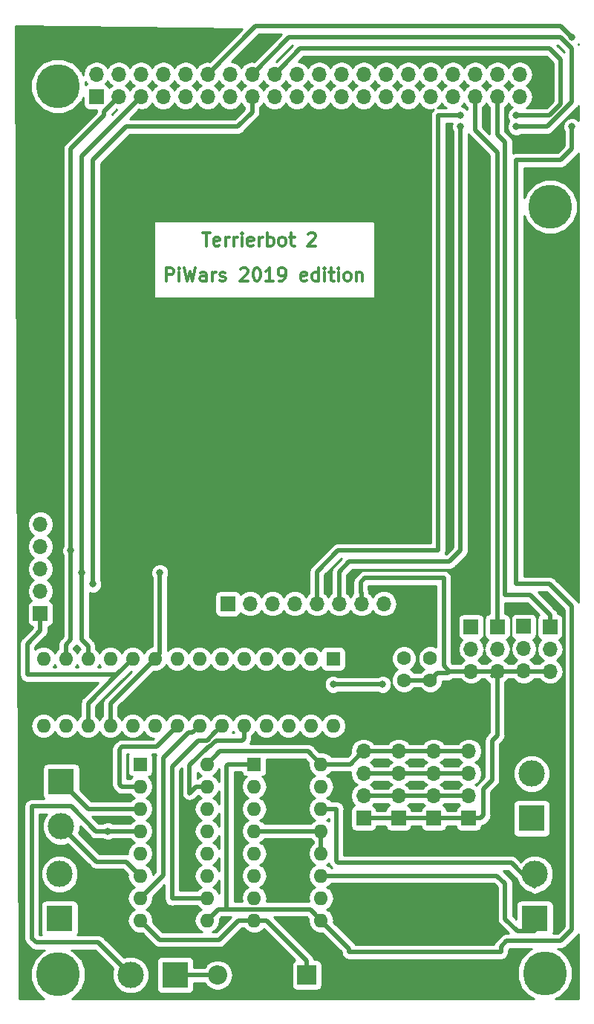
<source format=gbr>
G04 #@! TF.GenerationSoftware,KiCad,Pcbnew,5.0.2-bee76a0~70~ubuntu18.04.1*
G04 #@! TF.CreationDate,2019-03-12T23:57:18+00:00*
G04 #@! TF.ProjectId,tb2,7462322e-6b69-4636-9164-5f7063625858,rev?*
G04 #@! TF.SameCoordinates,Original*
G04 #@! TF.FileFunction,Copper,L1,Top*
G04 #@! TF.FilePolarity,Positive*
%FSLAX46Y46*%
G04 Gerber Fmt 4.6, Leading zero omitted, Abs format (unit mm)*
G04 Created by KiCad (PCBNEW 5.0.2-bee76a0~70~ubuntu18.04.1) date Tue 12 Mar 2019 23:57:18 GMT*
%MOMM*%
%LPD*%
G01*
G04 APERTURE LIST*
G04 #@! TA.AperFunction,NonConductor*
%ADD10C,0.300000*%
G04 #@! TD*
G04 #@! TA.AperFunction,ComponentPad*
%ADD11R,1.600000X1.600000*%
G04 #@! TD*
G04 #@! TA.AperFunction,ComponentPad*
%ADD12O,1.600000X1.600000*%
G04 #@! TD*
G04 #@! TA.AperFunction,ComponentPad*
%ADD13C,5.000000*%
G04 #@! TD*
G04 #@! TA.AperFunction,ComponentPad*
%ADD14R,3.000000X3.000000*%
G04 #@! TD*
G04 #@! TA.AperFunction,ComponentPad*
%ADD15C,3.000000*%
G04 #@! TD*
G04 #@! TA.AperFunction,ComponentPad*
%ADD16C,1.600000*%
G04 #@! TD*
G04 #@! TA.AperFunction,ComponentPad*
%ADD17R,2.200000X2.200000*%
G04 #@! TD*
G04 #@! TA.AperFunction,ComponentPad*
%ADD18O,2.200000X2.200000*%
G04 #@! TD*
G04 #@! TA.AperFunction,ComponentPad*
%ADD19R,1.700000X1.700000*%
G04 #@! TD*
G04 #@! TA.AperFunction,ComponentPad*
%ADD20O,1.700000X1.700000*%
G04 #@! TD*
G04 #@! TA.AperFunction,ViaPad*
%ADD21C,0.800000*%
G04 #@! TD*
G04 #@! TA.AperFunction,Conductor*
%ADD22C,0.500000*%
G04 #@! TD*
G04 #@! TA.AperFunction,NonConductor*
%ADD23C,0.254000*%
G04 #@! TD*
G04 APERTURE END LIST*
D10*
X55321428Y-88678571D02*
X55321428Y-87178571D01*
X55892857Y-87178571D01*
X56035714Y-87250000D01*
X56107142Y-87321428D01*
X56178571Y-87464285D01*
X56178571Y-87678571D01*
X56107142Y-87821428D01*
X56035714Y-87892857D01*
X55892857Y-87964285D01*
X55321428Y-87964285D01*
X56821428Y-88678571D02*
X56821428Y-87678571D01*
X56821428Y-87178571D02*
X56750000Y-87250000D01*
X56821428Y-87321428D01*
X56892857Y-87250000D01*
X56821428Y-87178571D01*
X56821428Y-87321428D01*
X57392857Y-87178571D02*
X57750000Y-88678571D01*
X58035714Y-87607142D01*
X58321428Y-88678571D01*
X58678571Y-87178571D01*
X59892857Y-88678571D02*
X59892857Y-87892857D01*
X59821428Y-87750000D01*
X59678571Y-87678571D01*
X59392857Y-87678571D01*
X59250000Y-87750000D01*
X59892857Y-88607142D02*
X59750000Y-88678571D01*
X59392857Y-88678571D01*
X59250000Y-88607142D01*
X59178571Y-88464285D01*
X59178571Y-88321428D01*
X59250000Y-88178571D01*
X59392857Y-88107142D01*
X59750000Y-88107142D01*
X59892857Y-88035714D01*
X60607142Y-88678571D02*
X60607142Y-87678571D01*
X60607142Y-87964285D02*
X60678571Y-87821428D01*
X60750000Y-87750000D01*
X60892857Y-87678571D01*
X61035714Y-87678571D01*
X61464285Y-88607142D02*
X61607142Y-88678571D01*
X61892857Y-88678571D01*
X62035714Y-88607142D01*
X62107142Y-88464285D01*
X62107142Y-88392857D01*
X62035714Y-88250000D01*
X61892857Y-88178571D01*
X61678571Y-88178571D01*
X61535714Y-88107142D01*
X61464285Y-87964285D01*
X61464285Y-87892857D01*
X61535714Y-87750000D01*
X61678571Y-87678571D01*
X61892857Y-87678571D01*
X62035714Y-87750000D01*
X63821428Y-87321428D02*
X63892857Y-87250000D01*
X64035714Y-87178571D01*
X64392857Y-87178571D01*
X64535714Y-87250000D01*
X64607142Y-87321428D01*
X64678571Y-87464285D01*
X64678571Y-87607142D01*
X64607142Y-87821428D01*
X63750000Y-88678571D01*
X64678571Y-88678571D01*
X65607142Y-87178571D02*
X65750000Y-87178571D01*
X65892857Y-87250000D01*
X65964285Y-87321428D01*
X66035714Y-87464285D01*
X66107142Y-87750000D01*
X66107142Y-88107142D01*
X66035714Y-88392857D01*
X65964285Y-88535714D01*
X65892857Y-88607142D01*
X65750000Y-88678571D01*
X65607142Y-88678571D01*
X65464285Y-88607142D01*
X65392857Y-88535714D01*
X65321428Y-88392857D01*
X65250000Y-88107142D01*
X65250000Y-87750000D01*
X65321428Y-87464285D01*
X65392857Y-87321428D01*
X65464285Y-87250000D01*
X65607142Y-87178571D01*
X67535714Y-88678571D02*
X66678571Y-88678571D01*
X67107142Y-88678571D02*
X67107142Y-87178571D01*
X66964285Y-87392857D01*
X66821428Y-87535714D01*
X66678571Y-87607142D01*
X68250000Y-88678571D02*
X68535714Y-88678571D01*
X68678571Y-88607142D01*
X68750000Y-88535714D01*
X68892857Y-88321428D01*
X68964285Y-88035714D01*
X68964285Y-87464285D01*
X68892857Y-87321428D01*
X68821428Y-87250000D01*
X68678571Y-87178571D01*
X68392857Y-87178571D01*
X68250000Y-87250000D01*
X68178571Y-87321428D01*
X68107142Y-87464285D01*
X68107142Y-87821428D01*
X68178571Y-87964285D01*
X68250000Y-88035714D01*
X68392857Y-88107142D01*
X68678571Y-88107142D01*
X68821428Y-88035714D01*
X68892857Y-87964285D01*
X68964285Y-87821428D01*
X71321428Y-88607142D02*
X71178571Y-88678571D01*
X70892857Y-88678571D01*
X70750000Y-88607142D01*
X70678571Y-88464285D01*
X70678571Y-87892857D01*
X70750000Y-87750000D01*
X70892857Y-87678571D01*
X71178571Y-87678571D01*
X71321428Y-87750000D01*
X71392857Y-87892857D01*
X71392857Y-88035714D01*
X70678571Y-88178571D01*
X72678571Y-88678571D02*
X72678571Y-87178571D01*
X72678571Y-88607142D02*
X72535714Y-88678571D01*
X72250000Y-88678571D01*
X72107142Y-88607142D01*
X72035714Y-88535714D01*
X71964285Y-88392857D01*
X71964285Y-87964285D01*
X72035714Y-87821428D01*
X72107142Y-87750000D01*
X72250000Y-87678571D01*
X72535714Y-87678571D01*
X72678571Y-87750000D01*
X73392857Y-88678571D02*
X73392857Y-87678571D01*
X73392857Y-87178571D02*
X73321428Y-87250000D01*
X73392857Y-87321428D01*
X73464285Y-87250000D01*
X73392857Y-87178571D01*
X73392857Y-87321428D01*
X73892857Y-87678571D02*
X74464285Y-87678571D01*
X74107142Y-87178571D02*
X74107142Y-88464285D01*
X74178571Y-88607142D01*
X74321428Y-88678571D01*
X74464285Y-88678571D01*
X74964285Y-88678571D02*
X74964285Y-87678571D01*
X74964285Y-87178571D02*
X74892857Y-87250000D01*
X74964285Y-87321428D01*
X75035714Y-87250000D01*
X74964285Y-87178571D01*
X74964285Y-87321428D01*
X75892857Y-88678571D02*
X75750000Y-88607142D01*
X75678571Y-88535714D01*
X75607142Y-88392857D01*
X75607142Y-87964285D01*
X75678571Y-87821428D01*
X75750000Y-87750000D01*
X75892857Y-87678571D01*
X76107142Y-87678571D01*
X76250000Y-87750000D01*
X76321428Y-87821428D01*
X76392857Y-87964285D01*
X76392857Y-88392857D01*
X76321428Y-88535714D01*
X76250000Y-88607142D01*
X76107142Y-88678571D01*
X75892857Y-88678571D01*
X77035714Y-87678571D02*
X77035714Y-88678571D01*
X77035714Y-87821428D02*
X77107142Y-87750000D01*
X77250000Y-87678571D01*
X77464285Y-87678571D01*
X77607142Y-87750000D01*
X77678571Y-87892857D01*
X77678571Y-88678571D01*
X59464285Y-83178571D02*
X60321428Y-83178571D01*
X59892857Y-84678571D02*
X59892857Y-83178571D01*
X61392857Y-84607142D02*
X61249999Y-84678571D01*
X60964285Y-84678571D01*
X60821428Y-84607142D01*
X60749999Y-84464285D01*
X60749999Y-83892857D01*
X60821428Y-83750000D01*
X60964285Y-83678571D01*
X61249999Y-83678571D01*
X61392857Y-83750000D01*
X61464285Y-83892857D01*
X61464285Y-84035714D01*
X60749999Y-84178571D01*
X62107142Y-84678571D02*
X62107142Y-83678571D01*
X62107142Y-83964285D02*
X62178571Y-83821428D01*
X62249999Y-83750000D01*
X62392857Y-83678571D01*
X62535714Y-83678571D01*
X63035714Y-84678571D02*
X63035714Y-83678571D01*
X63035714Y-83964285D02*
X63107142Y-83821428D01*
X63178571Y-83750000D01*
X63321428Y-83678571D01*
X63464285Y-83678571D01*
X63964285Y-84678571D02*
X63964285Y-83678571D01*
X63964285Y-83178571D02*
X63892857Y-83250000D01*
X63964285Y-83321428D01*
X64035714Y-83250000D01*
X63964285Y-83178571D01*
X63964285Y-83321428D01*
X65250000Y-84607142D02*
X65107142Y-84678571D01*
X64821428Y-84678571D01*
X64678571Y-84607142D01*
X64607142Y-84464285D01*
X64607142Y-83892857D01*
X64678571Y-83750000D01*
X64821428Y-83678571D01*
X65107142Y-83678571D01*
X65250000Y-83750000D01*
X65321428Y-83892857D01*
X65321428Y-84035714D01*
X64607142Y-84178571D01*
X65964285Y-84678571D02*
X65964285Y-83678571D01*
X65964285Y-83964285D02*
X66035714Y-83821428D01*
X66107142Y-83750000D01*
X66249999Y-83678571D01*
X66392857Y-83678571D01*
X66892857Y-84678571D02*
X66892857Y-83178571D01*
X66892857Y-83750000D02*
X67035714Y-83678571D01*
X67321428Y-83678571D01*
X67464285Y-83750000D01*
X67535714Y-83821428D01*
X67607142Y-83964285D01*
X67607142Y-84392857D01*
X67535714Y-84535714D01*
X67464285Y-84607142D01*
X67321428Y-84678571D01*
X67035714Y-84678571D01*
X66892857Y-84607142D01*
X68464285Y-84678571D02*
X68321428Y-84607142D01*
X68250000Y-84535714D01*
X68178571Y-84392857D01*
X68178571Y-83964285D01*
X68250000Y-83821428D01*
X68321428Y-83750000D01*
X68464285Y-83678571D01*
X68678571Y-83678571D01*
X68821428Y-83750000D01*
X68892857Y-83821428D01*
X68964285Y-83964285D01*
X68964285Y-84392857D01*
X68892857Y-84535714D01*
X68821428Y-84607142D01*
X68678571Y-84678571D01*
X68464285Y-84678571D01*
X69392857Y-83678571D02*
X69964285Y-83678571D01*
X69607142Y-83178571D02*
X69607142Y-84464285D01*
X69678571Y-84607142D01*
X69821428Y-84678571D01*
X69964285Y-84678571D01*
X71535714Y-83321428D02*
X71607142Y-83250000D01*
X71750000Y-83178571D01*
X72107142Y-83178571D01*
X72250000Y-83250000D01*
X72321428Y-83321428D01*
X72392857Y-83464285D01*
X72392857Y-83607142D01*
X72321428Y-83821428D01*
X71464285Y-84678571D01*
X72392857Y-84678571D01*
D11*
G04 #@! TO.P,U2,1*
G04 #@! TO.N,Net-(U2-Pad1)*
X74370000Y-131700000D03*
D12*
G04 #@! TO.P,U2,15*
G04 #@! TO.N,GND*
X41350000Y-139320000D03*
G04 #@! TO.P,U2,2*
G04 #@! TO.N,Net-(U2-Pad2)*
X71830000Y-131700000D03*
G04 #@! TO.P,U2,16*
G04 #@! TO.N,GND*
X43890000Y-139320000D03*
G04 #@! TO.P,U2,3*
G04 #@! TO.N,Net-(U2-Pad3)*
X69290000Y-131700000D03*
G04 #@! TO.P,U2,17*
G04 #@! TO.N,GND*
X46430000Y-139320000D03*
G04 #@! TO.P,U2,4*
G04 #@! TO.N,Net-(U2-Pad4)*
X66750000Y-131700000D03*
G04 #@! TO.P,U2,18*
G04 #@! TO.N,+3V3*
X48970000Y-139320000D03*
G04 #@! TO.P,U2,5*
G04 #@! TO.N,Net-(U2-Pad5)*
X64210000Y-131700000D03*
G04 #@! TO.P,U2,19*
G04 #@! TO.N,Net-(U2-Pad19)*
X51510000Y-139320000D03*
G04 #@! TO.P,U2,6*
G04 #@! TO.N,Net-(U2-Pad6)*
X61670000Y-131700000D03*
G04 #@! TO.P,U2,20*
G04 #@! TO.N,Net-(U2-Pad20)*
X54050000Y-139320000D03*
G04 #@! TO.P,U2,7*
G04 #@! TO.N,Net-(U2-Pad7)*
X59130000Y-131700000D03*
G04 #@! TO.P,U2,21*
G04 #@! TO.N,Net-(U2-Pad21)*
X56590000Y-139320000D03*
G04 #@! TO.P,U2,8*
G04 #@! TO.N,Net-(U2-Pad8)*
X56590000Y-131700000D03*
G04 #@! TO.P,U2,22*
G04 #@! TO.N,Net-(U2-Pad22)*
X59130000Y-139320000D03*
G04 #@! TO.P,U2,9*
G04 #@! TO.N,+3V3*
X54050000Y-131700000D03*
G04 #@! TO.P,U2,23*
G04 #@! TO.N,Net-(U2-Pad23)*
X61670000Y-139320000D03*
G04 #@! TO.P,U2,10*
G04 #@! TO.N,GND*
X51510000Y-131700000D03*
G04 #@! TO.P,U2,24*
G04 #@! TO.N,Net-(U2-Pad24)*
X64210000Y-139320000D03*
G04 #@! TO.P,U2,11*
G04 #@! TO.N,Net-(U2-Pad11)*
X48970000Y-131700000D03*
G04 #@! TO.P,U2,25*
G04 #@! TO.N,Net-(U1-Pad2)*
X66750000Y-139320000D03*
G04 #@! TO.P,U2,12*
G04 #@! TO.N,/SCL*
X46430000Y-131700000D03*
G04 #@! TO.P,U2,26*
G04 #@! TO.N,Net-(U1-Pad7)*
X69290000Y-139320000D03*
G04 #@! TO.P,U2,13*
G04 #@! TO.N,/SDA*
X43890000Y-131700000D03*
G04 #@! TO.P,U2,27*
G04 #@! TO.N,Net-(U1-Pad10)*
X71830000Y-139320000D03*
G04 #@! TO.P,U2,14*
G04 #@! TO.N,Net-(U2-Pad14)*
X41350000Y-131700000D03*
G04 #@! TO.P,U2,28*
G04 #@! TO.N,Net-(U1-Pad15)*
X74370000Y-139320000D03*
G04 #@! TD*
D13*
G04 #@! TO.P,REF\002A\002A,1*
G04 #@! TO.N,N/C*
X99120000Y-80230000D03*
G04 #@! TD*
G04 #@! TO.P,REF\002A\002A,1*
G04 #@! TO.N,N/C*
X43000000Y-66500000D03*
G04 #@! TD*
D14*
G04 #@! TO.P,J6,1*
G04 #@! TO.N,Net-(D1-Pad2)*
X56370000Y-167700000D03*
D15*
G04 #@! TO.P,J6,2*
G04 #@! TO.N,GND*
X51290000Y-167700000D03*
G04 #@! TD*
D16*
G04 #@! TO.P,C1,1*
G04 #@! TO.N,GND*
X82450000Y-134140000D03*
G04 #@! TO.P,C1,2*
G04 #@! TO.N,+5V*
X82450000Y-131640000D03*
G04 #@! TD*
G04 #@! TO.P,C2,2*
G04 #@! TO.N,+5V*
X85450000Y-131640000D03*
G04 #@! TO.P,C2,1*
G04 #@! TO.N,GND*
X85450000Y-134140000D03*
G04 #@! TD*
D17*
G04 #@! TO.P,D1,1*
G04 #@! TO.N,+BATT*
X71370000Y-167700000D03*
D18*
G04 #@! TO.P,D1,2*
G04 #@! TO.N,Net-(D1-Pad2)*
X61210000Y-167700000D03*
G04 #@! TD*
D14*
G04 #@! TO.P,J1,1*
G04 #@! TO.N,Net-(J1-Pad1)*
X97370000Y-161290000D03*
D15*
G04 #@! TO.P,J1,2*
G04 #@! TO.N,Net-(J1-Pad2)*
X97370000Y-156210000D03*
G04 #@! TD*
G04 #@! TO.P,J2,2*
G04 #@! TO.N,Net-(J2-Pad2)*
X97000000Y-144780000D03*
D14*
G04 #@! TO.P,J2,1*
G04 #@! TO.N,Net-(J2-Pad1)*
X97000000Y-149860000D03*
G04 #@! TD*
D19*
G04 #@! TO.P,J3,1*
G04 #@! TO.N,+3V3*
X47370000Y-67700000D03*
D20*
G04 #@! TO.P,J3,2*
G04 #@! TO.N,+5V*
X47370000Y-65160000D03*
G04 #@! TO.P,J3,3*
G04 #@! TO.N,/SDA*
X49910000Y-67700000D03*
G04 #@! TO.P,J3,4*
G04 #@! TO.N,+5V*
X49910000Y-65160000D03*
G04 #@! TO.P,J3,5*
G04 #@! TO.N,/SCL*
X52450000Y-67700000D03*
G04 #@! TO.P,J3,6*
G04 #@! TO.N,GND*
X52450000Y-65160000D03*
G04 #@! TO.P,J3,7*
G04 #@! TO.N,Net-(J3-Pad7)*
X54990000Y-67700000D03*
G04 #@! TO.P,J3,8*
G04 #@! TO.N,/TXD*
X54990000Y-65160000D03*
G04 #@! TO.P,J3,9*
G04 #@! TO.N,GND*
X57530000Y-67700000D03*
G04 #@! TO.P,J3,10*
G04 #@! TO.N,/RXD*
X57530000Y-65160000D03*
G04 #@! TO.P,J3,11*
G04 #@! TO.N,Net-(J3-Pad11)*
X60070000Y-67700000D03*
G04 #@! TO.P,J3,12*
G04 #@! TO.N,/PWM0*
X60070000Y-65160000D03*
G04 #@! TO.P,J3,13*
G04 #@! TO.N,Net-(J3-Pad13)*
X62610000Y-67700000D03*
G04 #@! TO.P,J3,14*
G04 #@! TO.N,GND*
X62610000Y-65160000D03*
G04 #@! TO.P,J3,15*
G04 #@! TO.N,/TOF_INT*
X65150000Y-67700000D03*
G04 #@! TO.P,J3,16*
G04 #@! TO.N,/SDA_SOFT*
X65150000Y-65160000D03*
G04 #@! TO.P,J3,17*
G04 #@! TO.N,+3V3*
X67690000Y-67700000D03*
G04 #@! TO.P,J3,18*
G04 #@! TO.N,/SCL_SOFT*
X67690000Y-65160000D03*
G04 #@! TO.P,J3,19*
G04 #@! TO.N,Net-(J3-Pad19)*
X70230000Y-67700000D03*
G04 #@! TO.P,J3,20*
G04 #@! TO.N,GND*
X70230000Y-65160000D03*
G04 #@! TO.P,J3,21*
G04 #@! TO.N,Net-(J3-Pad21)*
X72770000Y-67700000D03*
G04 #@! TO.P,J3,22*
G04 #@! TO.N,Net-(J3-Pad22)*
X72770000Y-65160000D03*
G04 #@! TO.P,J3,23*
G04 #@! TO.N,Net-(J3-Pad23)*
X75310000Y-67700000D03*
G04 #@! TO.P,J3,24*
G04 #@! TO.N,Net-(J3-Pad24)*
X75310000Y-65160000D03*
G04 #@! TO.P,J3,25*
G04 #@! TO.N,GND*
X77850000Y-67700000D03*
G04 #@! TO.P,J3,26*
G04 #@! TO.N,Net-(J3-Pad26)*
X77850000Y-65160000D03*
G04 #@! TO.P,J3,27*
G04 #@! TO.N,Net-(J3-Pad27)*
X80390000Y-67700000D03*
G04 #@! TO.P,J3,28*
G04 #@! TO.N,Net-(J3-Pad28)*
X80390000Y-65160000D03*
G04 #@! TO.P,J3,29*
G04 #@! TO.N,Net-(J3-Pad29)*
X82930000Y-67700000D03*
G04 #@! TO.P,J3,30*
G04 #@! TO.N,GND*
X82930000Y-65160000D03*
G04 #@! TO.P,J3,31*
G04 #@! TO.N,Net-(J3-Pad31)*
X85470000Y-67700000D03*
G04 #@! TO.P,J3,32*
G04 #@! TO.N,/GVS2*
X85470000Y-65160000D03*
G04 #@! TO.P,J3,33*
G04 #@! TO.N,/PWM1*
X88010000Y-67700000D03*
G04 #@! TO.P,J3,34*
G04 #@! TO.N,GND*
X88010000Y-65160000D03*
G04 #@! TO.P,J3,35*
G04 #@! TO.N,/GVS3*
X90550000Y-67700000D03*
G04 #@! TO.P,J3,36*
G04 #@! TO.N,/GVS1*
X90550000Y-65160000D03*
G04 #@! TO.P,J3,37*
G04 #@! TO.N,/GVS4*
X93090000Y-67700000D03*
G04 #@! TO.P,J3,38*
G04 #@! TO.N,Net-(J3-Pad38)*
X93090000Y-65160000D03*
G04 #@! TO.P,J3,39*
G04 #@! TO.N,GND*
X95630000Y-67700000D03*
G04 #@! TO.P,J3,40*
G04 #@! TO.N,Net-(J3-Pad40)*
X95630000Y-65160000D03*
G04 #@! TD*
D15*
G04 #@! TO.P,J4,2*
G04 #@! TO.N,Net-(J4-Pad2)*
X43180000Y-156210000D03*
D14*
G04 #@! TO.P,J4,1*
G04 #@! TO.N,Net-(J4-Pad1)*
X43180000Y-161290000D03*
G04 #@! TD*
G04 #@! TO.P,J5,1*
G04 #@! TO.N,Net-(J5-Pad1)*
X43370000Y-145700000D03*
D15*
G04 #@! TO.P,J5,2*
G04 #@! TO.N,Net-(J5-Pad2)*
X43370000Y-150780000D03*
G04 #@! TD*
D19*
G04 #@! TO.P,J7,1*
G04 #@! TO.N,GND*
X89842224Y-149832635D03*
D20*
G04 #@! TO.P,J7,2*
G04 #@! TO.N,/SCL*
X89842224Y-147292635D03*
G04 #@! TO.P,J7,3*
G04 #@! TO.N,/SDA*
X89842224Y-144752635D03*
G04 #@! TO.P,J7,4*
G04 #@! TO.N,+5V*
X89842224Y-142212635D03*
G04 #@! TD*
D19*
G04 #@! TO.P,J8,1*
G04 #@! TO.N,GND*
X85842224Y-149832635D03*
D20*
G04 #@! TO.P,J8,2*
G04 #@! TO.N,/SCL*
X85842224Y-147292635D03*
G04 #@! TO.P,J8,3*
G04 #@! TO.N,/SDA*
X85842224Y-144752635D03*
G04 #@! TO.P,J8,4*
G04 #@! TO.N,+5V*
X85842224Y-142212635D03*
G04 #@! TD*
G04 #@! TO.P,J9,4*
G04 #@! TO.N,+5V*
X81842224Y-142212635D03*
G04 #@! TO.P,J9,3*
G04 #@! TO.N,/SDA*
X81842224Y-144752635D03*
G04 #@! TO.P,J9,2*
G04 #@! TO.N,/SCL*
X81842224Y-147292635D03*
D19*
G04 #@! TO.P,J9,1*
G04 #@! TO.N,GND*
X81842224Y-149832635D03*
G04 #@! TD*
D20*
G04 #@! TO.P,J10,4*
G04 #@! TO.N,+5V*
X77842224Y-142212635D03*
G04 #@! TO.P,J10,3*
G04 #@! TO.N,/SDA*
X77842224Y-144752635D03*
G04 #@! TO.P,J10,2*
G04 #@! TO.N,/SCL*
X77842224Y-147292635D03*
D19*
G04 #@! TO.P,J10,1*
G04 #@! TO.N,GND*
X77842224Y-149832635D03*
G04 #@! TD*
G04 #@! TO.P,J11,1*
G04 #@! TO.N,GND*
X41000000Y-126540000D03*
D20*
G04 #@! TO.P,J11,2*
G04 #@! TO.N,/TOF_INT*
X41000000Y-124000000D03*
G04 #@! TO.P,J11,3*
G04 #@! TO.N,/SCL*
X41000000Y-121460000D03*
G04 #@! TO.P,J11,4*
G04 #@! TO.N,/SDA*
X41000000Y-118920000D03*
G04 #@! TO.P,J11,5*
G04 #@! TO.N,+5V*
X41000000Y-116380000D03*
G04 #@! TD*
G04 #@! TO.P,J12,3*
G04 #@! TO.N,GND*
X90106398Y-133122910D03*
G04 #@! TO.P,J12,2*
G04 #@! TO.N,+5V*
X90106398Y-130582910D03*
D19*
G04 #@! TO.P,J12,1*
G04 #@! TO.N,/GVS1*
X90106398Y-128042910D03*
G04 #@! TD*
D20*
G04 #@! TO.P,J13,3*
G04 #@! TO.N,GND*
X93106398Y-133122910D03*
G04 #@! TO.P,J13,2*
G04 #@! TO.N,+5V*
X93106398Y-130582910D03*
D19*
G04 #@! TO.P,J13,1*
G04 #@! TO.N,/GVS3*
X93106398Y-128042910D03*
G04 #@! TD*
G04 #@! TO.P,J14,1*
G04 #@! TO.N,/GVS2*
X96106398Y-128017911D03*
D20*
G04 #@! TO.P,J14,2*
G04 #@! TO.N,+5V*
X96106398Y-130557911D03*
G04 #@! TO.P,J14,3*
G04 #@! TO.N,GND*
X96106398Y-133097911D03*
G04 #@! TD*
D19*
G04 #@! TO.P,J15,1*
G04 #@! TO.N,/GVS4*
X99106398Y-128042910D03*
D20*
G04 #@! TO.P,J15,2*
G04 #@! TO.N,+5V*
X99106398Y-130582910D03*
G04 #@! TO.P,J15,3*
G04 #@! TO.N,GND*
X99106398Y-133122910D03*
G04 #@! TD*
D19*
G04 #@! TO.P,J16,1*
G04 #@! TO.N,+3V3*
X62370000Y-125430000D03*
D20*
G04 #@! TO.P,J16,2*
X64910000Y-125430000D03*
G04 #@! TO.P,J16,3*
G04 #@! TO.N,/INT*
X67450000Y-125430000D03*
G04 #@! TO.P,J16,4*
G04 #@! TO.N,+3V3*
X69990000Y-125430000D03*
G04 #@! TO.P,J16,5*
G04 #@! TO.N,/SCL_SOFT*
X72530000Y-125430000D03*
G04 #@! TO.P,J16,6*
G04 #@! TO.N,/SDA_SOFT*
X75070000Y-125430000D03*
G04 #@! TO.P,J16,7*
G04 #@! TO.N,GND*
X77610000Y-125430000D03*
G04 #@! TO.P,J16,8*
G04 #@! TO.N,+3V3*
X80150000Y-125430000D03*
G04 #@! TD*
D11*
G04 #@! TO.P,U1,1*
G04 #@! TO.N,/PWM0*
X65370000Y-143700000D03*
D12*
G04 #@! TO.P,U1,9*
X72990000Y-161480000D03*
G04 #@! TO.P,U1,2*
G04 #@! TO.N,Net-(U1-Pad2)*
X65370000Y-146240000D03*
G04 #@! TO.P,U1,10*
G04 #@! TO.N,Net-(U1-Pad10)*
X72990000Y-158940000D03*
G04 #@! TO.P,U1,3*
G04 #@! TO.N,Net-(J2-Pad1)*
X65370000Y-148780000D03*
G04 #@! TO.P,U1,11*
G04 #@! TO.N,Net-(J1-Pad1)*
X72990000Y-156400000D03*
G04 #@! TO.P,U1,4*
G04 #@! TO.N,GND*
X65370000Y-151320000D03*
G04 #@! TO.P,U1,12*
X72990000Y-153860000D03*
G04 #@! TO.P,U1,5*
X65370000Y-153860000D03*
G04 #@! TO.P,U1,13*
X72990000Y-151320000D03*
G04 #@! TO.P,U1,6*
G04 #@! TO.N,Net-(J2-Pad2)*
X65370000Y-156400000D03*
G04 #@! TO.P,U1,14*
G04 #@! TO.N,Net-(J1-Pad2)*
X72990000Y-148780000D03*
G04 #@! TO.P,U1,7*
G04 #@! TO.N,Net-(U1-Pad7)*
X65370000Y-158940000D03*
G04 #@! TO.P,U1,15*
G04 #@! TO.N,Net-(U1-Pad15)*
X72990000Y-146240000D03*
G04 #@! TO.P,U1,8*
G04 #@! TO.N,+BATT*
X65370000Y-161480000D03*
G04 #@! TO.P,U1,16*
G04 #@! TO.N,+5V*
X72990000Y-143700000D03*
G04 #@! TD*
G04 #@! TO.P,U3,16*
G04 #@! TO.N,+5V*
X59990000Y-143700000D03*
G04 #@! TO.P,U3,8*
G04 #@! TO.N,+BATT*
X52370000Y-161480000D03*
G04 #@! TO.P,U3,15*
G04 #@! TO.N,Net-(U2-Pad24)*
X59990000Y-146240000D03*
G04 #@! TO.P,U3,7*
G04 #@! TO.N,Net-(U2-Pad22)*
X52370000Y-158940000D03*
G04 #@! TO.P,U3,14*
G04 #@! TO.N,Net-(J4-Pad2)*
X59990000Y-148780000D03*
G04 #@! TO.P,U3,6*
G04 #@! TO.N,Net-(J5-Pad2)*
X52370000Y-156400000D03*
G04 #@! TO.P,U3,13*
G04 #@! TO.N,GND*
X59990000Y-151320000D03*
G04 #@! TO.P,U3,5*
X52370000Y-153860000D03*
G04 #@! TO.P,U3,12*
X59990000Y-153860000D03*
G04 #@! TO.P,U3,4*
X52370000Y-151320000D03*
G04 #@! TO.P,U3,11*
G04 #@! TO.N,Net-(J4-Pad1)*
X59990000Y-156400000D03*
G04 #@! TO.P,U3,3*
G04 #@! TO.N,Net-(J5-Pad1)*
X52370000Y-148780000D03*
G04 #@! TO.P,U3,10*
G04 #@! TO.N,Net-(U2-Pad23)*
X59990000Y-158940000D03*
G04 #@! TO.P,U3,2*
G04 #@! TO.N,Net-(U2-Pad21)*
X52370000Y-146240000D03*
G04 #@! TO.P,U3,9*
G04 #@! TO.N,/PWM0*
X59990000Y-161480000D03*
D11*
G04 #@! TO.P,U3,1*
X52370000Y-143700000D03*
G04 #@! TD*
D13*
G04 #@! TO.P,REF\002A\002A,1*
G04 #@! TO.N,N/C*
X43000000Y-167640000D03*
G04 #@! TD*
G04 #@! TO.P,REF\002A\002A,1*
G04 #@! TO.N,N/C*
X98500000Y-167500000D03*
G04 #@! TD*
D21*
G04 #@! TO.N,+5V*
X80010000Y-134620000D03*
G04 #@! TO.N,+3V3*
X54610000Y-121920000D03*
G04 #@! TO.N,+5V*
X74380000Y-134620000D03*
G04 #@! TO.N,/SDA*
X44450000Y-119380000D03*
G04 #@! TO.N,/SCL*
X45720000Y-121920000D03*
G04 #@! TO.N,GND*
X48680000Y-151320000D03*
G04 #@! TO.N,/PWM0*
X101600000Y-71120000D03*
X101600000Y-60960000D03*
G04 #@! TO.N,/TOF_INT*
X46990000Y-123190000D03*
G04 #@! TO.N,/SDA_SOFT*
X95250000Y-71120000D03*
X88900000Y-71120000D03*
G04 #@! TO.N,/SCL_SOFT*
X95250000Y-69850000D03*
X88900000Y-69850000D03*
X88900000Y-69850000D03*
G04 #@! TD*
D22*
G04 #@! TO.N,+5V*
X80010000Y-134620000D02*
X80010000Y-134620000D01*
G04 #@! TO.N,Net-(J1-Pad1)*
X97370000Y-162700000D02*
X95370000Y-162700000D01*
X93070000Y-156400000D02*
X93980000Y-157310000D01*
X72990000Y-156400000D02*
X93070000Y-156400000D01*
X93980000Y-161310000D02*
X95370000Y-162700000D01*
X93980000Y-157310000D02*
X93980000Y-161310000D01*
G04 #@! TO.N,Net-(J1-Pad2)*
X72990000Y-148780000D02*
X74740000Y-148780000D01*
X74740000Y-148780000D02*
X74740000Y-154750000D01*
X74740000Y-154750000D02*
X74930000Y-154940000D01*
X94690000Y-154940000D02*
X97370000Y-157620000D01*
X74930000Y-154940000D02*
X94690000Y-154940000D01*
G04 #@! TO.N,+3V3*
X54610000Y-131140000D02*
X54050000Y-131700000D01*
X54610000Y-121920000D02*
X54610000Y-131140000D01*
X48970000Y-136780000D02*
X48970000Y-139320000D01*
X54050000Y-131700000D02*
X48970000Y-136780000D01*
G04 #@! TO.N,+5V*
X72990000Y-143700000D02*
X74700000Y-143700000D01*
X76354859Y-143700000D02*
X77470000Y-142584859D01*
X74700000Y-143700000D02*
X76354859Y-143700000D01*
X77842224Y-142212635D02*
X85842224Y-142212635D01*
X77470000Y-142584859D02*
X77842224Y-142212635D01*
X85842224Y-142212635D02*
X89842224Y-142212635D01*
X71530000Y-142240000D02*
X72990000Y-143700000D01*
X59990000Y-143700000D02*
X61450000Y-142240000D01*
X61450000Y-142240000D02*
X71530000Y-142240000D01*
X80010000Y-134620000D02*
X74380000Y-134620000D01*
G04 #@! TO.N,/SDA*
X77842224Y-144752635D02*
X89842224Y-144752635D01*
X43890000Y-130100000D02*
X43890000Y-131700000D01*
X44450000Y-73660000D02*
X44450000Y-129540000D01*
X48260000Y-69850000D02*
X44450000Y-73660000D01*
X44450000Y-129540000D02*
X43890000Y-130100000D01*
X49910000Y-67700000D02*
X48260000Y-69350000D01*
X48260000Y-69350000D02*
X48260000Y-69850000D01*
G04 #@! TO.N,/SCL*
X89842224Y-147292635D02*
X77842224Y-147292635D01*
X46430000Y-130250000D02*
X46430000Y-131700000D01*
X52450000Y-67700000D02*
X45720000Y-74430000D01*
X45720000Y-129540000D02*
X46430000Y-130250000D01*
X45720000Y-74430000D02*
X45720000Y-129540000D01*
G04 #@! TO.N,GND*
X72990000Y-151320000D02*
X72990000Y-153860000D01*
X92535975Y-133693333D02*
X93106398Y-133122910D01*
X77842224Y-149832635D02*
X89842224Y-149832635D01*
X65370000Y-151320000D02*
X72990000Y-151320000D01*
X77610000Y-124227919D02*
X77500000Y-124117919D01*
X77610000Y-125430000D02*
X77610000Y-124227919D01*
X77500000Y-124117919D02*
X77500000Y-123000000D01*
X77500000Y-123000000D02*
X78000000Y-122500000D01*
X78000000Y-122500000D02*
X87000000Y-122500000D01*
X87000000Y-122500000D02*
X87000000Y-132500000D01*
X87622910Y-133122910D02*
X99106398Y-133122910D01*
X87000000Y-132500000D02*
X87622910Y-133122910D01*
X82450000Y-134140000D02*
X85450000Y-134140000D01*
X87405819Y-133340001D02*
X87622910Y-133122910D01*
X86249999Y-133340001D02*
X87405819Y-133340001D01*
X85450000Y-134140000D02*
X86249999Y-133340001D01*
X91192224Y-149832635D02*
X91500000Y-149524859D01*
X89842224Y-149832635D02*
X91192224Y-149832635D01*
X91500000Y-149524859D02*
X91500000Y-146500000D01*
X91500000Y-146500000D02*
X92500000Y-145500000D01*
X92500000Y-145500000D02*
X92500000Y-141000000D01*
X93106398Y-140393602D02*
X93106398Y-133122910D01*
X92500000Y-141000000D02*
X93106398Y-140393602D01*
X52370000Y-151320000D02*
X47320000Y-151320000D01*
X47320000Y-151320000D02*
X44500000Y-148500000D01*
X44500000Y-148500000D02*
X40000000Y-148500000D01*
X40000000Y-148500000D02*
X40000000Y-163500000D01*
X40000000Y-163500000D02*
X40500000Y-164000000D01*
X47590000Y-164000000D02*
X51290000Y-167700000D01*
X40500000Y-164000000D02*
X47590000Y-164000000D01*
X46430000Y-139320000D02*
X46430000Y-136780000D01*
X39500000Y-133500000D02*
X49710000Y-133500000D01*
X41000000Y-126540000D02*
X41000000Y-128500000D01*
X39500000Y-130000000D02*
X39500000Y-133500000D01*
X46430000Y-136780000D02*
X49710000Y-133500000D01*
X41000000Y-128500000D02*
X39500000Y-130000000D01*
X49710000Y-133500000D02*
X51510000Y-131700000D01*
G04 #@! TO.N,Net-(J5-Pad1)*
X46450000Y-148780000D02*
X52370000Y-148780000D01*
X43370000Y-145700000D02*
X46450000Y-148780000D01*
G04 #@! TO.N,Net-(J5-Pad2)*
X43370000Y-150780000D02*
X47370000Y-154780000D01*
X50750000Y-154780000D02*
X52370000Y-156400000D01*
X47370000Y-154780000D02*
X50750000Y-154780000D01*
G04 #@! TO.N,+BATT*
X66501370Y-161480000D02*
X65370000Y-161480000D01*
X66750000Y-161480000D02*
X66501370Y-161480000D01*
X71370000Y-166100000D02*
X66750000Y-161480000D01*
X71370000Y-167700000D02*
X71370000Y-166100000D01*
X65370000Y-161480000D02*
X63590000Y-161480000D01*
X63590000Y-161480000D02*
X61370000Y-163700000D01*
X53169999Y-162279999D02*
X52370000Y-161480000D01*
X54590000Y-163700000D02*
X53169999Y-162279999D01*
X61370000Y-163700000D02*
X54590000Y-163700000D01*
G04 #@! TO.N,Net-(U2-Pad21)*
X50240000Y-146240000D02*
X52370000Y-146240000D01*
X50000000Y-146000000D02*
X50240000Y-146240000D01*
X50000000Y-142000000D02*
X50000000Y-146000000D01*
X50300000Y-141700000D02*
X50000000Y-142000000D01*
X56590000Y-139320000D02*
X54210000Y-141700000D01*
X54210000Y-141700000D02*
X50300000Y-141700000D01*
G04 #@! TO.N,Net-(U2-Pad22)*
X58330001Y-140119999D02*
X57880001Y-140119999D01*
X59130000Y-139320000D02*
X58330001Y-140119999D01*
X57880001Y-140119999D02*
X55000000Y-143000000D01*
X55000000Y-156310000D02*
X52370000Y-158940000D01*
X55000000Y-143000000D02*
X55000000Y-156310000D01*
G04 #@! TO.N,Net-(U2-Pad23)*
X56060000Y-158940000D02*
X59990000Y-158940000D01*
X56000000Y-159000000D02*
X56060000Y-158940000D01*
X60870001Y-140119999D02*
X60870001Y-140129999D01*
X61670000Y-139320000D02*
X60870001Y-140119999D01*
X59000000Y-141000000D02*
X56000000Y-144000000D01*
X60870001Y-140129999D02*
X60000000Y-141000000D01*
X60000000Y-141000000D02*
X59000000Y-141000000D01*
X56000000Y-144000000D02*
X56000000Y-159000000D01*
G04 #@! TO.N,Net-(U2-Pad24)*
X64210000Y-140790000D02*
X64210000Y-139320000D01*
X64000000Y-141000000D02*
X64210000Y-140790000D01*
X64000000Y-141000000D02*
X61000000Y-141000000D01*
X61000000Y-141000000D02*
X60299990Y-141700010D01*
X60139988Y-141700010D02*
X58000000Y-143839998D01*
X60299990Y-141700010D02*
X60139988Y-141700010D01*
X58000000Y-143839998D02*
X58000000Y-147000000D01*
X58760000Y-146240000D02*
X59990000Y-146240000D01*
X58000000Y-147000000D02*
X58760000Y-146240000D01*
G04 #@! TO.N,Net-(D1-Pad2)*
X56370000Y-167700000D02*
X61210000Y-167700000D01*
G04 #@! TO.N,/PWM0*
X72190001Y-160680001D02*
X72990000Y-161480000D01*
X71739999Y-160229999D02*
X72190001Y-160680001D01*
X59990000Y-161480000D02*
X61240001Y-160229999D01*
X65370000Y-143700000D02*
X62420000Y-143700000D01*
X62420000Y-143700000D02*
X62230000Y-143890000D01*
X61240001Y-160229999D02*
X62230000Y-160229999D01*
X62230000Y-143890000D02*
X62230000Y-160229999D01*
X62230000Y-160229999D02*
X71739999Y-160229999D01*
X65540000Y-59690000D02*
X100330000Y-59690000D01*
X60070000Y-65160000D02*
X65540000Y-59690000D01*
X100330000Y-59690000D02*
X101600000Y-60960000D01*
X101600000Y-71120000D02*
X101600000Y-71120000D01*
X76200000Y-165100000D02*
X76200000Y-164690000D01*
X76200000Y-164690000D02*
X72990000Y-161480000D01*
X100330000Y-74930000D02*
X101600000Y-73660000D01*
X95250000Y-74930000D02*
X100330000Y-74930000D01*
X99060000Y-123190000D02*
X95250000Y-123190000D01*
X95250000Y-123190000D02*
X95250000Y-74930000D01*
X93500000Y-164500000D02*
X94170000Y-163830000D01*
X101600000Y-73660000D02*
X101600000Y-71120000D01*
X101600000Y-162560000D02*
X101600000Y-125730000D01*
X94170000Y-163830000D02*
X100330000Y-163830000D01*
X101600000Y-125730000D02*
X99060000Y-123190000D01*
X100330000Y-163830000D02*
X101600000Y-162560000D01*
X93400000Y-165100000D02*
X93500000Y-165000000D01*
X76200000Y-165100000D02*
X93400000Y-165100000D01*
X93500000Y-165100000D02*
X93500000Y-165000000D01*
X93500000Y-165000000D02*
X93500000Y-164500000D01*
G04 #@! TO.N,/TOF_INT*
X65150000Y-67700000D02*
X65150000Y-69470000D01*
X65150000Y-69470000D02*
X63500000Y-71120000D01*
X63500000Y-71120000D02*
X50800000Y-71120000D01*
X50800000Y-71120000D02*
X46990000Y-74930000D01*
X46990000Y-74930000D02*
X46990000Y-123190000D01*
X46990000Y-123190000D02*
X46990000Y-123190000D01*
G04 #@! TO.N,/SDA_SOFT*
X65150000Y-65160000D02*
X69350000Y-60960000D01*
X69350000Y-60960000D02*
X98779963Y-60960000D01*
X98779963Y-60960000D02*
X100330000Y-60960000D01*
X100330000Y-60960000D02*
X101600000Y-62230000D01*
X101600000Y-62230000D02*
X101600000Y-68299963D01*
X101600000Y-68299963D02*
X98779963Y-71120000D01*
X98779963Y-71120000D02*
X95250000Y-71120000D01*
X95250000Y-71120000D02*
X95250000Y-71120000D01*
X88900000Y-71120000D02*
X88900000Y-71120000D01*
X75070000Y-125430000D02*
X75070000Y-123050000D01*
X75070000Y-125430000D02*
X75070000Y-121780000D01*
X75070000Y-121780000D02*
X76200000Y-120650000D01*
X76200000Y-120650000D02*
X87630000Y-120650000D01*
X88900000Y-119380000D02*
X88900000Y-71120000D01*
X87630000Y-120650000D02*
X88900000Y-119380000D01*
G04 #@! TO.N,/SCL_SOFT*
X67690000Y-65160000D02*
X68580000Y-64270000D01*
X68580000Y-64270000D02*
X70620000Y-62230000D01*
X70620000Y-62230000D02*
X99060000Y-62230000D01*
X99060000Y-62230000D02*
X100330000Y-63500000D01*
X100330000Y-63500000D02*
X100330000Y-68580000D01*
X100330000Y-68580000D02*
X99060000Y-69850000D01*
X99060000Y-69850000D02*
X95250000Y-69850000D01*
X95250000Y-69850000D02*
X95250000Y-69850000D01*
X88900000Y-69850000D02*
X88900000Y-69850000D01*
X88900000Y-69850000D02*
X88900000Y-69850000D01*
X72530000Y-125430000D02*
X72530000Y-121780000D01*
X72530000Y-121780000D02*
X74930000Y-119380000D01*
X74930000Y-119380000D02*
X86360000Y-119380000D01*
X86360000Y-119380000D02*
X86360000Y-71120000D01*
X86360000Y-71120000D02*
X86360000Y-69850000D01*
X86360000Y-69850000D02*
X88900000Y-69850000D01*
G04 #@! TO.N,/GVS3*
X93106398Y-128042910D02*
X93106398Y-74056398D01*
X90550000Y-71500000D02*
X90550000Y-67700000D01*
X93106398Y-74056398D02*
X90550000Y-71500000D01*
G04 #@! TO.N,/GVS4*
X96873488Y-124460000D02*
X99106398Y-126692910D01*
X93980000Y-72900000D02*
X93980000Y-124460000D01*
X99106398Y-126692910D02*
X99106398Y-128042910D01*
X93090000Y-72010000D02*
X93980000Y-72900000D01*
X93980000Y-124460000D02*
X96873488Y-124460000D01*
X93090000Y-67700000D02*
X93090000Y-72010000D01*
G04 #@! TD*
D23*
G36*
X63949094Y-60029328D02*
X60288960Y-63689462D01*
X60216256Y-63675000D01*
X59923744Y-63675000D01*
X59490582Y-63761161D01*
X58999375Y-64089375D01*
X58800000Y-64387761D01*
X58600625Y-64089375D01*
X58109418Y-63761161D01*
X57676256Y-63675000D01*
X57383744Y-63675000D01*
X56950582Y-63761161D01*
X56459375Y-64089375D01*
X56260000Y-64387761D01*
X56060625Y-64089375D01*
X55569418Y-63761161D01*
X55136256Y-63675000D01*
X54843744Y-63675000D01*
X54410582Y-63761161D01*
X53919375Y-64089375D01*
X53720000Y-64387761D01*
X53520625Y-64089375D01*
X53029418Y-63761161D01*
X52596256Y-63675000D01*
X52303744Y-63675000D01*
X51870582Y-63761161D01*
X51379375Y-64089375D01*
X51180000Y-64387761D01*
X50980625Y-64089375D01*
X50489418Y-63761161D01*
X50056256Y-63675000D01*
X49763744Y-63675000D01*
X49330582Y-63761161D01*
X48839375Y-64089375D01*
X48640000Y-64387761D01*
X48440625Y-64089375D01*
X47949418Y-63761161D01*
X47516256Y-63675000D01*
X47223744Y-63675000D01*
X46790582Y-63761161D01*
X46299375Y-64089375D01*
X45971161Y-64580582D01*
X45855908Y-65160000D01*
X45871924Y-65240518D01*
X45658564Y-64725421D01*
X45658122Y-64725127D01*
X45657724Y-64724165D01*
X44775835Y-63842276D01*
X44774873Y-63841878D01*
X44774579Y-63841436D01*
X44198450Y-63603115D01*
X43623590Y-63365000D01*
X43622819Y-63365000D01*
X43622108Y-63364706D01*
X42999577Y-63365000D01*
X42376410Y-63365000D01*
X42375699Y-63365295D01*
X42374928Y-63365295D01*
X41225421Y-63841436D01*
X41225127Y-63841878D01*
X41224165Y-63842276D01*
X40342276Y-64724165D01*
X40341878Y-64725127D01*
X40341436Y-64725421D01*
X40103115Y-65301550D01*
X39865000Y-65876410D01*
X39865000Y-65877181D01*
X39864706Y-65877892D01*
X39865000Y-66500000D01*
X39865000Y-67123590D01*
X39865295Y-67124301D01*
X39865295Y-67125072D01*
X40341436Y-68274579D01*
X40341878Y-68274873D01*
X40342276Y-68275835D01*
X41224165Y-69157724D01*
X41225127Y-69158122D01*
X41225421Y-69158564D01*
X41801550Y-69396885D01*
X42376410Y-69635000D01*
X42377181Y-69635000D01*
X42377892Y-69635294D01*
X43000423Y-69635000D01*
X43623590Y-69635000D01*
X43624301Y-69634705D01*
X43625072Y-69634705D01*
X44774579Y-69158564D01*
X44774873Y-69158122D01*
X44775835Y-69157724D01*
X45657724Y-68275835D01*
X45658122Y-68274873D01*
X45658564Y-68274579D01*
X45872560Y-67757254D01*
X45872560Y-68550000D01*
X45921843Y-68797765D01*
X46062191Y-69007809D01*
X46272235Y-69148157D01*
X46520000Y-69197440D01*
X47388008Y-69197440D01*
X47375000Y-69262836D01*
X47375000Y-69262839D01*
X47357663Y-69350000D01*
X47375000Y-69437161D01*
X47375000Y-69483421D01*
X43885847Y-72972575D01*
X43811951Y-73021951D01*
X43616348Y-73314691D01*
X43565000Y-73572836D01*
X43565000Y-73572839D01*
X43547663Y-73660000D01*
X43565000Y-73747161D01*
X43565001Y-118811991D01*
X43415000Y-119174126D01*
X43415000Y-119585874D01*
X43565001Y-119948009D01*
X43565001Y-129173421D01*
X43325847Y-129412575D01*
X43251951Y-129461951D01*
X43056348Y-129754691D01*
X43005000Y-130012836D01*
X43005000Y-130012839D01*
X42987663Y-130100000D01*
X43005000Y-130187161D01*
X43005000Y-130565479D01*
X42855423Y-130665423D01*
X42620000Y-131017758D01*
X42384577Y-130665423D01*
X41909909Y-130348260D01*
X41491333Y-130265000D01*
X41208667Y-130265000D01*
X40790091Y-130348260D01*
X40385000Y-130618933D01*
X40385000Y-130366578D01*
X41564156Y-129187423D01*
X41638049Y-129138049D01*
X41833652Y-128845310D01*
X41885000Y-128587165D01*
X41885000Y-128587161D01*
X41902337Y-128500001D01*
X41885000Y-128412841D01*
X41885000Y-128030478D01*
X42097765Y-127988157D01*
X42307809Y-127847809D01*
X42448157Y-127637765D01*
X42497440Y-127390000D01*
X42497440Y-125690000D01*
X42448157Y-125442235D01*
X42307809Y-125232191D01*
X42097765Y-125091843D01*
X42052381Y-125082816D01*
X42070625Y-125070625D01*
X42398839Y-124579418D01*
X42514092Y-124000000D01*
X42398839Y-123420582D01*
X42070625Y-122929375D01*
X41772239Y-122730000D01*
X42070625Y-122530625D01*
X42398839Y-122039418D01*
X42514092Y-121460000D01*
X42398839Y-120880582D01*
X42070625Y-120389375D01*
X41772239Y-120190000D01*
X42070625Y-119990625D01*
X42398839Y-119499418D01*
X42514092Y-118920000D01*
X42398839Y-118340582D01*
X42070625Y-117849375D01*
X41772239Y-117650000D01*
X42070625Y-117450625D01*
X42398839Y-116959418D01*
X42514092Y-116380000D01*
X42398839Y-115800582D01*
X42070625Y-115309375D01*
X41579418Y-114981161D01*
X41146256Y-114895000D01*
X40853744Y-114895000D01*
X40420582Y-114981161D01*
X39929375Y-115309375D01*
X39601161Y-115800582D01*
X39485908Y-116380000D01*
X39601161Y-116959418D01*
X39929375Y-117450625D01*
X40227761Y-117650000D01*
X39929375Y-117849375D01*
X39601161Y-118340582D01*
X39485908Y-118920000D01*
X39601161Y-119499418D01*
X39929375Y-119990625D01*
X40227761Y-120190000D01*
X39929375Y-120389375D01*
X39601161Y-120880582D01*
X39485908Y-121460000D01*
X39601161Y-122039418D01*
X39929375Y-122530625D01*
X40227761Y-122730000D01*
X39929375Y-122929375D01*
X39601161Y-123420582D01*
X39485908Y-124000000D01*
X39601161Y-124579418D01*
X39929375Y-125070625D01*
X39947619Y-125082816D01*
X39902235Y-125091843D01*
X39692191Y-125232191D01*
X39551843Y-125442235D01*
X39502560Y-125690000D01*
X39502560Y-127390000D01*
X39551843Y-127637765D01*
X39692191Y-127847809D01*
X39902235Y-127988157D01*
X40115001Y-128030478D01*
X40115001Y-128133420D01*
X38935847Y-129312575D01*
X38861951Y-129361951D01*
X38666348Y-129654691D01*
X38615000Y-129912836D01*
X38615000Y-129912839D01*
X38597663Y-130000000D01*
X38615000Y-130087161D01*
X38615001Y-133412831D01*
X38597662Y-133500000D01*
X38666348Y-133845310D01*
X38861951Y-134138049D01*
X39154690Y-134333652D01*
X39412835Y-134385000D01*
X39412836Y-134385000D01*
X39500000Y-134402338D01*
X39587165Y-134385000D01*
X47573421Y-134385000D01*
X45865845Y-136092577D01*
X45791952Y-136141951D01*
X45742578Y-136215844D01*
X45742576Y-136215846D01*
X45596348Y-136434691D01*
X45527663Y-136780000D01*
X45545001Y-136867165D01*
X45545000Y-138185479D01*
X45395423Y-138285423D01*
X45160000Y-138637758D01*
X44924577Y-138285423D01*
X44449909Y-137968260D01*
X44031333Y-137885000D01*
X43748667Y-137885000D01*
X43330091Y-137968260D01*
X42855423Y-138285423D01*
X42620000Y-138637758D01*
X42384577Y-138285423D01*
X41909909Y-137968260D01*
X41491333Y-137885000D01*
X41208667Y-137885000D01*
X40790091Y-137968260D01*
X40315423Y-138285423D01*
X39998260Y-138760091D01*
X39886887Y-139320000D01*
X39998260Y-139879909D01*
X40315423Y-140354577D01*
X40790091Y-140671740D01*
X41208667Y-140755000D01*
X41491333Y-140755000D01*
X41909909Y-140671740D01*
X42384577Y-140354577D01*
X42620000Y-140002242D01*
X42855423Y-140354577D01*
X43330091Y-140671740D01*
X43748667Y-140755000D01*
X44031333Y-140755000D01*
X44449909Y-140671740D01*
X44924577Y-140354577D01*
X45160000Y-140002242D01*
X45395423Y-140354577D01*
X45870091Y-140671740D01*
X46288667Y-140755000D01*
X46571333Y-140755000D01*
X46989909Y-140671740D01*
X47464577Y-140354577D01*
X47700000Y-140002242D01*
X47935423Y-140354577D01*
X48410091Y-140671740D01*
X48828667Y-140755000D01*
X49111333Y-140755000D01*
X49529909Y-140671740D01*
X50004577Y-140354577D01*
X50240000Y-140002242D01*
X50475423Y-140354577D01*
X50950091Y-140671740D01*
X51368667Y-140755000D01*
X51651333Y-140755000D01*
X52069909Y-140671740D01*
X52544577Y-140354577D01*
X52780000Y-140002242D01*
X53015423Y-140354577D01*
X53490091Y-140671740D01*
X53904292Y-140754130D01*
X53843422Y-140815000D01*
X50387159Y-140815000D01*
X50299999Y-140797663D01*
X50212840Y-140815000D01*
X50212835Y-140815000D01*
X49954690Y-140866348D01*
X49661951Y-141061951D01*
X49612576Y-141135846D01*
X49435847Y-141312575D01*
X49361951Y-141361951D01*
X49166348Y-141654691D01*
X49115000Y-141912836D01*
X49115000Y-141912839D01*
X49097663Y-142000000D01*
X49115000Y-142087161D01*
X49115001Y-145912835D01*
X49097663Y-146000000D01*
X49166348Y-146345309D01*
X49312576Y-146564154D01*
X49312578Y-146564156D01*
X49361952Y-146638049D01*
X49435845Y-146687423D01*
X49552575Y-146804153D01*
X49601951Y-146878049D01*
X49894690Y-147073652D01*
X50152835Y-147125000D01*
X50152840Y-147125000D01*
X50239999Y-147142337D01*
X50327159Y-147125000D01*
X51235479Y-147125000D01*
X51335423Y-147274577D01*
X51687758Y-147510000D01*
X51335423Y-147745423D01*
X51235479Y-147895000D01*
X46816579Y-147895000D01*
X45517440Y-146595862D01*
X45517440Y-144200000D01*
X45468157Y-143952235D01*
X45327809Y-143742191D01*
X45117765Y-143601843D01*
X44870000Y-143552560D01*
X41870000Y-143552560D01*
X41622235Y-143601843D01*
X41412191Y-143742191D01*
X41271843Y-143952235D01*
X41222560Y-144200000D01*
X41222560Y-147200000D01*
X41271843Y-147447765D01*
X41383587Y-147615000D01*
X40087164Y-147615000D01*
X40000000Y-147597662D01*
X39912835Y-147615000D01*
X39654690Y-147666348D01*
X39361951Y-147861951D01*
X39166348Y-148154690D01*
X39097662Y-148500000D01*
X39115000Y-148587165D01*
X39115001Y-163412834D01*
X39097663Y-163500000D01*
X39166348Y-163845309D01*
X39312576Y-164064154D01*
X39312578Y-164064156D01*
X39361952Y-164138049D01*
X39435845Y-164187423D01*
X39812575Y-164564153D01*
X39861951Y-164638049D01*
X40154690Y-164833652D01*
X40412835Y-164885000D01*
X40412839Y-164885000D01*
X40500000Y-164902337D01*
X40587161Y-164885000D01*
X41458238Y-164885000D01*
X41225421Y-164981436D01*
X41225127Y-164981878D01*
X41224165Y-164982276D01*
X40342276Y-165864165D01*
X40341878Y-165865127D01*
X40341436Y-165865421D01*
X40103115Y-166441550D01*
X39865000Y-167016410D01*
X39865000Y-167017181D01*
X39864706Y-167017892D01*
X39865000Y-167640000D01*
X39865000Y-168263590D01*
X39865295Y-168264301D01*
X39865295Y-168265072D01*
X40341436Y-169414579D01*
X40341878Y-169414873D01*
X40342276Y-169415835D01*
X41224165Y-170297724D01*
X41225127Y-170298122D01*
X41225421Y-170298564D01*
X41405366Y-170373000D01*
X38626430Y-170373000D01*
X38127583Y-59628994D01*
X63949094Y-60029328D01*
X63949094Y-60029328D01*
G37*
X63949094Y-60029328D02*
X60288960Y-63689462D01*
X60216256Y-63675000D01*
X59923744Y-63675000D01*
X59490582Y-63761161D01*
X58999375Y-64089375D01*
X58800000Y-64387761D01*
X58600625Y-64089375D01*
X58109418Y-63761161D01*
X57676256Y-63675000D01*
X57383744Y-63675000D01*
X56950582Y-63761161D01*
X56459375Y-64089375D01*
X56260000Y-64387761D01*
X56060625Y-64089375D01*
X55569418Y-63761161D01*
X55136256Y-63675000D01*
X54843744Y-63675000D01*
X54410582Y-63761161D01*
X53919375Y-64089375D01*
X53720000Y-64387761D01*
X53520625Y-64089375D01*
X53029418Y-63761161D01*
X52596256Y-63675000D01*
X52303744Y-63675000D01*
X51870582Y-63761161D01*
X51379375Y-64089375D01*
X51180000Y-64387761D01*
X50980625Y-64089375D01*
X50489418Y-63761161D01*
X50056256Y-63675000D01*
X49763744Y-63675000D01*
X49330582Y-63761161D01*
X48839375Y-64089375D01*
X48640000Y-64387761D01*
X48440625Y-64089375D01*
X47949418Y-63761161D01*
X47516256Y-63675000D01*
X47223744Y-63675000D01*
X46790582Y-63761161D01*
X46299375Y-64089375D01*
X45971161Y-64580582D01*
X45855908Y-65160000D01*
X45871924Y-65240518D01*
X45658564Y-64725421D01*
X45658122Y-64725127D01*
X45657724Y-64724165D01*
X44775835Y-63842276D01*
X44774873Y-63841878D01*
X44774579Y-63841436D01*
X44198450Y-63603115D01*
X43623590Y-63365000D01*
X43622819Y-63365000D01*
X43622108Y-63364706D01*
X42999577Y-63365000D01*
X42376410Y-63365000D01*
X42375699Y-63365295D01*
X42374928Y-63365295D01*
X41225421Y-63841436D01*
X41225127Y-63841878D01*
X41224165Y-63842276D01*
X40342276Y-64724165D01*
X40341878Y-64725127D01*
X40341436Y-64725421D01*
X40103115Y-65301550D01*
X39865000Y-65876410D01*
X39865000Y-65877181D01*
X39864706Y-65877892D01*
X39865000Y-66500000D01*
X39865000Y-67123590D01*
X39865295Y-67124301D01*
X39865295Y-67125072D01*
X40341436Y-68274579D01*
X40341878Y-68274873D01*
X40342276Y-68275835D01*
X41224165Y-69157724D01*
X41225127Y-69158122D01*
X41225421Y-69158564D01*
X41801550Y-69396885D01*
X42376410Y-69635000D01*
X42377181Y-69635000D01*
X42377892Y-69635294D01*
X43000423Y-69635000D01*
X43623590Y-69635000D01*
X43624301Y-69634705D01*
X43625072Y-69634705D01*
X44774579Y-69158564D01*
X44774873Y-69158122D01*
X44775835Y-69157724D01*
X45657724Y-68275835D01*
X45658122Y-68274873D01*
X45658564Y-68274579D01*
X45872560Y-67757254D01*
X45872560Y-68550000D01*
X45921843Y-68797765D01*
X46062191Y-69007809D01*
X46272235Y-69148157D01*
X46520000Y-69197440D01*
X47388008Y-69197440D01*
X47375000Y-69262836D01*
X47375000Y-69262839D01*
X47357663Y-69350000D01*
X47375000Y-69437161D01*
X47375000Y-69483421D01*
X43885847Y-72972575D01*
X43811951Y-73021951D01*
X43616348Y-73314691D01*
X43565000Y-73572836D01*
X43565000Y-73572839D01*
X43547663Y-73660000D01*
X43565000Y-73747161D01*
X43565001Y-118811991D01*
X43415000Y-119174126D01*
X43415000Y-119585874D01*
X43565001Y-119948009D01*
X43565001Y-129173421D01*
X43325847Y-129412575D01*
X43251951Y-129461951D01*
X43056348Y-129754691D01*
X43005000Y-130012836D01*
X43005000Y-130012839D01*
X42987663Y-130100000D01*
X43005000Y-130187161D01*
X43005000Y-130565479D01*
X42855423Y-130665423D01*
X42620000Y-131017758D01*
X42384577Y-130665423D01*
X41909909Y-130348260D01*
X41491333Y-130265000D01*
X41208667Y-130265000D01*
X40790091Y-130348260D01*
X40385000Y-130618933D01*
X40385000Y-130366578D01*
X41564156Y-129187423D01*
X41638049Y-129138049D01*
X41833652Y-128845310D01*
X41885000Y-128587165D01*
X41885000Y-128587161D01*
X41902337Y-128500001D01*
X41885000Y-128412841D01*
X41885000Y-128030478D01*
X42097765Y-127988157D01*
X42307809Y-127847809D01*
X42448157Y-127637765D01*
X42497440Y-127390000D01*
X42497440Y-125690000D01*
X42448157Y-125442235D01*
X42307809Y-125232191D01*
X42097765Y-125091843D01*
X42052381Y-125082816D01*
X42070625Y-125070625D01*
X42398839Y-124579418D01*
X42514092Y-124000000D01*
X42398839Y-123420582D01*
X42070625Y-122929375D01*
X41772239Y-122730000D01*
X42070625Y-122530625D01*
X42398839Y-122039418D01*
X42514092Y-121460000D01*
X42398839Y-120880582D01*
X42070625Y-120389375D01*
X41772239Y-120190000D01*
X42070625Y-119990625D01*
X42398839Y-119499418D01*
X42514092Y-118920000D01*
X42398839Y-118340582D01*
X42070625Y-117849375D01*
X41772239Y-117650000D01*
X42070625Y-117450625D01*
X42398839Y-116959418D01*
X42514092Y-116380000D01*
X42398839Y-115800582D01*
X42070625Y-115309375D01*
X41579418Y-114981161D01*
X41146256Y-114895000D01*
X40853744Y-114895000D01*
X40420582Y-114981161D01*
X39929375Y-115309375D01*
X39601161Y-115800582D01*
X39485908Y-116380000D01*
X39601161Y-116959418D01*
X39929375Y-117450625D01*
X40227761Y-117650000D01*
X39929375Y-117849375D01*
X39601161Y-118340582D01*
X39485908Y-118920000D01*
X39601161Y-119499418D01*
X39929375Y-119990625D01*
X40227761Y-120190000D01*
X39929375Y-120389375D01*
X39601161Y-120880582D01*
X39485908Y-121460000D01*
X39601161Y-122039418D01*
X39929375Y-122530625D01*
X40227761Y-122730000D01*
X39929375Y-122929375D01*
X39601161Y-123420582D01*
X39485908Y-124000000D01*
X39601161Y-124579418D01*
X39929375Y-125070625D01*
X39947619Y-125082816D01*
X39902235Y-125091843D01*
X39692191Y-125232191D01*
X39551843Y-125442235D01*
X39502560Y-125690000D01*
X39502560Y-127390000D01*
X39551843Y-127637765D01*
X39692191Y-127847809D01*
X39902235Y-127988157D01*
X40115001Y-128030478D01*
X40115001Y-128133420D01*
X38935847Y-129312575D01*
X38861951Y-129361951D01*
X38666348Y-129654691D01*
X38615000Y-129912836D01*
X38615000Y-129912839D01*
X38597663Y-130000000D01*
X38615000Y-130087161D01*
X38615001Y-133412831D01*
X38597662Y-133500000D01*
X38666348Y-133845310D01*
X38861951Y-134138049D01*
X39154690Y-134333652D01*
X39412835Y-134385000D01*
X39412836Y-134385000D01*
X39500000Y-134402338D01*
X39587165Y-134385000D01*
X47573421Y-134385000D01*
X45865845Y-136092577D01*
X45791952Y-136141951D01*
X45742578Y-136215844D01*
X45742576Y-136215846D01*
X45596348Y-136434691D01*
X45527663Y-136780000D01*
X45545001Y-136867165D01*
X45545000Y-138185479D01*
X45395423Y-138285423D01*
X45160000Y-138637758D01*
X44924577Y-138285423D01*
X44449909Y-137968260D01*
X44031333Y-137885000D01*
X43748667Y-137885000D01*
X43330091Y-137968260D01*
X42855423Y-138285423D01*
X42620000Y-138637758D01*
X42384577Y-138285423D01*
X41909909Y-137968260D01*
X41491333Y-137885000D01*
X41208667Y-137885000D01*
X40790091Y-137968260D01*
X40315423Y-138285423D01*
X39998260Y-138760091D01*
X39886887Y-139320000D01*
X39998260Y-139879909D01*
X40315423Y-140354577D01*
X40790091Y-140671740D01*
X41208667Y-140755000D01*
X41491333Y-140755000D01*
X41909909Y-140671740D01*
X42384577Y-140354577D01*
X42620000Y-140002242D01*
X42855423Y-140354577D01*
X43330091Y-140671740D01*
X43748667Y-140755000D01*
X44031333Y-140755000D01*
X44449909Y-140671740D01*
X44924577Y-140354577D01*
X45160000Y-140002242D01*
X45395423Y-140354577D01*
X45870091Y-140671740D01*
X46288667Y-140755000D01*
X46571333Y-140755000D01*
X46989909Y-140671740D01*
X47464577Y-140354577D01*
X47700000Y-140002242D01*
X47935423Y-140354577D01*
X48410091Y-140671740D01*
X48828667Y-140755000D01*
X49111333Y-140755000D01*
X49529909Y-140671740D01*
X50004577Y-140354577D01*
X50240000Y-140002242D01*
X50475423Y-140354577D01*
X50950091Y-140671740D01*
X51368667Y-140755000D01*
X51651333Y-140755000D01*
X52069909Y-140671740D01*
X52544577Y-140354577D01*
X52780000Y-140002242D01*
X53015423Y-140354577D01*
X53490091Y-140671740D01*
X53904292Y-140754130D01*
X53843422Y-140815000D01*
X50387159Y-140815000D01*
X50299999Y-140797663D01*
X50212840Y-140815000D01*
X50212835Y-140815000D01*
X49954690Y-140866348D01*
X49661951Y-141061951D01*
X49612576Y-141135846D01*
X49435847Y-141312575D01*
X49361951Y-141361951D01*
X49166348Y-141654691D01*
X49115000Y-141912836D01*
X49115000Y-141912839D01*
X49097663Y-142000000D01*
X49115000Y-142087161D01*
X49115001Y-145912835D01*
X49097663Y-146000000D01*
X49166348Y-146345309D01*
X49312576Y-146564154D01*
X49312578Y-146564156D01*
X49361952Y-146638049D01*
X49435845Y-146687423D01*
X49552575Y-146804153D01*
X49601951Y-146878049D01*
X49894690Y-147073652D01*
X50152835Y-147125000D01*
X50152840Y-147125000D01*
X50239999Y-147142337D01*
X50327159Y-147125000D01*
X51235479Y-147125000D01*
X51335423Y-147274577D01*
X51687758Y-147510000D01*
X51335423Y-147745423D01*
X51235479Y-147895000D01*
X46816579Y-147895000D01*
X45517440Y-146595862D01*
X45517440Y-144200000D01*
X45468157Y-143952235D01*
X45327809Y-143742191D01*
X45117765Y-143601843D01*
X44870000Y-143552560D01*
X41870000Y-143552560D01*
X41622235Y-143601843D01*
X41412191Y-143742191D01*
X41271843Y-143952235D01*
X41222560Y-144200000D01*
X41222560Y-147200000D01*
X41271843Y-147447765D01*
X41383587Y-147615000D01*
X40087164Y-147615000D01*
X40000000Y-147597662D01*
X39912835Y-147615000D01*
X39654690Y-147666348D01*
X39361951Y-147861951D01*
X39166348Y-148154690D01*
X39097662Y-148500000D01*
X39115000Y-148587165D01*
X39115001Y-163412834D01*
X39097663Y-163500000D01*
X39166348Y-163845309D01*
X39312576Y-164064154D01*
X39312578Y-164064156D01*
X39361952Y-164138049D01*
X39435845Y-164187423D01*
X39812575Y-164564153D01*
X39861951Y-164638049D01*
X40154690Y-164833652D01*
X40412835Y-164885000D01*
X40412839Y-164885000D01*
X40500000Y-164902337D01*
X40587161Y-164885000D01*
X41458238Y-164885000D01*
X41225421Y-164981436D01*
X41225127Y-164981878D01*
X41224165Y-164982276D01*
X40342276Y-165864165D01*
X40341878Y-165865127D01*
X40341436Y-165865421D01*
X40103115Y-166441550D01*
X39865000Y-167016410D01*
X39865000Y-167017181D01*
X39864706Y-167017892D01*
X39865000Y-167640000D01*
X39865000Y-168263590D01*
X39865295Y-168264301D01*
X39865295Y-168265072D01*
X40341436Y-169414579D01*
X40341878Y-169414873D01*
X40342276Y-169415835D01*
X41224165Y-170297724D01*
X41225127Y-170298122D01*
X41225421Y-170298564D01*
X41405366Y-170373000D01*
X38626430Y-170373000D01*
X38127583Y-59628994D01*
X63949094Y-60029328D01*
G36*
X41560034Y-149570620D02*
X41235000Y-150355322D01*
X41235000Y-151204678D01*
X41560034Y-151989380D01*
X42160620Y-152589966D01*
X42945322Y-152915000D01*
X43794678Y-152915000D01*
X44119059Y-152780637D01*
X46682577Y-155344156D01*
X46731951Y-155418049D01*
X46805844Y-155467423D01*
X46805845Y-155467424D01*
X46916880Y-155541615D01*
X47024690Y-155613652D01*
X47282835Y-155665000D01*
X47282839Y-155665000D01*
X47369999Y-155682337D01*
X47457159Y-155665000D01*
X50383422Y-155665000D01*
X50941983Y-156223561D01*
X50906887Y-156400000D01*
X51018260Y-156959909D01*
X51335423Y-157434577D01*
X51687758Y-157670000D01*
X51335423Y-157905423D01*
X51018260Y-158380091D01*
X50906887Y-158940000D01*
X51018260Y-159499909D01*
X51335423Y-159974577D01*
X51687758Y-160210000D01*
X51335423Y-160445423D01*
X51018260Y-160920091D01*
X50906887Y-161480000D01*
X51018260Y-162039909D01*
X51335423Y-162514577D01*
X51810091Y-162831740D01*
X52228667Y-162915000D01*
X52511333Y-162915000D01*
X52546438Y-162908017D01*
X52605844Y-162967423D01*
X52605847Y-162967425D01*
X53902577Y-164264156D01*
X53951951Y-164338049D01*
X54025844Y-164387423D01*
X54025845Y-164387424D01*
X54194326Y-164500000D01*
X54244690Y-164533652D01*
X54502835Y-164585000D01*
X54502839Y-164585000D01*
X54590000Y-164602337D01*
X54677161Y-164585000D01*
X61282839Y-164585000D01*
X61370000Y-164602337D01*
X61457161Y-164585000D01*
X61457165Y-164585000D01*
X61715310Y-164533652D01*
X62008049Y-164338049D01*
X62057425Y-164264153D01*
X63956579Y-162365000D01*
X64235479Y-162365000D01*
X64335423Y-162514577D01*
X64810091Y-162831740D01*
X65228667Y-162915000D01*
X65511333Y-162915000D01*
X65929909Y-162831740D01*
X66404577Y-162514577D01*
X66456016Y-162437594D01*
X70021054Y-166002632D01*
X69812191Y-166142191D01*
X69671843Y-166352235D01*
X69622560Y-166600000D01*
X69622560Y-168800000D01*
X69671843Y-169047765D01*
X69812191Y-169257809D01*
X70022235Y-169398157D01*
X70270000Y-169447440D01*
X72470000Y-169447440D01*
X72717765Y-169398157D01*
X72927809Y-169257809D01*
X73068157Y-169047765D01*
X73117440Y-168800000D01*
X73117440Y-166600000D01*
X73068157Y-166352235D01*
X72927809Y-166142191D01*
X72717765Y-166001843D01*
X72470000Y-165952560D01*
X72243011Y-165952560D01*
X72203652Y-165754690D01*
X72125715Y-165638049D01*
X72057424Y-165535845D01*
X72057423Y-165535844D01*
X72008049Y-165461951D01*
X71934156Y-165412577D01*
X67636577Y-161114999D01*
X71373421Y-161114999D01*
X71561983Y-161303561D01*
X71526887Y-161480000D01*
X71638260Y-162039909D01*
X71955423Y-162514577D01*
X72430091Y-162831740D01*
X72848667Y-162915000D01*
X73131333Y-162915000D01*
X73166439Y-162908017D01*
X75307743Y-165049321D01*
X75297662Y-165100000D01*
X75366348Y-165445310D01*
X75561951Y-165738049D01*
X75854690Y-165933652D01*
X75949748Y-165952560D01*
X76200000Y-166002338D01*
X76287164Y-165985000D01*
X93312839Y-165985000D01*
X93400000Y-166002337D01*
X93449998Y-165992392D01*
X93500000Y-166002338D01*
X93845309Y-165933652D01*
X94138049Y-165738049D01*
X94333652Y-165445310D01*
X94385000Y-165187165D01*
X94385000Y-165087160D01*
X94402337Y-165000001D01*
X94385000Y-164912841D01*
X94385000Y-164866578D01*
X94536579Y-164715000D01*
X97030665Y-164715000D01*
X96725421Y-164841436D01*
X96725127Y-164841878D01*
X96724165Y-164842276D01*
X95842276Y-165724165D01*
X95841878Y-165725127D01*
X95841436Y-165725421D01*
X95603115Y-166301550D01*
X95365000Y-166876410D01*
X95365000Y-166877181D01*
X95364706Y-166877892D01*
X95365000Y-167500000D01*
X95365000Y-168123590D01*
X95365295Y-168124301D01*
X95365295Y-168125072D01*
X95841436Y-169274579D01*
X95841878Y-169274873D01*
X95842276Y-169275835D01*
X96724165Y-170157724D01*
X96725127Y-170158122D01*
X96725421Y-170158564D01*
X97243809Y-170373000D01*
X44594874Y-170373000D01*
X44774579Y-170298564D01*
X44774873Y-170298122D01*
X44775835Y-170297724D01*
X45657724Y-169415835D01*
X45658122Y-169414873D01*
X45658564Y-169414579D01*
X45896885Y-168838450D01*
X46135000Y-168263590D01*
X46135000Y-168262819D01*
X46135294Y-168262108D01*
X46135000Y-167639577D01*
X46135000Y-167016410D01*
X46134705Y-167015699D01*
X46134705Y-167014928D01*
X45658564Y-165865421D01*
X45658122Y-165865127D01*
X45657724Y-165864165D01*
X44775835Y-164982276D01*
X44774873Y-164981878D01*
X44774579Y-164981436D01*
X44541450Y-164885000D01*
X47223422Y-164885000D01*
X49289363Y-166950941D01*
X49155000Y-167275322D01*
X49155000Y-168124678D01*
X49480034Y-168909380D01*
X50080620Y-169509966D01*
X50865322Y-169835000D01*
X51714678Y-169835000D01*
X52499380Y-169509966D01*
X53099966Y-168909380D01*
X53425000Y-168124678D01*
X53425000Y-167275322D01*
X53099966Y-166490620D01*
X52809346Y-166200000D01*
X54222560Y-166200000D01*
X54222560Y-169200000D01*
X54271843Y-169447765D01*
X54412191Y-169657809D01*
X54622235Y-169798157D01*
X54870000Y-169847440D01*
X57870000Y-169847440D01*
X58117765Y-169798157D01*
X58327809Y-169657809D01*
X58468157Y-169447765D01*
X58517440Y-169200000D01*
X58517440Y-168585000D01*
X59714672Y-168585000D01*
X59959135Y-168950865D01*
X60533037Y-169334334D01*
X61039120Y-169435000D01*
X61380880Y-169435000D01*
X61886963Y-169334334D01*
X62460865Y-168950865D01*
X62844334Y-168376963D01*
X62978990Y-167700000D01*
X62844334Y-167023037D01*
X62460865Y-166449135D01*
X61886963Y-166065666D01*
X61380880Y-165965000D01*
X61039120Y-165965000D01*
X60533037Y-166065666D01*
X59959135Y-166449135D01*
X59714672Y-166815000D01*
X58517440Y-166815000D01*
X58517440Y-166200000D01*
X58468157Y-165952235D01*
X58327809Y-165742191D01*
X58117765Y-165601843D01*
X57870000Y-165552560D01*
X54870000Y-165552560D01*
X54622235Y-165601843D01*
X54412191Y-165742191D01*
X54271843Y-165952235D01*
X54222560Y-166200000D01*
X52809346Y-166200000D01*
X52499380Y-165890034D01*
X51714678Y-165565000D01*
X50865322Y-165565000D01*
X50540941Y-165699363D01*
X48277424Y-163435846D01*
X48228049Y-163361951D01*
X47935310Y-163166348D01*
X47677165Y-163115000D01*
X47677161Y-163115000D01*
X47590000Y-163097663D01*
X47502839Y-163115000D01*
X45226550Y-163115000D01*
X45278157Y-163037765D01*
X45327440Y-162790000D01*
X45327440Y-159790000D01*
X45278157Y-159542235D01*
X45137809Y-159332191D01*
X44927765Y-159191843D01*
X44680000Y-159142560D01*
X41680000Y-159142560D01*
X41432235Y-159191843D01*
X41222191Y-159332191D01*
X41081843Y-159542235D01*
X41032560Y-159790000D01*
X41032560Y-162790000D01*
X41081843Y-163037765D01*
X41133450Y-163115000D01*
X40885000Y-163115000D01*
X40885000Y-155785322D01*
X41045000Y-155785322D01*
X41045000Y-156634678D01*
X41370034Y-157419380D01*
X41970620Y-158019966D01*
X42755322Y-158345000D01*
X43604678Y-158345000D01*
X44389380Y-158019966D01*
X44989966Y-157419380D01*
X45315000Y-156634678D01*
X45315000Y-155785322D01*
X44989966Y-155000620D01*
X44389380Y-154400034D01*
X43604678Y-154075000D01*
X42755322Y-154075000D01*
X41970620Y-154400034D01*
X41370034Y-155000620D01*
X41045000Y-155785322D01*
X40885000Y-155785322D01*
X40885000Y-149385000D01*
X41745654Y-149385000D01*
X41560034Y-149570620D01*
X41560034Y-149570620D01*
G37*
X41560034Y-149570620D02*
X41235000Y-150355322D01*
X41235000Y-151204678D01*
X41560034Y-151989380D01*
X42160620Y-152589966D01*
X42945322Y-152915000D01*
X43794678Y-152915000D01*
X44119059Y-152780637D01*
X46682577Y-155344156D01*
X46731951Y-155418049D01*
X46805844Y-155467423D01*
X46805845Y-155467424D01*
X46916880Y-155541615D01*
X47024690Y-155613652D01*
X47282835Y-155665000D01*
X47282839Y-155665000D01*
X47369999Y-155682337D01*
X47457159Y-155665000D01*
X50383422Y-155665000D01*
X50941983Y-156223561D01*
X50906887Y-156400000D01*
X51018260Y-156959909D01*
X51335423Y-157434577D01*
X51687758Y-157670000D01*
X51335423Y-157905423D01*
X51018260Y-158380091D01*
X50906887Y-158940000D01*
X51018260Y-159499909D01*
X51335423Y-159974577D01*
X51687758Y-160210000D01*
X51335423Y-160445423D01*
X51018260Y-160920091D01*
X50906887Y-161480000D01*
X51018260Y-162039909D01*
X51335423Y-162514577D01*
X51810091Y-162831740D01*
X52228667Y-162915000D01*
X52511333Y-162915000D01*
X52546438Y-162908017D01*
X52605844Y-162967423D01*
X52605847Y-162967425D01*
X53902577Y-164264156D01*
X53951951Y-164338049D01*
X54025844Y-164387423D01*
X54025845Y-164387424D01*
X54194326Y-164500000D01*
X54244690Y-164533652D01*
X54502835Y-164585000D01*
X54502839Y-164585000D01*
X54590000Y-164602337D01*
X54677161Y-164585000D01*
X61282839Y-164585000D01*
X61370000Y-164602337D01*
X61457161Y-164585000D01*
X61457165Y-164585000D01*
X61715310Y-164533652D01*
X62008049Y-164338049D01*
X62057425Y-164264153D01*
X63956579Y-162365000D01*
X64235479Y-162365000D01*
X64335423Y-162514577D01*
X64810091Y-162831740D01*
X65228667Y-162915000D01*
X65511333Y-162915000D01*
X65929909Y-162831740D01*
X66404577Y-162514577D01*
X66456016Y-162437594D01*
X70021054Y-166002632D01*
X69812191Y-166142191D01*
X69671843Y-166352235D01*
X69622560Y-166600000D01*
X69622560Y-168800000D01*
X69671843Y-169047765D01*
X69812191Y-169257809D01*
X70022235Y-169398157D01*
X70270000Y-169447440D01*
X72470000Y-169447440D01*
X72717765Y-169398157D01*
X72927809Y-169257809D01*
X73068157Y-169047765D01*
X73117440Y-168800000D01*
X73117440Y-166600000D01*
X73068157Y-166352235D01*
X72927809Y-166142191D01*
X72717765Y-166001843D01*
X72470000Y-165952560D01*
X72243011Y-165952560D01*
X72203652Y-165754690D01*
X72125715Y-165638049D01*
X72057424Y-165535845D01*
X72057423Y-165535844D01*
X72008049Y-165461951D01*
X71934156Y-165412577D01*
X67636577Y-161114999D01*
X71373421Y-161114999D01*
X71561983Y-161303561D01*
X71526887Y-161480000D01*
X71638260Y-162039909D01*
X71955423Y-162514577D01*
X72430091Y-162831740D01*
X72848667Y-162915000D01*
X73131333Y-162915000D01*
X73166439Y-162908017D01*
X75307743Y-165049321D01*
X75297662Y-165100000D01*
X75366348Y-165445310D01*
X75561951Y-165738049D01*
X75854690Y-165933652D01*
X75949748Y-165952560D01*
X76200000Y-166002338D01*
X76287164Y-165985000D01*
X93312839Y-165985000D01*
X93400000Y-166002337D01*
X93449998Y-165992392D01*
X93500000Y-166002338D01*
X93845309Y-165933652D01*
X94138049Y-165738049D01*
X94333652Y-165445310D01*
X94385000Y-165187165D01*
X94385000Y-165087160D01*
X94402337Y-165000001D01*
X94385000Y-164912841D01*
X94385000Y-164866578D01*
X94536579Y-164715000D01*
X97030665Y-164715000D01*
X96725421Y-164841436D01*
X96725127Y-164841878D01*
X96724165Y-164842276D01*
X95842276Y-165724165D01*
X95841878Y-165725127D01*
X95841436Y-165725421D01*
X95603115Y-166301550D01*
X95365000Y-166876410D01*
X95365000Y-166877181D01*
X95364706Y-166877892D01*
X95365000Y-167500000D01*
X95365000Y-168123590D01*
X95365295Y-168124301D01*
X95365295Y-168125072D01*
X95841436Y-169274579D01*
X95841878Y-169274873D01*
X95842276Y-169275835D01*
X96724165Y-170157724D01*
X96725127Y-170158122D01*
X96725421Y-170158564D01*
X97243809Y-170373000D01*
X44594874Y-170373000D01*
X44774579Y-170298564D01*
X44774873Y-170298122D01*
X44775835Y-170297724D01*
X45657724Y-169415835D01*
X45658122Y-169414873D01*
X45658564Y-169414579D01*
X45896885Y-168838450D01*
X46135000Y-168263590D01*
X46135000Y-168262819D01*
X46135294Y-168262108D01*
X46135000Y-167639577D01*
X46135000Y-167016410D01*
X46134705Y-167015699D01*
X46134705Y-167014928D01*
X45658564Y-165865421D01*
X45658122Y-165865127D01*
X45657724Y-165864165D01*
X44775835Y-164982276D01*
X44774873Y-164981878D01*
X44774579Y-164981436D01*
X44541450Y-164885000D01*
X47223422Y-164885000D01*
X49289363Y-166950941D01*
X49155000Y-167275322D01*
X49155000Y-168124678D01*
X49480034Y-168909380D01*
X50080620Y-169509966D01*
X50865322Y-169835000D01*
X51714678Y-169835000D01*
X52499380Y-169509966D01*
X53099966Y-168909380D01*
X53425000Y-168124678D01*
X53425000Y-167275322D01*
X53099966Y-166490620D01*
X52809346Y-166200000D01*
X54222560Y-166200000D01*
X54222560Y-169200000D01*
X54271843Y-169447765D01*
X54412191Y-169657809D01*
X54622235Y-169798157D01*
X54870000Y-169847440D01*
X57870000Y-169847440D01*
X58117765Y-169798157D01*
X58327809Y-169657809D01*
X58468157Y-169447765D01*
X58517440Y-169200000D01*
X58517440Y-168585000D01*
X59714672Y-168585000D01*
X59959135Y-168950865D01*
X60533037Y-169334334D01*
X61039120Y-169435000D01*
X61380880Y-169435000D01*
X61886963Y-169334334D01*
X62460865Y-168950865D01*
X62844334Y-168376963D01*
X62978990Y-167700000D01*
X62844334Y-167023037D01*
X62460865Y-166449135D01*
X61886963Y-166065666D01*
X61380880Y-165965000D01*
X61039120Y-165965000D01*
X60533037Y-166065666D01*
X59959135Y-166449135D01*
X59714672Y-166815000D01*
X58517440Y-166815000D01*
X58517440Y-166200000D01*
X58468157Y-165952235D01*
X58327809Y-165742191D01*
X58117765Y-165601843D01*
X57870000Y-165552560D01*
X54870000Y-165552560D01*
X54622235Y-165601843D01*
X54412191Y-165742191D01*
X54271843Y-165952235D01*
X54222560Y-166200000D01*
X52809346Y-166200000D01*
X52499380Y-165890034D01*
X51714678Y-165565000D01*
X50865322Y-165565000D01*
X50540941Y-165699363D01*
X48277424Y-163435846D01*
X48228049Y-163361951D01*
X47935310Y-163166348D01*
X47677165Y-163115000D01*
X47677161Y-163115000D01*
X47590000Y-163097663D01*
X47502839Y-163115000D01*
X45226550Y-163115000D01*
X45278157Y-163037765D01*
X45327440Y-162790000D01*
X45327440Y-159790000D01*
X45278157Y-159542235D01*
X45137809Y-159332191D01*
X44927765Y-159191843D01*
X44680000Y-159142560D01*
X41680000Y-159142560D01*
X41432235Y-159191843D01*
X41222191Y-159332191D01*
X41081843Y-159542235D01*
X41032560Y-159790000D01*
X41032560Y-162790000D01*
X41081843Y-163037765D01*
X41133450Y-163115000D01*
X40885000Y-163115000D01*
X40885000Y-155785322D01*
X41045000Y-155785322D01*
X41045000Y-156634678D01*
X41370034Y-157419380D01*
X41970620Y-158019966D01*
X42755322Y-158345000D01*
X43604678Y-158345000D01*
X44389380Y-158019966D01*
X44989966Y-157419380D01*
X45315000Y-156634678D01*
X45315000Y-155785322D01*
X44989966Y-155000620D01*
X44389380Y-154400034D01*
X43604678Y-154075000D01*
X42755322Y-154075000D01*
X41970620Y-154400034D01*
X41370034Y-155000620D01*
X41045000Y-155785322D01*
X40885000Y-155785322D01*
X40885000Y-149385000D01*
X41745654Y-149385000D01*
X41560034Y-149570620D01*
G36*
X102373000Y-170373000D02*
X99756884Y-170373000D01*
X100274579Y-170158564D01*
X100274873Y-170158122D01*
X100275835Y-170157724D01*
X101157724Y-169275835D01*
X101158122Y-169274873D01*
X101158564Y-169274579D01*
X101396885Y-168698450D01*
X101635000Y-168123590D01*
X101635000Y-168122819D01*
X101635294Y-168122108D01*
X101635000Y-167499577D01*
X101635000Y-166876410D01*
X101634705Y-166875699D01*
X101634705Y-166874928D01*
X101158564Y-165725421D01*
X101158122Y-165725127D01*
X101157724Y-165724165D01*
X100275835Y-164842276D01*
X100274873Y-164841878D01*
X100274579Y-164841436D01*
X99968926Y-164715000D01*
X100242839Y-164715000D01*
X100330000Y-164732337D01*
X100417161Y-164715000D01*
X100417165Y-164715000D01*
X100675310Y-164663652D01*
X100968049Y-164468049D01*
X101017425Y-164394153D01*
X102164156Y-163247423D01*
X102238049Y-163198049D01*
X102340107Y-163045310D01*
X102373000Y-162996082D01*
X102373000Y-170373000D01*
X102373000Y-170373000D01*
G37*
X102373000Y-170373000D02*
X99756884Y-170373000D01*
X100274579Y-170158564D01*
X100274873Y-170158122D01*
X100275835Y-170157724D01*
X101157724Y-169275835D01*
X101158122Y-169274873D01*
X101158564Y-169274579D01*
X101396885Y-168698450D01*
X101635000Y-168123590D01*
X101635000Y-168122819D01*
X101635294Y-168122108D01*
X101635000Y-167499577D01*
X101635000Y-166876410D01*
X101634705Y-166875699D01*
X101634705Y-166874928D01*
X101158564Y-165725421D01*
X101158122Y-165725127D01*
X101157724Y-165724165D01*
X100275835Y-164842276D01*
X100274873Y-164841878D01*
X100274579Y-164841436D01*
X99968926Y-164715000D01*
X100242839Y-164715000D01*
X100330000Y-164732337D01*
X100417161Y-164715000D01*
X100417165Y-164715000D01*
X100675310Y-164663652D01*
X100968049Y-164468049D01*
X101017425Y-164394153D01*
X102164156Y-163247423D01*
X102238049Y-163198049D01*
X102340107Y-163045310D01*
X102373000Y-162996082D01*
X102373000Y-170373000D01*
G36*
X93095000Y-157676579D02*
X93095001Y-161222835D01*
X93077663Y-161310000D01*
X93146348Y-161655309D01*
X93292576Y-161874154D01*
X93292578Y-161874156D01*
X93341952Y-161948049D01*
X93415845Y-161997423D01*
X94363421Y-162945000D01*
X94257159Y-162945000D01*
X94169999Y-162927663D01*
X94082839Y-162945000D01*
X94082835Y-162945000D01*
X93824690Y-162996348D01*
X93751414Y-163045310D01*
X93605845Y-163142576D01*
X93605844Y-163142577D01*
X93531951Y-163191951D01*
X93482577Y-163265844D01*
X92935845Y-163812577D01*
X92861952Y-163861951D01*
X92666348Y-164154690D01*
X92654352Y-164215000D01*
X76946996Y-164215000D01*
X76887424Y-164125845D01*
X76887423Y-164125844D01*
X76838049Y-164051951D01*
X76764156Y-164002577D01*
X74418017Y-161656439D01*
X74453113Y-161480000D01*
X74341740Y-160920091D01*
X74024577Y-160445423D01*
X73672242Y-160210000D01*
X74024577Y-159974577D01*
X74341740Y-159499909D01*
X74453113Y-158940000D01*
X74341740Y-158380091D01*
X74024577Y-157905423D01*
X73672242Y-157670000D01*
X74024577Y-157434577D01*
X74124521Y-157285000D01*
X92703422Y-157285000D01*
X93095000Y-157676579D01*
X93095000Y-157676579D01*
G37*
X93095000Y-157676579D02*
X93095001Y-161222835D01*
X93077663Y-161310000D01*
X93146348Y-161655309D01*
X93292576Y-161874154D01*
X93292578Y-161874156D01*
X93341952Y-161948049D01*
X93415845Y-161997423D01*
X94363421Y-162945000D01*
X94257159Y-162945000D01*
X94169999Y-162927663D01*
X94082839Y-162945000D01*
X94082835Y-162945000D01*
X93824690Y-162996348D01*
X93751414Y-163045310D01*
X93605845Y-163142576D01*
X93605844Y-163142577D01*
X93531951Y-163191951D01*
X93482577Y-163265844D01*
X92935845Y-163812577D01*
X92861952Y-163861951D01*
X92666348Y-164154690D01*
X92654352Y-164215000D01*
X76946996Y-164215000D01*
X76887424Y-164125845D01*
X76887423Y-164125844D01*
X76838049Y-164051951D01*
X76764156Y-164002577D01*
X74418017Y-161656439D01*
X74453113Y-161480000D01*
X74341740Y-160920091D01*
X74024577Y-160445423D01*
X73672242Y-160210000D01*
X74024577Y-159974577D01*
X74341740Y-159499909D01*
X74453113Y-158940000D01*
X74341740Y-158380091D01*
X74024577Y-157905423D01*
X73672242Y-157670000D01*
X74024577Y-157434577D01*
X74124521Y-157285000D01*
X92703422Y-157285000D01*
X93095000Y-157676579D01*
G36*
X100715001Y-126096580D02*
X100715000Y-162193421D01*
X99963422Y-162945000D01*
X99486609Y-162945000D01*
X99517440Y-162790000D01*
X99517440Y-159790000D01*
X99468157Y-159542235D01*
X99327809Y-159332191D01*
X99117765Y-159191843D01*
X98870000Y-159142560D01*
X95870000Y-159142560D01*
X95622235Y-159191843D01*
X95412191Y-159332191D01*
X95271843Y-159542235D01*
X95222560Y-159790000D01*
X95222560Y-161300982D01*
X94865000Y-160943422D01*
X94865000Y-157397159D01*
X94882337Y-157309999D01*
X94865000Y-157222839D01*
X94865000Y-157222835D01*
X94813652Y-156964690D01*
X94618049Y-156671951D01*
X94544156Y-156622577D01*
X93757425Y-155835847D01*
X93750177Y-155825000D01*
X94323422Y-155825000D01*
X95307054Y-156808633D01*
X95560034Y-157419380D01*
X96160620Y-158019966D01*
X96771366Y-158272945D01*
X96805845Y-158307424D01*
X97024689Y-158453651D01*
X97369999Y-158522337D01*
X97715309Y-158453651D01*
X98008049Y-158258049D01*
X98009370Y-158256072D01*
X98579380Y-158019966D01*
X99179966Y-157419380D01*
X99505000Y-156634678D01*
X99505000Y-155785322D01*
X99179966Y-155000620D01*
X98579380Y-154400034D01*
X97794678Y-154075000D01*
X96945322Y-154075000D01*
X96160620Y-154400034D01*
X95781116Y-154779538D01*
X95377424Y-154375846D01*
X95328049Y-154301951D01*
X95035310Y-154106348D01*
X94777165Y-154055000D01*
X94777161Y-154055000D01*
X94690000Y-154037663D01*
X94602839Y-154055000D01*
X75625000Y-154055000D01*
X75625000Y-148867165D01*
X75642338Y-148780000D01*
X75573652Y-148434690D01*
X75378049Y-148141951D01*
X75085310Y-147946348D01*
X74827165Y-147895000D01*
X74827164Y-147895000D01*
X74740000Y-147877662D01*
X74652835Y-147895000D01*
X74124521Y-147895000D01*
X74024577Y-147745423D01*
X73672242Y-147510000D01*
X74024577Y-147274577D01*
X74341740Y-146799909D01*
X74453113Y-146240000D01*
X74341740Y-145680091D01*
X74024577Y-145205423D01*
X73672242Y-144970000D01*
X74024577Y-144734577D01*
X74124521Y-144585000D01*
X76267698Y-144585000D01*
X76354859Y-144602337D01*
X76358159Y-144601681D01*
X76328132Y-144752635D01*
X76443385Y-145332053D01*
X76771599Y-145823260D01*
X77069985Y-146022635D01*
X76771599Y-146222010D01*
X76443385Y-146713217D01*
X76328132Y-147292635D01*
X76443385Y-147872053D01*
X76771599Y-148363260D01*
X76789843Y-148375451D01*
X76744459Y-148384478D01*
X76534415Y-148524826D01*
X76394067Y-148734870D01*
X76344784Y-148982635D01*
X76344784Y-150682635D01*
X76394067Y-150930400D01*
X76534415Y-151140444D01*
X76744459Y-151280792D01*
X76992224Y-151330075D01*
X78692224Y-151330075D01*
X78939989Y-151280792D01*
X79150033Y-151140444D01*
X79290381Y-150930400D01*
X79332702Y-150717635D01*
X80351746Y-150717635D01*
X80394067Y-150930400D01*
X80534415Y-151140444D01*
X80744459Y-151280792D01*
X80992224Y-151330075D01*
X82692224Y-151330075D01*
X82939989Y-151280792D01*
X83150033Y-151140444D01*
X83290381Y-150930400D01*
X83332702Y-150717635D01*
X84351746Y-150717635D01*
X84394067Y-150930400D01*
X84534415Y-151140444D01*
X84744459Y-151280792D01*
X84992224Y-151330075D01*
X86692224Y-151330075D01*
X86939989Y-151280792D01*
X87150033Y-151140444D01*
X87290381Y-150930400D01*
X87332702Y-150717635D01*
X88351746Y-150717635D01*
X88394067Y-150930400D01*
X88534415Y-151140444D01*
X88744459Y-151280792D01*
X88992224Y-151330075D01*
X90692224Y-151330075D01*
X90939989Y-151280792D01*
X91150033Y-151140444D01*
X91290381Y-150930400D01*
X91334898Y-150706594D01*
X91537534Y-150666287D01*
X91830273Y-150470684D01*
X91879649Y-150396788D01*
X92064154Y-150212283D01*
X92138049Y-150162908D01*
X92333652Y-149870169D01*
X92385000Y-149612024D01*
X92385000Y-149612020D01*
X92402337Y-149524859D01*
X92385000Y-149437698D01*
X92385000Y-148360000D01*
X94852560Y-148360000D01*
X94852560Y-151360000D01*
X94901843Y-151607765D01*
X95042191Y-151817809D01*
X95252235Y-151958157D01*
X95500000Y-152007440D01*
X98500000Y-152007440D01*
X98747765Y-151958157D01*
X98957809Y-151817809D01*
X99098157Y-151607765D01*
X99147440Y-151360000D01*
X99147440Y-148360000D01*
X99098157Y-148112235D01*
X98957809Y-147902191D01*
X98747765Y-147761843D01*
X98500000Y-147712560D01*
X95500000Y-147712560D01*
X95252235Y-147761843D01*
X95042191Y-147902191D01*
X94901843Y-148112235D01*
X94852560Y-148360000D01*
X92385000Y-148360000D01*
X92385000Y-146866578D01*
X93064156Y-146187423D01*
X93138049Y-146138049D01*
X93200017Y-146045309D01*
X93333652Y-145845310D01*
X93341146Y-145807635D01*
X93385000Y-145587165D01*
X93385000Y-145587161D01*
X93402337Y-145500000D01*
X93385000Y-145412839D01*
X93385000Y-144355322D01*
X94865000Y-144355322D01*
X94865000Y-145204678D01*
X95190034Y-145989380D01*
X95790620Y-146589966D01*
X96575322Y-146915000D01*
X97424678Y-146915000D01*
X98209380Y-146589966D01*
X98809966Y-145989380D01*
X99135000Y-145204678D01*
X99135000Y-144355322D01*
X98809966Y-143570620D01*
X98209380Y-142970034D01*
X97424678Y-142645000D01*
X96575322Y-142645000D01*
X95790620Y-142970034D01*
X95190034Y-143570620D01*
X94865000Y-144355322D01*
X93385000Y-144355322D01*
X93385000Y-141366578D01*
X93670554Y-141081025D01*
X93744447Y-141031651D01*
X93796566Y-140953651D01*
X93900787Y-140797673D01*
X93940050Y-140738912D01*
X93991398Y-140480767D01*
X93991398Y-140480763D01*
X94008735Y-140393603D01*
X93991398Y-140306443D01*
X93991398Y-134317566D01*
X94177023Y-134193535D01*
X94301054Y-134007910D01*
X94928446Y-134007910D01*
X95035773Y-134168536D01*
X95526980Y-134496750D01*
X95960142Y-134582911D01*
X96252654Y-134582911D01*
X96685816Y-134496750D01*
X97177023Y-134168536D01*
X97284350Y-134007910D01*
X97911742Y-134007910D01*
X98035773Y-134193535D01*
X98526980Y-134521749D01*
X98960142Y-134607910D01*
X99252654Y-134607910D01*
X99685816Y-134521749D01*
X100177023Y-134193535D01*
X100505237Y-133702328D01*
X100620490Y-133122910D01*
X100505237Y-132543492D01*
X100177023Y-132052285D01*
X99878637Y-131852910D01*
X100177023Y-131653535D01*
X100505237Y-131162328D01*
X100620490Y-130582910D01*
X100505237Y-130003492D01*
X100177023Y-129512285D01*
X100158779Y-129500094D01*
X100204163Y-129491067D01*
X100414207Y-129350719D01*
X100554555Y-129140675D01*
X100603838Y-128892910D01*
X100603838Y-127192910D01*
X100554555Y-126945145D01*
X100414207Y-126735101D01*
X100204163Y-126594753D01*
X99980357Y-126550236D01*
X99940050Y-126347600D01*
X99894881Y-126280000D01*
X99793822Y-126128755D01*
X99793821Y-126128754D01*
X99744447Y-126054861D01*
X99670554Y-126005487D01*
X97740066Y-124075000D01*
X98693422Y-124075000D01*
X100715001Y-126096580D01*
X100715001Y-126096580D01*
G37*
X100715001Y-126096580D02*
X100715000Y-162193421D01*
X99963422Y-162945000D01*
X99486609Y-162945000D01*
X99517440Y-162790000D01*
X99517440Y-159790000D01*
X99468157Y-159542235D01*
X99327809Y-159332191D01*
X99117765Y-159191843D01*
X98870000Y-159142560D01*
X95870000Y-159142560D01*
X95622235Y-159191843D01*
X95412191Y-159332191D01*
X95271843Y-159542235D01*
X95222560Y-159790000D01*
X95222560Y-161300982D01*
X94865000Y-160943422D01*
X94865000Y-157397159D01*
X94882337Y-157309999D01*
X94865000Y-157222839D01*
X94865000Y-157222835D01*
X94813652Y-156964690D01*
X94618049Y-156671951D01*
X94544156Y-156622577D01*
X93757425Y-155835847D01*
X93750177Y-155825000D01*
X94323422Y-155825000D01*
X95307054Y-156808633D01*
X95560034Y-157419380D01*
X96160620Y-158019966D01*
X96771366Y-158272945D01*
X96805845Y-158307424D01*
X97024689Y-158453651D01*
X97369999Y-158522337D01*
X97715309Y-158453651D01*
X98008049Y-158258049D01*
X98009370Y-158256072D01*
X98579380Y-158019966D01*
X99179966Y-157419380D01*
X99505000Y-156634678D01*
X99505000Y-155785322D01*
X99179966Y-155000620D01*
X98579380Y-154400034D01*
X97794678Y-154075000D01*
X96945322Y-154075000D01*
X96160620Y-154400034D01*
X95781116Y-154779538D01*
X95377424Y-154375846D01*
X95328049Y-154301951D01*
X95035310Y-154106348D01*
X94777165Y-154055000D01*
X94777161Y-154055000D01*
X94690000Y-154037663D01*
X94602839Y-154055000D01*
X75625000Y-154055000D01*
X75625000Y-148867165D01*
X75642338Y-148780000D01*
X75573652Y-148434690D01*
X75378049Y-148141951D01*
X75085310Y-147946348D01*
X74827165Y-147895000D01*
X74827164Y-147895000D01*
X74740000Y-147877662D01*
X74652835Y-147895000D01*
X74124521Y-147895000D01*
X74024577Y-147745423D01*
X73672242Y-147510000D01*
X74024577Y-147274577D01*
X74341740Y-146799909D01*
X74453113Y-146240000D01*
X74341740Y-145680091D01*
X74024577Y-145205423D01*
X73672242Y-144970000D01*
X74024577Y-144734577D01*
X74124521Y-144585000D01*
X76267698Y-144585000D01*
X76354859Y-144602337D01*
X76358159Y-144601681D01*
X76328132Y-144752635D01*
X76443385Y-145332053D01*
X76771599Y-145823260D01*
X77069985Y-146022635D01*
X76771599Y-146222010D01*
X76443385Y-146713217D01*
X76328132Y-147292635D01*
X76443385Y-147872053D01*
X76771599Y-148363260D01*
X76789843Y-148375451D01*
X76744459Y-148384478D01*
X76534415Y-148524826D01*
X76394067Y-148734870D01*
X76344784Y-148982635D01*
X76344784Y-150682635D01*
X76394067Y-150930400D01*
X76534415Y-151140444D01*
X76744459Y-151280792D01*
X76992224Y-151330075D01*
X78692224Y-151330075D01*
X78939989Y-151280792D01*
X79150033Y-151140444D01*
X79290381Y-150930400D01*
X79332702Y-150717635D01*
X80351746Y-150717635D01*
X80394067Y-150930400D01*
X80534415Y-151140444D01*
X80744459Y-151280792D01*
X80992224Y-151330075D01*
X82692224Y-151330075D01*
X82939989Y-151280792D01*
X83150033Y-151140444D01*
X83290381Y-150930400D01*
X83332702Y-150717635D01*
X84351746Y-150717635D01*
X84394067Y-150930400D01*
X84534415Y-151140444D01*
X84744459Y-151280792D01*
X84992224Y-151330075D01*
X86692224Y-151330075D01*
X86939989Y-151280792D01*
X87150033Y-151140444D01*
X87290381Y-150930400D01*
X87332702Y-150717635D01*
X88351746Y-150717635D01*
X88394067Y-150930400D01*
X88534415Y-151140444D01*
X88744459Y-151280792D01*
X88992224Y-151330075D01*
X90692224Y-151330075D01*
X90939989Y-151280792D01*
X91150033Y-151140444D01*
X91290381Y-150930400D01*
X91334898Y-150706594D01*
X91537534Y-150666287D01*
X91830273Y-150470684D01*
X91879649Y-150396788D01*
X92064154Y-150212283D01*
X92138049Y-150162908D01*
X92333652Y-149870169D01*
X92385000Y-149612024D01*
X92385000Y-149612020D01*
X92402337Y-149524859D01*
X92385000Y-149437698D01*
X92385000Y-148360000D01*
X94852560Y-148360000D01*
X94852560Y-151360000D01*
X94901843Y-151607765D01*
X95042191Y-151817809D01*
X95252235Y-151958157D01*
X95500000Y-152007440D01*
X98500000Y-152007440D01*
X98747765Y-151958157D01*
X98957809Y-151817809D01*
X99098157Y-151607765D01*
X99147440Y-151360000D01*
X99147440Y-148360000D01*
X99098157Y-148112235D01*
X98957809Y-147902191D01*
X98747765Y-147761843D01*
X98500000Y-147712560D01*
X95500000Y-147712560D01*
X95252235Y-147761843D01*
X95042191Y-147902191D01*
X94901843Y-148112235D01*
X94852560Y-148360000D01*
X92385000Y-148360000D01*
X92385000Y-146866578D01*
X93064156Y-146187423D01*
X93138049Y-146138049D01*
X93200017Y-146045309D01*
X93333652Y-145845310D01*
X93341146Y-145807635D01*
X93385000Y-145587165D01*
X93385000Y-145587161D01*
X93402337Y-145500000D01*
X93385000Y-145412839D01*
X93385000Y-144355322D01*
X94865000Y-144355322D01*
X94865000Y-145204678D01*
X95190034Y-145989380D01*
X95790620Y-146589966D01*
X96575322Y-146915000D01*
X97424678Y-146915000D01*
X98209380Y-146589966D01*
X98809966Y-145989380D01*
X99135000Y-145204678D01*
X99135000Y-144355322D01*
X98809966Y-143570620D01*
X98209380Y-142970034D01*
X97424678Y-142645000D01*
X96575322Y-142645000D01*
X95790620Y-142970034D01*
X95190034Y-143570620D01*
X94865000Y-144355322D01*
X93385000Y-144355322D01*
X93385000Y-141366578D01*
X93670554Y-141081025D01*
X93744447Y-141031651D01*
X93796566Y-140953651D01*
X93900787Y-140797673D01*
X93940050Y-140738912D01*
X93991398Y-140480767D01*
X93991398Y-140480763D01*
X94008735Y-140393603D01*
X93991398Y-140306443D01*
X93991398Y-134317566D01*
X94177023Y-134193535D01*
X94301054Y-134007910D01*
X94928446Y-134007910D01*
X95035773Y-134168536D01*
X95526980Y-134496750D01*
X95960142Y-134582911D01*
X96252654Y-134582911D01*
X96685816Y-134496750D01*
X97177023Y-134168536D01*
X97284350Y-134007910D01*
X97911742Y-134007910D01*
X98035773Y-134193535D01*
X98526980Y-134521749D01*
X98960142Y-134607910D01*
X99252654Y-134607910D01*
X99685816Y-134521749D01*
X100177023Y-134193535D01*
X100505237Y-133702328D01*
X100620490Y-133122910D01*
X100505237Y-132543492D01*
X100177023Y-132052285D01*
X99878637Y-131852910D01*
X100177023Y-131653535D01*
X100505237Y-131162328D01*
X100620490Y-130582910D01*
X100505237Y-130003492D01*
X100177023Y-129512285D01*
X100158779Y-129500094D01*
X100204163Y-129491067D01*
X100414207Y-129350719D01*
X100554555Y-129140675D01*
X100603838Y-128892910D01*
X100603838Y-127192910D01*
X100554555Y-126945145D01*
X100414207Y-126735101D01*
X100204163Y-126594753D01*
X99980357Y-126550236D01*
X99940050Y-126347600D01*
X99894881Y-126280000D01*
X99793822Y-126128755D01*
X99793821Y-126128754D01*
X99744447Y-126054861D01*
X99670554Y-126005487D01*
X97740066Y-124075000D01*
X98693422Y-124075000D01*
X100715001Y-126096580D01*
G36*
X62230000Y-161132337D02*
X62317165Y-161114999D01*
X62703422Y-161114999D01*
X61003422Y-162815000D01*
X60574962Y-162815000D01*
X61024577Y-162514577D01*
X61341740Y-162039909D01*
X61453113Y-161480000D01*
X61418017Y-161303561D01*
X61606580Y-161114999D01*
X62142836Y-161114999D01*
X62230000Y-161132337D01*
X62230000Y-161132337D01*
G37*
X62230000Y-161132337D02*
X62317165Y-161114999D01*
X62703422Y-161114999D01*
X61003422Y-162815000D01*
X60574962Y-162815000D01*
X61024577Y-162514577D01*
X61341740Y-162039909D01*
X61453113Y-161480000D01*
X61418017Y-161303561D01*
X61606580Y-161114999D01*
X62142836Y-161114999D01*
X62230000Y-161132337D01*
G36*
X55115001Y-158912834D02*
X55097663Y-159000000D01*
X55166348Y-159345309D01*
X55361951Y-159638049D01*
X55641742Y-159825000D01*
X55654691Y-159833652D01*
X56000000Y-159902338D01*
X56345310Y-159833652D01*
X56358259Y-159825000D01*
X58855479Y-159825000D01*
X58955423Y-159974577D01*
X59307758Y-160210000D01*
X58955423Y-160445423D01*
X58638260Y-160920091D01*
X58526887Y-161480000D01*
X58638260Y-162039909D01*
X58955423Y-162514577D01*
X59405038Y-162815000D01*
X54956579Y-162815000D01*
X53857425Y-161715847D01*
X53857423Y-161715844D01*
X53798017Y-161656438D01*
X53833113Y-161480000D01*
X53721740Y-160920091D01*
X53404577Y-160445423D01*
X53052242Y-160210000D01*
X53404577Y-159974577D01*
X53721740Y-159499909D01*
X53833113Y-158940000D01*
X53798017Y-158763561D01*
X55115001Y-157446578D01*
X55115001Y-158912834D01*
X55115001Y-158912834D01*
G37*
X55115001Y-158912834D02*
X55097663Y-159000000D01*
X55166348Y-159345309D01*
X55361951Y-159638049D01*
X55641742Y-159825000D01*
X55654691Y-159833652D01*
X56000000Y-159902338D01*
X56345310Y-159833652D01*
X56358259Y-159825000D01*
X58855479Y-159825000D01*
X58955423Y-159974577D01*
X59307758Y-160210000D01*
X58955423Y-160445423D01*
X58638260Y-160920091D01*
X58526887Y-161480000D01*
X58638260Y-162039909D01*
X58955423Y-162514577D01*
X59405038Y-162815000D01*
X54956579Y-162815000D01*
X53857425Y-161715847D01*
X53857423Y-161715844D01*
X53798017Y-161656438D01*
X53833113Y-161480000D01*
X53721740Y-160920091D01*
X53404577Y-160445423D01*
X53052242Y-160210000D01*
X53404577Y-159974577D01*
X53721740Y-159499909D01*
X53833113Y-158940000D01*
X53798017Y-158763561D01*
X55115001Y-157446578D01*
X55115001Y-158912834D01*
G36*
X63971843Y-144747765D02*
X64112191Y-144957809D01*
X64322235Y-145098157D01*
X64456106Y-145124785D01*
X64335423Y-145205423D01*
X64018260Y-145680091D01*
X63906887Y-146240000D01*
X64018260Y-146799909D01*
X64335423Y-147274577D01*
X64687758Y-147510000D01*
X64335423Y-147745423D01*
X64018260Y-148220091D01*
X63906887Y-148780000D01*
X64018260Y-149339909D01*
X64335423Y-149814577D01*
X64687758Y-150050000D01*
X64335423Y-150285423D01*
X64018260Y-150760091D01*
X63906887Y-151320000D01*
X64018260Y-151879909D01*
X64335423Y-152354577D01*
X64687758Y-152590000D01*
X64335423Y-152825423D01*
X64018260Y-153300091D01*
X63906887Y-153860000D01*
X64018260Y-154419909D01*
X64335423Y-154894577D01*
X64687758Y-155130000D01*
X64335423Y-155365423D01*
X64018260Y-155840091D01*
X63906887Y-156400000D01*
X64018260Y-156959909D01*
X64335423Y-157434577D01*
X64687758Y-157670000D01*
X64335423Y-157905423D01*
X64018260Y-158380091D01*
X63906887Y-158940000D01*
X63987446Y-159344999D01*
X63115000Y-159344999D01*
X63115000Y-144585000D01*
X63939467Y-144585000D01*
X63971843Y-144747765D01*
X63971843Y-144747765D01*
G37*
X63971843Y-144747765D02*
X64112191Y-144957809D01*
X64322235Y-145098157D01*
X64456106Y-145124785D01*
X64335423Y-145205423D01*
X64018260Y-145680091D01*
X63906887Y-146240000D01*
X64018260Y-146799909D01*
X64335423Y-147274577D01*
X64687758Y-147510000D01*
X64335423Y-147745423D01*
X64018260Y-148220091D01*
X63906887Y-148780000D01*
X64018260Y-149339909D01*
X64335423Y-149814577D01*
X64687758Y-150050000D01*
X64335423Y-150285423D01*
X64018260Y-150760091D01*
X63906887Y-151320000D01*
X64018260Y-151879909D01*
X64335423Y-152354577D01*
X64687758Y-152590000D01*
X64335423Y-152825423D01*
X64018260Y-153300091D01*
X63906887Y-153860000D01*
X64018260Y-154419909D01*
X64335423Y-154894577D01*
X64687758Y-155130000D01*
X64335423Y-155365423D01*
X64018260Y-155840091D01*
X63906887Y-156400000D01*
X64018260Y-156959909D01*
X64335423Y-157434577D01*
X64687758Y-157670000D01*
X64335423Y-157905423D01*
X64018260Y-158380091D01*
X63906887Y-158940000D01*
X63987446Y-159344999D01*
X63115000Y-159344999D01*
X63115000Y-144585000D01*
X63939467Y-144585000D01*
X63971843Y-144747765D01*
G36*
X71955423Y-152354577D02*
X72105000Y-152454521D01*
X72105001Y-152725478D01*
X71955423Y-152825423D01*
X71638260Y-153300091D01*
X71526887Y-153860000D01*
X71638260Y-154419909D01*
X71955423Y-154894577D01*
X72307758Y-155130000D01*
X71955423Y-155365423D01*
X71638260Y-155840091D01*
X71526887Y-156400000D01*
X71638260Y-156959909D01*
X71955423Y-157434577D01*
X72307758Y-157670000D01*
X71955423Y-157905423D01*
X71638260Y-158380091D01*
X71526887Y-158940000D01*
X71607446Y-159344999D01*
X66752554Y-159344999D01*
X66833113Y-158940000D01*
X66721740Y-158380091D01*
X66404577Y-157905423D01*
X66052242Y-157670000D01*
X66404577Y-157434577D01*
X66721740Y-156959909D01*
X66833113Y-156400000D01*
X66721740Y-155840091D01*
X66404577Y-155365423D01*
X66052242Y-155130000D01*
X66404577Y-154894577D01*
X66721740Y-154419909D01*
X66833113Y-153860000D01*
X66721740Y-153300091D01*
X66404577Y-152825423D01*
X66052242Y-152590000D01*
X66404577Y-152354577D01*
X66504521Y-152205000D01*
X71855479Y-152205000D01*
X71955423Y-152354577D01*
X71955423Y-152354577D01*
G37*
X71955423Y-152354577D02*
X72105000Y-152454521D01*
X72105001Y-152725478D01*
X71955423Y-152825423D01*
X71638260Y-153300091D01*
X71526887Y-153860000D01*
X71638260Y-154419909D01*
X71955423Y-154894577D01*
X72307758Y-155130000D01*
X71955423Y-155365423D01*
X71638260Y-155840091D01*
X71526887Y-156400000D01*
X71638260Y-156959909D01*
X71955423Y-157434577D01*
X72307758Y-157670000D01*
X71955423Y-157905423D01*
X71638260Y-158380091D01*
X71526887Y-158940000D01*
X71607446Y-159344999D01*
X66752554Y-159344999D01*
X66833113Y-158940000D01*
X66721740Y-158380091D01*
X66404577Y-157905423D01*
X66052242Y-157670000D01*
X66404577Y-157434577D01*
X66721740Y-156959909D01*
X66833113Y-156400000D01*
X66721740Y-155840091D01*
X66404577Y-155365423D01*
X66052242Y-155130000D01*
X66404577Y-154894577D01*
X66721740Y-154419909D01*
X66833113Y-153860000D01*
X66721740Y-153300091D01*
X66404577Y-152825423D01*
X66052242Y-152590000D01*
X66404577Y-152354577D01*
X66504521Y-152205000D01*
X71855479Y-152205000D01*
X71955423Y-152354577D01*
G36*
X61345001Y-158396485D02*
X61341740Y-158380091D01*
X61024577Y-157905423D01*
X60672242Y-157670000D01*
X61024577Y-157434577D01*
X61341740Y-156959909D01*
X61345001Y-156943516D01*
X61345001Y-158396485D01*
X61345001Y-158396485D01*
G37*
X61345001Y-158396485D02*
X61341740Y-158380091D01*
X61024577Y-157905423D01*
X60672242Y-157670000D01*
X61024577Y-157434577D01*
X61341740Y-156959909D01*
X61345001Y-156943516D01*
X61345001Y-158396485D01*
G36*
X57115001Y-146912835D02*
X57097663Y-147000000D01*
X57166348Y-147345309D01*
X57361951Y-147638049D01*
X57601569Y-147798157D01*
X57654691Y-147833652D01*
X58000000Y-147902338D01*
X58345310Y-147833652D01*
X58638049Y-147638049D01*
X58687425Y-147564153D01*
X58968358Y-147283220D01*
X59307758Y-147510000D01*
X58955423Y-147745423D01*
X58638260Y-148220091D01*
X58526887Y-148780000D01*
X58638260Y-149339909D01*
X58955423Y-149814577D01*
X59307758Y-150050000D01*
X58955423Y-150285423D01*
X58638260Y-150760091D01*
X58526887Y-151320000D01*
X58638260Y-151879909D01*
X58955423Y-152354577D01*
X59307758Y-152590000D01*
X58955423Y-152825423D01*
X58638260Y-153300091D01*
X58526887Y-153860000D01*
X58638260Y-154419909D01*
X58955423Y-154894577D01*
X59307758Y-155130000D01*
X58955423Y-155365423D01*
X58638260Y-155840091D01*
X58526887Y-156400000D01*
X58638260Y-156959909D01*
X58955423Y-157434577D01*
X59307758Y-157670000D01*
X58955423Y-157905423D01*
X58855479Y-158055000D01*
X56885000Y-158055000D01*
X56885000Y-144366578D01*
X57115000Y-144136578D01*
X57115001Y-146912835D01*
X57115001Y-146912835D01*
G37*
X57115001Y-146912835D02*
X57097663Y-147000000D01*
X57166348Y-147345309D01*
X57361951Y-147638049D01*
X57601569Y-147798157D01*
X57654691Y-147833652D01*
X58000000Y-147902338D01*
X58345310Y-147833652D01*
X58638049Y-147638049D01*
X58687425Y-147564153D01*
X58968358Y-147283220D01*
X59307758Y-147510000D01*
X58955423Y-147745423D01*
X58638260Y-148220091D01*
X58526887Y-148780000D01*
X58638260Y-149339909D01*
X58955423Y-149814577D01*
X59307758Y-150050000D01*
X58955423Y-150285423D01*
X58638260Y-150760091D01*
X58526887Y-151320000D01*
X58638260Y-151879909D01*
X58955423Y-152354577D01*
X59307758Y-152590000D01*
X58955423Y-152825423D01*
X58638260Y-153300091D01*
X58526887Y-153860000D01*
X58638260Y-154419909D01*
X58955423Y-154894577D01*
X59307758Y-155130000D01*
X58955423Y-155365423D01*
X58638260Y-155840091D01*
X58526887Y-156400000D01*
X58638260Y-156959909D01*
X58955423Y-157434577D01*
X59307758Y-157670000D01*
X58955423Y-157905423D01*
X58855479Y-158055000D01*
X56885000Y-158055000D01*
X56885000Y-144366578D01*
X57115000Y-144136578D01*
X57115001Y-146912835D01*
G36*
X54202347Y-142600815D02*
X54166348Y-142654691D01*
X54115000Y-142912836D01*
X54115000Y-142912839D01*
X54097663Y-143000000D01*
X54115000Y-143087161D01*
X54115001Y-155943420D01*
X53804130Y-156254291D01*
X53721740Y-155840091D01*
X53404577Y-155365423D01*
X53052242Y-155130000D01*
X53404577Y-154894577D01*
X53721740Y-154419909D01*
X53833113Y-153860000D01*
X53721740Y-153300091D01*
X53404577Y-152825423D01*
X53052242Y-152590000D01*
X53404577Y-152354577D01*
X53721740Y-151879909D01*
X53833113Y-151320000D01*
X53721740Y-150760091D01*
X53404577Y-150285423D01*
X53052242Y-150050000D01*
X53404577Y-149814577D01*
X53721740Y-149339909D01*
X53833113Y-148780000D01*
X53721740Y-148220091D01*
X53404577Y-147745423D01*
X53052242Y-147510000D01*
X53404577Y-147274577D01*
X53721740Y-146799909D01*
X53833113Y-146240000D01*
X53721740Y-145680091D01*
X53404577Y-145205423D01*
X53283894Y-145124785D01*
X53417765Y-145098157D01*
X53627809Y-144957809D01*
X53768157Y-144747765D01*
X53817440Y-144500000D01*
X53817440Y-142900000D01*
X53768157Y-142652235D01*
X53723232Y-142585000D01*
X54122839Y-142585000D01*
X54202347Y-142600815D01*
X54202347Y-142600815D01*
G37*
X54202347Y-142600815D02*
X54166348Y-142654691D01*
X54115000Y-142912836D01*
X54115000Y-142912839D01*
X54097663Y-143000000D01*
X54115000Y-143087161D01*
X54115001Y-155943420D01*
X53804130Y-156254291D01*
X53721740Y-155840091D01*
X53404577Y-155365423D01*
X53052242Y-155130000D01*
X53404577Y-154894577D01*
X53721740Y-154419909D01*
X53833113Y-153860000D01*
X53721740Y-153300091D01*
X53404577Y-152825423D01*
X53052242Y-152590000D01*
X53404577Y-152354577D01*
X53721740Y-151879909D01*
X53833113Y-151320000D01*
X53721740Y-150760091D01*
X53404577Y-150285423D01*
X53052242Y-150050000D01*
X53404577Y-149814577D01*
X53721740Y-149339909D01*
X53833113Y-148780000D01*
X53721740Y-148220091D01*
X53404577Y-147745423D01*
X53052242Y-147510000D01*
X53404577Y-147274577D01*
X53721740Y-146799909D01*
X53833113Y-146240000D01*
X53721740Y-145680091D01*
X53404577Y-145205423D01*
X53283894Y-145124785D01*
X53417765Y-145098157D01*
X53627809Y-144957809D01*
X53768157Y-144747765D01*
X53817440Y-144500000D01*
X53817440Y-142900000D01*
X53768157Y-142652235D01*
X53723232Y-142585000D01*
X54122839Y-142585000D01*
X54202347Y-142600815D01*
G36*
X61345001Y-155856484D02*
X61341740Y-155840091D01*
X61024577Y-155365423D01*
X60672242Y-155130000D01*
X61024577Y-154894577D01*
X61341740Y-154419909D01*
X61345001Y-154403517D01*
X61345001Y-155856484D01*
X61345001Y-155856484D01*
G37*
X61345001Y-155856484D02*
X61341740Y-155840091D01*
X61024577Y-155365423D01*
X60672242Y-155130000D01*
X61024577Y-154894577D01*
X61341740Y-154419909D01*
X61345001Y-154403517D01*
X61345001Y-155856484D01*
G36*
X73906348Y-155095309D02*
X74052576Y-155314154D01*
X74052578Y-155314156D01*
X74101952Y-155388049D01*
X74175845Y-155437423D01*
X74242575Y-155504153D01*
X74249823Y-155515000D01*
X74124521Y-155515000D01*
X74024577Y-155365423D01*
X73672242Y-155130000D01*
X73884975Y-154987856D01*
X73906348Y-155095309D01*
X73906348Y-155095309D01*
G37*
X73906348Y-155095309D02*
X74052576Y-155314154D01*
X74052578Y-155314156D01*
X74101952Y-155388049D01*
X74175845Y-155437423D01*
X74242575Y-155504153D01*
X74249823Y-155515000D01*
X74124521Y-155515000D01*
X74024577Y-155365423D01*
X73672242Y-155130000D01*
X73884975Y-154987856D01*
X73906348Y-155095309D01*
G36*
X46632577Y-151884156D02*
X46681951Y-151958049D01*
X46755844Y-152007423D01*
X46755845Y-152007424D01*
X46755869Y-152007440D01*
X46974690Y-152153652D01*
X47232835Y-152205000D01*
X47232839Y-152205000D01*
X47319999Y-152222337D01*
X47407159Y-152205000D01*
X48111993Y-152205000D01*
X48474126Y-152355000D01*
X48885874Y-152355000D01*
X49248007Y-152205000D01*
X51235479Y-152205000D01*
X51335423Y-152354577D01*
X51687758Y-152590000D01*
X51335423Y-152825423D01*
X51018260Y-153300091D01*
X50906887Y-153860000D01*
X50917008Y-153910882D01*
X50837165Y-153895000D01*
X50837161Y-153895000D01*
X50750000Y-153877663D01*
X50662839Y-153895000D01*
X47736579Y-153895000D01*
X45370637Y-151529059D01*
X45505000Y-151204678D01*
X45505000Y-150756579D01*
X46632577Y-151884156D01*
X46632577Y-151884156D01*
G37*
X46632577Y-151884156D02*
X46681951Y-151958049D01*
X46755844Y-152007423D01*
X46755845Y-152007424D01*
X46755869Y-152007440D01*
X46974690Y-152153652D01*
X47232835Y-152205000D01*
X47232839Y-152205000D01*
X47319999Y-152222337D01*
X47407159Y-152205000D01*
X48111993Y-152205000D01*
X48474126Y-152355000D01*
X48885874Y-152355000D01*
X49248007Y-152205000D01*
X51235479Y-152205000D01*
X51335423Y-152354577D01*
X51687758Y-152590000D01*
X51335423Y-152825423D01*
X51018260Y-153300091D01*
X50906887Y-153860000D01*
X50917008Y-153910882D01*
X50837165Y-153895000D01*
X50837161Y-153895000D01*
X50750000Y-153877663D01*
X50662839Y-153895000D01*
X47736579Y-153895000D01*
X45370637Y-151529059D01*
X45505000Y-151204678D01*
X45505000Y-150756579D01*
X46632577Y-151884156D01*
G36*
X61345001Y-153316483D02*
X61341740Y-153300091D01*
X61024577Y-152825423D01*
X60672242Y-152590000D01*
X61024577Y-152354577D01*
X61341740Y-151879909D01*
X61345000Y-151863517D01*
X61345001Y-153316483D01*
X61345001Y-153316483D01*
G37*
X61345001Y-153316483D02*
X61341740Y-153300091D01*
X61024577Y-152825423D01*
X60672242Y-152590000D01*
X61024577Y-152354577D01*
X61341740Y-151879909D01*
X61345000Y-151863517D01*
X61345001Y-153316483D01*
G36*
X61345000Y-150776482D02*
X61341740Y-150760091D01*
X61024577Y-150285423D01*
X60672242Y-150050000D01*
X61024577Y-149814577D01*
X61341740Y-149339909D01*
X61345000Y-149323518D01*
X61345000Y-150776482D01*
X61345000Y-150776482D01*
G37*
X61345000Y-150776482D02*
X61341740Y-150760091D01*
X61024577Y-150285423D01*
X60672242Y-150050000D01*
X61024577Y-149814577D01*
X61341740Y-149339909D01*
X61345000Y-149323518D01*
X61345000Y-150776482D01*
G36*
X71561983Y-143523561D02*
X71526887Y-143700000D01*
X71638260Y-144259909D01*
X71955423Y-144734577D01*
X72307758Y-144970000D01*
X71955423Y-145205423D01*
X71638260Y-145680091D01*
X71526887Y-146240000D01*
X71638260Y-146799909D01*
X71955423Y-147274577D01*
X72307758Y-147510000D01*
X71955423Y-147745423D01*
X71638260Y-148220091D01*
X71526887Y-148780000D01*
X71638260Y-149339909D01*
X71955423Y-149814577D01*
X72307758Y-150050000D01*
X71955423Y-150285423D01*
X71855479Y-150435000D01*
X66504521Y-150435000D01*
X66404577Y-150285423D01*
X66052242Y-150050000D01*
X66404577Y-149814577D01*
X66721740Y-149339909D01*
X66833113Y-148780000D01*
X66721740Y-148220091D01*
X66404577Y-147745423D01*
X66052242Y-147510000D01*
X66404577Y-147274577D01*
X66721740Y-146799909D01*
X66833113Y-146240000D01*
X66721740Y-145680091D01*
X66404577Y-145205423D01*
X66283894Y-145124785D01*
X66417765Y-145098157D01*
X66627809Y-144957809D01*
X66768157Y-144747765D01*
X66817440Y-144500000D01*
X66817440Y-143125000D01*
X71163422Y-143125000D01*
X71561983Y-143523561D01*
X71561983Y-143523561D01*
G37*
X71561983Y-143523561D02*
X71526887Y-143700000D01*
X71638260Y-144259909D01*
X71955423Y-144734577D01*
X72307758Y-144970000D01*
X71955423Y-145205423D01*
X71638260Y-145680091D01*
X71526887Y-146240000D01*
X71638260Y-146799909D01*
X71955423Y-147274577D01*
X72307758Y-147510000D01*
X71955423Y-147745423D01*
X71638260Y-148220091D01*
X71526887Y-148780000D01*
X71638260Y-149339909D01*
X71955423Y-149814577D01*
X72307758Y-150050000D01*
X71955423Y-150285423D01*
X71855479Y-150435000D01*
X66504521Y-150435000D01*
X66404577Y-150285423D01*
X66052242Y-150050000D01*
X66404577Y-149814577D01*
X66721740Y-149339909D01*
X66833113Y-148780000D01*
X66721740Y-148220091D01*
X66404577Y-147745423D01*
X66052242Y-147510000D01*
X66404577Y-147274577D01*
X66721740Y-146799909D01*
X66833113Y-146240000D01*
X66721740Y-145680091D01*
X66404577Y-145205423D01*
X66283894Y-145124785D01*
X66417765Y-145098157D01*
X66627809Y-144957809D01*
X66768157Y-144747765D01*
X66817440Y-144500000D01*
X66817440Y-143125000D01*
X71163422Y-143125000D01*
X71561983Y-143523561D01*
G36*
X51335423Y-149814577D02*
X51687758Y-150050000D01*
X51335423Y-150285423D01*
X51235479Y-150435000D01*
X49248007Y-150435000D01*
X48885874Y-150285000D01*
X48474126Y-150285000D01*
X48111993Y-150435000D01*
X47686579Y-150435000D01*
X46916579Y-149665000D01*
X51235479Y-149665000D01*
X51335423Y-149814577D01*
X51335423Y-149814577D01*
G37*
X51335423Y-149814577D02*
X51687758Y-150050000D01*
X51335423Y-150285423D01*
X51235479Y-150435000D01*
X49248007Y-150435000D01*
X48885874Y-150285000D01*
X48474126Y-150285000D01*
X48111993Y-150435000D01*
X47686579Y-150435000D01*
X46916579Y-149665000D01*
X51235479Y-149665000D01*
X51335423Y-149814577D01*
G36*
X73855000Y-150172115D02*
X73672242Y-150050000D01*
X73855000Y-149927885D01*
X73855000Y-150172115D01*
X73855000Y-150172115D01*
G37*
X73855000Y-150172115D02*
X73672242Y-150050000D01*
X73855000Y-149927885D01*
X73855000Y-150172115D01*
G36*
X80771599Y-148363260D02*
X80789843Y-148375451D01*
X80744459Y-148384478D01*
X80534415Y-148524826D01*
X80394067Y-148734870D01*
X80351746Y-148947635D01*
X79332702Y-148947635D01*
X79290381Y-148734870D01*
X79150033Y-148524826D01*
X78939989Y-148384478D01*
X78894605Y-148375451D01*
X78912849Y-148363260D01*
X79036880Y-148177635D01*
X80647568Y-148177635D01*
X80771599Y-148363260D01*
X80771599Y-148363260D01*
G37*
X80771599Y-148363260D02*
X80789843Y-148375451D01*
X80744459Y-148384478D01*
X80534415Y-148524826D01*
X80394067Y-148734870D01*
X80351746Y-148947635D01*
X79332702Y-148947635D01*
X79290381Y-148734870D01*
X79150033Y-148524826D01*
X78939989Y-148384478D01*
X78894605Y-148375451D01*
X78912849Y-148363260D01*
X79036880Y-148177635D01*
X80647568Y-148177635D01*
X80771599Y-148363260D01*
G36*
X84771599Y-148363260D02*
X84789843Y-148375451D01*
X84744459Y-148384478D01*
X84534415Y-148524826D01*
X84394067Y-148734870D01*
X84351746Y-148947635D01*
X83332702Y-148947635D01*
X83290381Y-148734870D01*
X83150033Y-148524826D01*
X82939989Y-148384478D01*
X82894605Y-148375451D01*
X82912849Y-148363260D01*
X83036880Y-148177635D01*
X84647568Y-148177635D01*
X84771599Y-148363260D01*
X84771599Y-148363260D01*
G37*
X84771599Y-148363260D02*
X84789843Y-148375451D01*
X84744459Y-148384478D01*
X84534415Y-148524826D01*
X84394067Y-148734870D01*
X84351746Y-148947635D01*
X83332702Y-148947635D01*
X83290381Y-148734870D01*
X83150033Y-148524826D01*
X82939989Y-148384478D01*
X82894605Y-148375451D01*
X82912849Y-148363260D01*
X83036880Y-148177635D01*
X84647568Y-148177635D01*
X84771599Y-148363260D01*
G36*
X88771599Y-148363260D02*
X88789843Y-148375451D01*
X88744459Y-148384478D01*
X88534415Y-148524826D01*
X88394067Y-148734870D01*
X88351746Y-148947635D01*
X87332702Y-148947635D01*
X87290381Y-148734870D01*
X87150033Y-148524826D01*
X86939989Y-148384478D01*
X86894605Y-148375451D01*
X86912849Y-148363260D01*
X87036880Y-148177635D01*
X88647568Y-148177635D01*
X88771599Y-148363260D01*
X88771599Y-148363260D01*
G37*
X88771599Y-148363260D02*
X88789843Y-148375451D01*
X88744459Y-148384478D01*
X88534415Y-148524826D01*
X88394067Y-148734870D01*
X88351746Y-148947635D01*
X87332702Y-148947635D01*
X87290381Y-148734870D01*
X87150033Y-148524826D01*
X86939989Y-148384478D01*
X86894605Y-148375451D01*
X86912849Y-148363260D01*
X87036880Y-148177635D01*
X88647568Y-148177635D01*
X88771599Y-148363260D01*
G36*
X61345000Y-148236481D02*
X61341740Y-148220091D01*
X61024577Y-147745423D01*
X60672242Y-147510000D01*
X61024577Y-147274577D01*
X61341740Y-146799909D01*
X61345000Y-146783519D01*
X61345000Y-148236481D01*
X61345000Y-148236481D01*
G37*
X61345000Y-148236481D02*
X61341740Y-148220091D01*
X61024577Y-147745423D01*
X60672242Y-147510000D01*
X61024577Y-147274577D01*
X61341740Y-146799909D01*
X61345000Y-146783519D01*
X61345000Y-148236481D01*
G36*
X80771599Y-145823260D02*
X81069985Y-146022635D01*
X80771599Y-146222010D01*
X80647568Y-146407635D01*
X79036880Y-146407635D01*
X78912849Y-146222010D01*
X78614463Y-146022635D01*
X78912849Y-145823260D01*
X79036880Y-145637635D01*
X80647568Y-145637635D01*
X80771599Y-145823260D01*
X80771599Y-145823260D01*
G37*
X80771599Y-145823260D02*
X81069985Y-146022635D01*
X80771599Y-146222010D01*
X80647568Y-146407635D01*
X79036880Y-146407635D01*
X78912849Y-146222010D01*
X78614463Y-146022635D01*
X78912849Y-145823260D01*
X79036880Y-145637635D01*
X80647568Y-145637635D01*
X80771599Y-145823260D01*
G36*
X88771599Y-145823260D02*
X89069985Y-146022635D01*
X88771599Y-146222010D01*
X88647568Y-146407635D01*
X87036880Y-146407635D01*
X86912849Y-146222010D01*
X86614463Y-146022635D01*
X86912849Y-145823260D01*
X87036880Y-145637635D01*
X88647568Y-145637635D01*
X88771599Y-145823260D01*
X88771599Y-145823260D01*
G37*
X88771599Y-145823260D02*
X89069985Y-146022635D01*
X88771599Y-146222010D01*
X88647568Y-146407635D01*
X87036880Y-146407635D01*
X86912849Y-146222010D01*
X86614463Y-146022635D01*
X86912849Y-145823260D01*
X87036880Y-145637635D01*
X88647568Y-145637635D01*
X88771599Y-145823260D01*
G36*
X84771599Y-145823260D02*
X85069985Y-146022635D01*
X84771599Y-146222010D01*
X84647568Y-146407635D01*
X83036880Y-146407635D01*
X82912849Y-146222010D01*
X82614463Y-146022635D01*
X82912849Y-145823260D01*
X83036880Y-145637635D01*
X84647568Y-145637635D01*
X84771599Y-145823260D01*
X84771599Y-145823260D01*
G37*
X84771599Y-145823260D02*
X85069985Y-146022635D01*
X84771599Y-146222010D01*
X84647568Y-146407635D01*
X83036880Y-146407635D01*
X82912849Y-146222010D01*
X82614463Y-146022635D01*
X82912849Y-145823260D01*
X83036880Y-145637635D01*
X84647568Y-145637635D01*
X84771599Y-145823260D01*
G36*
X84399375Y-68770625D02*
X84890582Y-69098839D01*
X85323744Y-69185000D01*
X85616256Y-69185000D01*
X85824184Y-69143641D01*
X85721951Y-69211951D01*
X85526348Y-69504690D01*
X85457662Y-69850000D01*
X85475001Y-69937169D01*
X85475000Y-71207164D01*
X85475001Y-71207169D01*
X85475000Y-118495000D01*
X75017161Y-118495000D01*
X74930000Y-118477663D01*
X74842839Y-118495000D01*
X74842835Y-118495000D01*
X74584690Y-118546348D01*
X74365845Y-118692576D01*
X74365844Y-118692577D01*
X74291951Y-118741951D01*
X74242577Y-118815844D01*
X71965845Y-121092577D01*
X71891952Y-121141951D01*
X71842578Y-121215844D01*
X71842576Y-121215846D01*
X71696348Y-121434691D01*
X71627663Y-121780000D01*
X71645001Y-121867165D01*
X71645000Y-124235344D01*
X71459375Y-124359375D01*
X71260000Y-124657761D01*
X71060625Y-124359375D01*
X70569418Y-124031161D01*
X70136256Y-123945000D01*
X69843744Y-123945000D01*
X69410582Y-124031161D01*
X68919375Y-124359375D01*
X68720000Y-124657761D01*
X68520625Y-124359375D01*
X68029418Y-124031161D01*
X67596256Y-123945000D01*
X67303744Y-123945000D01*
X66870582Y-124031161D01*
X66379375Y-124359375D01*
X66180000Y-124657761D01*
X65980625Y-124359375D01*
X65489418Y-124031161D01*
X65056256Y-123945000D01*
X64763744Y-123945000D01*
X64330582Y-124031161D01*
X63839375Y-124359375D01*
X63827184Y-124377619D01*
X63818157Y-124332235D01*
X63677809Y-124122191D01*
X63467765Y-123981843D01*
X63220000Y-123932560D01*
X61520000Y-123932560D01*
X61272235Y-123981843D01*
X61062191Y-124122191D01*
X60921843Y-124332235D01*
X60872560Y-124580000D01*
X60872560Y-126280000D01*
X60921843Y-126527765D01*
X61062191Y-126737809D01*
X61272235Y-126878157D01*
X61520000Y-126927440D01*
X63220000Y-126927440D01*
X63467765Y-126878157D01*
X63677809Y-126737809D01*
X63818157Y-126527765D01*
X63827184Y-126482381D01*
X63839375Y-126500625D01*
X64330582Y-126828839D01*
X64763744Y-126915000D01*
X65056256Y-126915000D01*
X65489418Y-126828839D01*
X65980625Y-126500625D01*
X66180000Y-126202239D01*
X66379375Y-126500625D01*
X66870582Y-126828839D01*
X67303744Y-126915000D01*
X67596256Y-126915000D01*
X68029418Y-126828839D01*
X68520625Y-126500625D01*
X68720000Y-126202239D01*
X68919375Y-126500625D01*
X69410582Y-126828839D01*
X69843744Y-126915000D01*
X70136256Y-126915000D01*
X70569418Y-126828839D01*
X71060625Y-126500625D01*
X71260000Y-126202239D01*
X71459375Y-126500625D01*
X71950582Y-126828839D01*
X72383744Y-126915000D01*
X72676256Y-126915000D01*
X73109418Y-126828839D01*
X73600625Y-126500625D01*
X73800000Y-126202239D01*
X73999375Y-126500625D01*
X74490582Y-126828839D01*
X74923744Y-126915000D01*
X75216256Y-126915000D01*
X75649418Y-126828839D01*
X76140625Y-126500625D01*
X76340000Y-126202239D01*
X76539375Y-126500625D01*
X77030582Y-126828839D01*
X77463744Y-126915000D01*
X77756256Y-126915000D01*
X78189418Y-126828839D01*
X78680625Y-126500625D01*
X78880000Y-126202239D01*
X79079375Y-126500625D01*
X79570582Y-126828839D01*
X80003744Y-126915000D01*
X80296256Y-126915000D01*
X80729418Y-126828839D01*
X81220625Y-126500625D01*
X81548839Y-126009418D01*
X81664092Y-125430000D01*
X81548839Y-124850582D01*
X81220625Y-124359375D01*
X80729418Y-124031161D01*
X80296256Y-123945000D01*
X80003744Y-123945000D01*
X79570582Y-124031161D01*
X79079375Y-124359375D01*
X78880000Y-124657761D01*
X78680625Y-124359375D01*
X78508999Y-124244698D01*
X78512337Y-124227918D01*
X78495000Y-124140759D01*
X78495000Y-124140754D01*
X78443652Y-123882609D01*
X78385000Y-123794831D01*
X78385000Y-123385000D01*
X86115000Y-123385000D01*
X86115001Y-130362220D01*
X85735439Y-130205000D01*
X85164561Y-130205000D01*
X84637138Y-130423466D01*
X84233466Y-130827138D01*
X84015000Y-131354561D01*
X84015000Y-131925439D01*
X84233466Y-132452862D01*
X84637138Y-132856534D01*
X84717932Y-132890000D01*
X84637138Y-132923466D01*
X84305604Y-133255000D01*
X83594396Y-133255000D01*
X83262862Y-132923466D01*
X83182068Y-132890000D01*
X83262862Y-132856534D01*
X83666534Y-132452862D01*
X83885000Y-131925439D01*
X83885000Y-131354561D01*
X83666534Y-130827138D01*
X83262862Y-130423466D01*
X82735439Y-130205000D01*
X82164561Y-130205000D01*
X81637138Y-130423466D01*
X81233466Y-130827138D01*
X81015000Y-131354561D01*
X81015000Y-131925439D01*
X81233466Y-132452862D01*
X81637138Y-132856534D01*
X81717932Y-132890000D01*
X81637138Y-132923466D01*
X81233466Y-133327138D01*
X81015000Y-133854561D01*
X81015000Y-134341699D01*
X80887431Y-134033720D01*
X80596280Y-133742569D01*
X80215874Y-133585000D01*
X79804126Y-133585000D01*
X79441993Y-133735000D01*
X74948007Y-133735000D01*
X74585874Y-133585000D01*
X74174126Y-133585000D01*
X73793720Y-133742569D01*
X73502569Y-134033720D01*
X73345000Y-134414126D01*
X73345000Y-134825874D01*
X73502569Y-135206280D01*
X73793720Y-135497431D01*
X74174126Y-135655000D01*
X74585874Y-135655000D01*
X74948007Y-135505000D01*
X79441993Y-135505000D01*
X79804126Y-135655000D01*
X80215874Y-135655000D01*
X80596280Y-135497431D01*
X80887431Y-135206280D01*
X81045000Y-134825874D01*
X81045000Y-134497865D01*
X81233466Y-134952862D01*
X81637138Y-135356534D01*
X82164561Y-135575000D01*
X82735439Y-135575000D01*
X83262862Y-135356534D01*
X83594396Y-135025000D01*
X84305604Y-135025000D01*
X84637138Y-135356534D01*
X85164561Y-135575000D01*
X85735439Y-135575000D01*
X86262862Y-135356534D01*
X86666534Y-134952862D01*
X86885000Y-134425439D01*
X86885000Y-134225001D01*
X87318658Y-134225001D01*
X87405819Y-134242338D01*
X87492980Y-134225001D01*
X87492984Y-134225001D01*
X87751129Y-134173653D01*
X87999180Y-134007910D01*
X88911742Y-134007910D01*
X89035773Y-134193535D01*
X89526980Y-134521749D01*
X89960142Y-134607910D01*
X90252654Y-134607910D01*
X90685816Y-134521749D01*
X91177023Y-134193535D01*
X91301054Y-134007910D01*
X91696210Y-134007910D01*
X91702323Y-134038642D01*
X91897926Y-134331382D01*
X92190666Y-134526985D01*
X92221399Y-134533098D01*
X92221398Y-140027023D01*
X91935844Y-140312577D01*
X91861952Y-140361951D01*
X91812578Y-140435844D01*
X91812576Y-140435846D01*
X91666348Y-140654691D01*
X91597663Y-141000000D01*
X91615001Y-141087165D01*
X91615000Y-145133421D01*
X90935845Y-145812577D01*
X90861952Y-145861951D01*
X90812578Y-145935844D01*
X90812576Y-145935846D01*
X90711335Y-146087363D01*
X90614463Y-146022635D01*
X90912849Y-145823260D01*
X91241063Y-145332053D01*
X91356316Y-144752635D01*
X91241063Y-144173217D01*
X90912849Y-143682010D01*
X90614463Y-143482635D01*
X90912849Y-143283260D01*
X91241063Y-142792053D01*
X91356316Y-142212635D01*
X91241063Y-141633217D01*
X90912849Y-141142010D01*
X90421642Y-140813796D01*
X89988480Y-140727635D01*
X89695968Y-140727635D01*
X89262806Y-140813796D01*
X88771599Y-141142010D01*
X88647568Y-141327635D01*
X87036880Y-141327635D01*
X86912849Y-141142010D01*
X86421642Y-140813796D01*
X85988480Y-140727635D01*
X85695968Y-140727635D01*
X85262806Y-140813796D01*
X84771599Y-141142010D01*
X84647568Y-141327635D01*
X83036880Y-141327635D01*
X82912849Y-141142010D01*
X82421642Y-140813796D01*
X81988480Y-140727635D01*
X81695968Y-140727635D01*
X81262806Y-140813796D01*
X80771599Y-141142010D01*
X80647568Y-141327635D01*
X79036880Y-141327635D01*
X78912849Y-141142010D01*
X78421642Y-140813796D01*
X77988480Y-140727635D01*
X77695968Y-140727635D01*
X77262806Y-140813796D01*
X76771599Y-141142010D01*
X76443385Y-141633217D01*
X76328132Y-142212635D01*
X76371686Y-142431595D01*
X75988281Y-142815000D01*
X74124521Y-142815000D01*
X74024577Y-142665423D01*
X73549909Y-142348260D01*
X73131333Y-142265000D01*
X72848667Y-142265000D01*
X72813561Y-142271983D01*
X72217425Y-141675847D01*
X72168049Y-141601951D01*
X71875310Y-141406348D01*
X71617165Y-141355000D01*
X71617161Y-141355000D01*
X71530000Y-141337663D01*
X71442839Y-141355000D01*
X64896859Y-141355000D01*
X65043652Y-141135310D01*
X65095000Y-140877165D01*
X65095000Y-140877161D01*
X65112337Y-140790000D01*
X65095000Y-140702839D01*
X65095000Y-140454521D01*
X65244577Y-140354577D01*
X65480000Y-140002242D01*
X65715423Y-140354577D01*
X66190091Y-140671740D01*
X66608667Y-140755000D01*
X66891333Y-140755000D01*
X67309909Y-140671740D01*
X67784577Y-140354577D01*
X68020000Y-140002242D01*
X68255423Y-140354577D01*
X68730091Y-140671740D01*
X69148667Y-140755000D01*
X69431333Y-140755000D01*
X69849909Y-140671740D01*
X70324577Y-140354577D01*
X70560000Y-140002242D01*
X70795423Y-140354577D01*
X71270091Y-140671740D01*
X71688667Y-140755000D01*
X71971333Y-140755000D01*
X72389909Y-140671740D01*
X72864577Y-140354577D01*
X73100000Y-140002242D01*
X73335423Y-140354577D01*
X73810091Y-140671740D01*
X74228667Y-140755000D01*
X74511333Y-140755000D01*
X74929909Y-140671740D01*
X75404577Y-140354577D01*
X75721740Y-139879909D01*
X75833113Y-139320000D01*
X75721740Y-138760091D01*
X75404577Y-138285423D01*
X74929909Y-137968260D01*
X74511333Y-137885000D01*
X74228667Y-137885000D01*
X73810091Y-137968260D01*
X73335423Y-138285423D01*
X73100000Y-138637758D01*
X72864577Y-138285423D01*
X72389909Y-137968260D01*
X71971333Y-137885000D01*
X71688667Y-137885000D01*
X71270091Y-137968260D01*
X70795423Y-138285423D01*
X70560000Y-138637758D01*
X70324577Y-138285423D01*
X69849909Y-137968260D01*
X69431333Y-137885000D01*
X69148667Y-137885000D01*
X68730091Y-137968260D01*
X68255423Y-138285423D01*
X68020000Y-138637758D01*
X67784577Y-138285423D01*
X67309909Y-137968260D01*
X66891333Y-137885000D01*
X66608667Y-137885000D01*
X66190091Y-137968260D01*
X65715423Y-138285423D01*
X65480000Y-138637758D01*
X65244577Y-138285423D01*
X64769909Y-137968260D01*
X64351333Y-137885000D01*
X64068667Y-137885000D01*
X63650091Y-137968260D01*
X63175423Y-138285423D01*
X62940000Y-138637758D01*
X62704577Y-138285423D01*
X62229909Y-137968260D01*
X61811333Y-137885000D01*
X61528667Y-137885000D01*
X61110091Y-137968260D01*
X60635423Y-138285423D01*
X60400000Y-138637758D01*
X60164577Y-138285423D01*
X59689909Y-137968260D01*
X59271333Y-137885000D01*
X58988667Y-137885000D01*
X58570091Y-137968260D01*
X58095423Y-138285423D01*
X57860000Y-138637758D01*
X57624577Y-138285423D01*
X57149909Y-137968260D01*
X56731333Y-137885000D01*
X56448667Y-137885000D01*
X56030091Y-137968260D01*
X55555423Y-138285423D01*
X55320000Y-138637758D01*
X55084577Y-138285423D01*
X54609909Y-137968260D01*
X54191333Y-137885000D01*
X53908667Y-137885000D01*
X53490091Y-137968260D01*
X53015423Y-138285423D01*
X52780000Y-138637758D01*
X52544577Y-138285423D01*
X52069909Y-137968260D01*
X51651333Y-137885000D01*
X51368667Y-137885000D01*
X50950091Y-137968260D01*
X50475423Y-138285423D01*
X50240000Y-138637758D01*
X50004577Y-138285423D01*
X49855000Y-138185479D01*
X49855000Y-137146578D01*
X53873562Y-133128017D01*
X53908667Y-133135000D01*
X54191333Y-133135000D01*
X54609909Y-133051740D01*
X55084577Y-132734577D01*
X55320000Y-132382242D01*
X55555423Y-132734577D01*
X56030091Y-133051740D01*
X56448667Y-133135000D01*
X56731333Y-133135000D01*
X57149909Y-133051740D01*
X57624577Y-132734577D01*
X57860000Y-132382242D01*
X58095423Y-132734577D01*
X58570091Y-133051740D01*
X58988667Y-133135000D01*
X59271333Y-133135000D01*
X59689909Y-133051740D01*
X60164577Y-132734577D01*
X60400000Y-132382242D01*
X60635423Y-132734577D01*
X61110091Y-133051740D01*
X61528667Y-133135000D01*
X61811333Y-133135000D01*
X62229909Y-133051740D01*
X62704577Y-132734577D01*
X62940000Y-132382242D01*
X63175423Y-132734577D01*
X63650091Y-133051740D01*
X64068667Y-133135000D01*
X64351333Y-133135000D01*
X64769909Y-133051740D01*
X65244577Y-132734577D01*
X65480000Y-132382242D01*
X65715423Y-132734577D01*
X66190091Y-133051740D01*
X66608667Y-133135000D01*
X66891333Y-133135000D01*
X67309909Y-133051740D01*
X67784577Y-132734577D01*
X68020000Y-132382242D01*
X68255423Y-132734577D01*
X68730091Y-133051740D01*
X69148667Y-133135000D01*
X69431333Y-133135000D01*
X69849909Y-133051740D01*
X70324577Y-132734577D01*
X70560000Y-132382242D01*
X70795423Y-132734577D01*
X71270091Y-133051740D01*
X71688667Y-133135000D01*
X71971333Y-133135000D01*
X72389909Y-133051740D01*
X72864577Y-132734577D01*
X72945215Y-132613894D01*
X72971843Y-132747765D01*
X73112191Y-132957809D01*
X73322235Y-133098157D01*
X73570000Y-133147440D01*
X75170000Y-133147440D01*
X75417765Y-133098157D01*
X75627809Y-132957809D01*
X75768157Y-132747765D01*
X75817440Y-132500000D01*
X75817440Y-130900000D01*
X75768157Y-130652235D01*
X75627809Y-130442191D01*
X75417765Y-130301843D01*
X75170000Y-130252560D01*
X73570000Y-130252560D01*
X73322235Y-130301843D01*
X73112191Y-130442191D01*
X72971843Y-130652235D01*
X72945215Y-130786106D01*
X72864577Y-130665423D01*
X72389909Y-130348260D01*
X71971333Y-130265000D01*
X71688667Y-130265000D01*
X71270091Y-130348260D01*
X70795423Y-130665423D01*
X70560000Y-131017758D01*
X70324577Y-130665423D01*
X69849909Y-130348260D01*
X69431333Y-130265000D01*
X69148667Y-130265000D01*
X68730091Y-130348260D01*
X68255423Y-130665423D01*
X68020000Y-131017758D01*
X67784577Y-130665423D01*
X67309909Y-130348260D01*
X66891333Y-130265000D01*
X66608667Y-130265000D01*
X66190091Y-130348260D01*
X65715423Y-130665423D01*
X65480000Y-131017758D01*
X65244577Y-130665423D01*
X64769909Y-130348260D01*
X64351333Y-130265000D01*
X64068667Y-130265000D01*
X63650091Y-130348260D01*
X63175423Y-130665423D01*
X62940000Y-131017758D01*
X62704577Y-130665423D01*
X62229909Y-130348260D01*
X61811333Y-130265000D01*
X61528667Y-130265000D01*
X61110091Y-130348260D01*
X60635423Y-130665423D01*
X60400000Y-131017758D01*
X60164577Y-130665423D01*
X59689909Y-130348260D01*
X59271333Y-130265000D01*
X58988667Y-130265000D01*
X58570091Y-130348260D01*
X58095423Y-130665423D01*
X57860000Y-131017758D01*
X57624577Y-130665423D01*
X57149909Y-130348260D01*
X56731333Y-130265000D01*
X56448667Y-130265000D01*
X56030091Y-130348260D01*
X55555423Y-130665423D01*
X55495000Y-130755852D01*
X55495000Y-122488007D01*
X55645000Y-122125874D01*
X55645000Y-121714126D01*
X55487431Y-121333720D01*
X55196280Y-121042569D01*
X54815874Y-120885000D01*
X54404126Y-120885000D01*
X54023720Y-121042569D01*
X53732569Y-121333720D01*
X53575000Y-121714126D01*
X53575000Y-122125874D01*
X53725000Y-122488007D01*
X53725001Y-130301533D01*
X53490091Y-130348260D01*
X53015423Y-130665423D01*
X52780000Y-131017758D01*
X52544577Y-130665423D01*
X52069909Y-130348260D01*
X51651333Y-130265000D01*
X51368667Y-130265000D01*
X50950091Y-130348260D01*
X50475423Y-130665423D01*
X50240000Y-131017758D01*
X50004577Y-130665423D01*
X49529909Y-130348260D01*
X49111333Y-130265000D01*
X48828667Y-130265000D01*
X48410091Y-130348260D01*
X47935423Y-130665423D01*
X47700000Y-131017758D01*
X47464577Y-130665423D01*
X47315000Y-130565479D01*
X47315000Y-130337161D01*
X47332337Y-130250000D01*
X47315000Y-130162839D01*
X47315000Y-130162835D01*
X47263652Y-129904690D01*
X47250702Y-129885309D01*
X47117424Y-129685845D01*
X47117423Y-129685844D01*
X47068049Y-129611951D01*
X46994156Y-129562577D01*
X46605000Y-129173422D01*
X46605000Y-124150804D01*
X46784126Y-124225000D01*
X47195874Y-124225000D01*
X47576280Y-124067431D01*
X47867431Y-123776280D01*
X48025000Y-123395874D01*
X48025000Y-122984126D01*
X47875000Y-122621993D01*
X47875000Y-82000000D01*
X53873000Y-82000000D01*
X53873000Y-90500000D01*
X53882667Y-90548601D01*
X53910197Y-90589803D01*
X53951399Y-90617333D01*
X54000000Y-90627000D01*
X79000000Y-90627000D01*
X79048601Y-90617333D01*
X79089803Y-90589803D01*
X79117333Y-90548601D01*
X79127000Y-90500000D01*
X79127000Y-82000000D01*
X79117333Y-81951399D01*
X79089803Y-81910197D01*
X79048601Y-81882667D01*
X79000000Y-81873000D01*
X54000000Y-81873000D01*
X53951399Y-81882667D01*
X53910197Y-81910197D01*
X53882667Y-81951399D01*
X53873000Y-82000000D01*
X47875000Y-82000000D01*
X47875000Y-75296578D01*
X51166579Y-72005000D01*
X63412839Y-72005000D01*
X63500000Y-72022337D01*
X63587161Y-72005000D01*
X63587165Y-72005000D01*
X63845310Y-71953652D01*
X64138049Y-71758049D01*
X64187425Y-71684153D01*
X65714156Y-70157423D01*
X65788049Y-70108049D01*
X65983652Y-69815310D01*
X66035000Y-69557165D01*
X66035000Y-69557161D01*
X66052337Y-69470001D01*
X66035000Y-69382841D01*
X66035000Y-68894656D01*
X66220625Y-68770625D01*
X66420000Y-68472239D01*
X66619375Y-68770625D01*
X67110582Y-69098839D01*
X67543744Y-69185000D01*
X67836256Y-69185000D01*
X68269418Y-69098839D01*
X68760625Y-68770625D01*
X68960000Y-68472239D01*
X69159375Y-68770625D01*
X69650582Y-69098839D01*
X70083744Y-69185000D01*
X70376256Y-69185000D01*
X70809418Y-69098839D01*
X71300625Y-68770625D01*
X71500000Y-68472239D01*
X71699375Y-68770625D01*
X72190582Y-69098839D01*
X72623744Y-69185000D01*
X72916256Y-69185000D01*
X73349418Y-69098839D01*
X73840625Y-68770625D01*
X74040000Y-68472239D01*
X74239375Y-68770625D01*
X74730582Y-69098839D01*
X75163744Y-69185000D01*
X75456256Y-69185000D01*
X75889418Y-69098839D01*
X76380625Y-68770625D01*
X76580000Y-68472239D01*
X76779375Y-68770625D01*
X77270582Y-69098839D01*
X77703744Y-69185000D01*
X77996256Y-69185000D01*
X78429418Y-69098839D01*
X78920625Y-68770625D01*
X79120000Y-68472239D01*
X79319375Y-68770625D01*
X79810582Y-69098839D01*
X80243744Y-69185000D01*
X80536256Y-69185000D01*
X80969418Y-69098839D01*
X81460625Y-68770625D01*
X81660000Y-68472239D01*
X81859375Y-68770625D01*
X82350582Y-69098839D01*
X82783744Y-69185000D01*
X83076256Y-69185000D01*
X83509418Y-69098839D01*
X84000625Y-68770625D01*
X84200000Y-68472239D01*
X84399375Y-68770625D01*
X84399375Y-68770625D01*
G37*
X84399375Y-68770625D02*
X84890582Y-69098839D01*
X85323744Y-69185000D01*
X85616256Y-69185000D01*
X85824184Y-69143641D01*
X85721951Y-69211951D01*
X85526348Y-69504690D01*
X85457662Y-69850000D01*
X85475001Y-69937169D01*
X85475000Y-71207164D01*
X85475001Y-71207169D01*
X85475000Y-118495000D01*
X75017161Y-118495000D01*
X74930000Y-118477663D01*
X74842839Y-118495000D01*
X74842835Y-118495000D01*
X74584690Y-118546348D01*
X74365845Y-118692576D01*
X74365844Y-118692577D01*
X74291951Y-118741951D01*
X74242577Y-118815844D01*
X71965845Y-121092577D01*
X71891952Y-121141951D01*
X71842578Y-121215844D01*
X71842576Y-121215846D01*
X71696348Y-121434691D01*
X71627663Y-121780000D01*
X71645001Y-121867165D01*
X71645000Y-124235344D01*
X71459375Y-124359375D01*
X71260000Y-124657761D01*
X71060625Y-124359375D01*
X70569418Y-124031161D01*
X70136256Y-123945000D01*
X69843744Y-123945000D01*
X69410582Y-124031161D01*
X68919375Y-124359375D01*
X68720000Y-124657761D01*
X68520625Y-124359375D01*
X68029418Y-124031161D01*
X67596256Y-123945000D01*
X67303744Y-123945000D01*
X66870582Y-124031161D01*
X66379375Y-124359375D01*
X66180000Y-124657761D01*
X65980625Y-124359375D01*
X65489418Y-124031161D01*
X65056256Y-123945000D01*
X64763744Y-123945000D01*
X64330582Y-124031161D01*
X63839375Y-124359375D01*
X63827184Y-124377619D01*
X63818157Y-124332235D01*
X63677809Y-124122191D01*
X63467765Y-123981843D01*
X63220000Y-123932560D01*
X61520000Y-123932560D01*
X61272235Y-123981843D01*
X61062191Y-124122191D01*
X60921843Y-124332235D01*
X60872560Y-124580000D01*
X60872560Y-126280000D01*
X60921843Y-126527765D01*
X61062191Y-126737809D01*
X61272235Y-126878157D01*
X61520000Y-126927440D01*
X63220000Y-126927440D01*
X63467765Y-126878157D01*
X63677809Y-126737809D01*
X63818157Y-126527765D01*
X63827184Y-126482381D01*
X63839375Y-126500625D01*
X64330582Y-126828839D01*
X64763744Y-126915000D01*
X65056256Y-126915000D01*
X65489418Y-126828839D01*
X65980625Y-126500625D01*
X66180000Y-126202239D01*
X66379375Y-126500625D01*
X66870582Y-126828839D01*
X67303744Y-126915000D01*
X67596256Y-126915000D01*
X68029418Y-126828839D01*
X68520625Y-126500625D01*
X68720000Y-126202239D01*
X68919375Y-126500625D01*
X69410582Y-126828839D01*
X69843744Y-126915000D01*
X70136256Y-126915000D01*
X70569418Y-126828839D01*
X71060625Y-126500625D01*
X71260000Y-126202239D01*
X71459375Y-126500625D01*
X71950582Y-126828839D01*
X72383744Y-126915000D01*
X72676256Y-126915000D01*
X73109418Y-126828839D01*
X73600625Y-126500625D01*
X73800000Y-126202239D01*
X73999375Y-126500625D01*
X74490582Y-126828839D01*
X74923744Y-126915000D01*
X75216256Y-126915000D01*
X75649418Y-126828839D01*
X76140625Y-126500625D01*
X76340000Y-126202239D01*
X76539375Y-126500625D01*
X77030582Y-126828839D01*
X77463744Y-126915000D01*
X77756256Y-126915000D01*
X78189418Y-126828839D01*
X78680625Y-126500625D01*
X78880000Y-126202239D01*
X79079375Y-126500625D01*
X79570582Y-126828839D01*
X80003744Y-126915000D01*
X80296256Y-126915000D01*
X80729418Y-126828839D01*
X81220625Y-126500625D01*
X81548839Y-126009418D01*
X81664092Y-125430000D01*
X81548839Y-124850582D01*
X81220625Y-124359375D01*
X80729418Y-124031161D01*
X80296256Y-123945000D01*
X80003744Y-123945000D01*
X79570582Y-124031161D01*
X79079375Y-124359375D01*
X78880000Y-124657761D01*
X78680625Y-124359375D01*
X78508999Y-124244698D01*
X78512337Y-124227918D01*
X78495000Y-124140759D01*
X78495000Y-124140754D01*
X78443652Y-123882609D01*
X78385000Y-123794831D01*
X78385000Y-123385000D01*
X86115000Y-123385000D01*
X86115001Y-130362220D01*
X85735439Y-130205000D01*
X85164561Y-130205000D01*
X84637138Y-130423466D01*
X84233466Y-130827138D01*
X84015000Y-131354561D01*
X84015000Y-131925439D01*
X84233466Y-132452862D01*
X84637138Y-132856534D01*
X84717932Y-132890000D01*
X84637138Y-132923466D01*
X84305604Y-133255000D01*
X83594396Y-133255000D01*
X83262862Y-132923466D01*
X83182068Y-132890000D01*
X83262862Y-132856534D01*
X83666534Y-132452862D01*
X83885000Y-131925439D01*
X83885000Y-131354561D01*
X83666534Y-130827138D01*
X83262862Y-130423466D01*
X82735439Y-130205000D01*
X82164561Y-130205000D01*
X81637138Y-130423466D01*
X81233466Y-130827138D01*
X81015000Y-131354561D01*
X81015000Y-131925439D01*
X81233466Y-132452862D01*
X81637138Y-132856534D01*
X81717932Y-132890000D01*
X81637138Y-132923466D01*
X81233466Y-133327138D01*
X81015000Y-133854561D01*
X81015000Y-134341699D01*
X80887431Y-134033720D01*
X80596280Y-133742569D01*
X80215874Y-133585000D01*
X79804126Y-133585000D01*
X79441993Y-133735000D01*
X74948007Y-133735000D01*
X74585874Y-133585000D01*
X74174126Y-133585000D01*
X73793720Y-133742569D01*
X73502569Y-134033720D01*
X73345000Y-134414126D01*
X73345000Y-134825874D01*
X73502569Y-135206280D01*
X73793720Y-135497431D01*
X74174126Y-135655000D01*
X74585874Y-135655000D01*
X74948007Y-135505000D01*
X79441993Y-135505000D01*
X79804126Y-135655000D01*
X80215874Y-135655000D01*
X80596280Y-135497431D01*
X80887431Y-135206280D01*
X81045000Y-134825874D01*
X81045000Y-134497865D01*
X81233466Y-134952862D01*
X81637138Y-135356534D01*
X82164561Y-135575000D01*
X82735439Y-135575000D01*
X83262862Y-135356534D01*
X83594396Y-135025000D01*
X84305604Y-135025000D01*
X84637138Y-135356534D01*
X85164561Y-135575000D01*
X85735439Y-135575000D01*
X86262862Y-135356534D01*
X86666534Y-134952862D01*
X86885000Y-134425439D01*
X86885000Y-134225001D01*
X87318658Y-134225001D01*
X87405819Y-134242338D01*
X87492980Y-134225001D01*
X87492984Y-134225001D01*
X87751129Y-134173653D01*
X87999180Y-134007910D01*
X88911742Y-134007910D01*
X89035773Y-134193535D01*
X89526980Y-134521749D01*
X89960142Y-134607910D01*
X90252654Y-134607910D01*
X90685816Y-134521749D01*
X91177023Y-134193535D01*
X91301054Y-134007910D01*
X91696210Y-134007910D01*
X91702323Y-134038642D01*
X91897926Y-134331382D01*
X92190666Y-134526985D01*
X92221399Y-134533098D01*
X92221398Y-140027023D01*
X91935844Y-140312577D01*
X91861952Y-140361951D01*
X91812578Y-140435844D01*
X91812576Y-140435846D01*
X91666348Y-140654691D01*
X91597663Y-141000000D01*
X91615001Y-141087165D01*
X91615000Y-145133421D01*
X90935845Y-145812577D01*
X90861952Y-145861951D01*
X90812578Y-145935844D01*
X90812576Y-145935846D01*
X90711335Y-146087363D01*
X90614463Y-146022635D01*
X90912849Y-145823260D01*
X91241063Y-145332053D01*
X91356316Y-144752635D01*
X91241063Y-144173217D01*
X90912849Y-143682010D01*
X90614463Y-143482635D01*
X90912849Y-143283260D01*
X91241063Y-142792053D01*
X91356316Y-142212635D01*
X91241063Y-141633217D01*
X90912849Y-141142010D01*
X90421642Y-140813796D01*
X89988480Y-140727635D01*
X89695968Y-140727635D01*
X89262806Y-140813796D01*
X88771599Y-141142010D01*
X88647568Y-141327635D01*
X87036880Y-141327635D01*
X86912849Y-141142010D01*
X86421642Y-140813796D01*
X85988480Y-140727635D01*
X85695968Y-140727635D01*
X85262806Y-140813796D01*
X84771599Y-141142010D01*
X84647568Y-141327635D01*
X83036880Y-141327635D01*
X82912849Y-141142010D01*
X82421642Y-140813796D01*
X81988480Y-140727635D01*
X81695968Y-140727635D01*
X81262806Y-140813796D01*
X80771599Y-141142010D01*
X80647568Y-141327635D01*
X79036880Y-141327635D01*
X78912849Y-141142010D01*
X78421642Y-140813796D01*
X77988480Y-140727635D01*
X77695968Y-140727635D01*
X77262806Y-140813796D01*
X76771599Y-141142010D01*
X76443385Y-141633217D01*
X76328132Y-142212635D01*
X76371686Y-142431595D01*
X75988281Y-142815000D01*
X74124521Y-142815000D01*
X74024577Y-142665423D01*
X73549909Y-142348260D01*
X73131333Y-142265000D01*
X72848667Y-142265000D01*
X72813561Y-142271983D01*
X72217425Y-141675847D01*
X72168049Y-141601951D01*
X71875310Y-141406348D01*
X71617165Y-141355000D01*
X71617161Y-141355000D01*
X71530000Y-141337663D01*
X71442839Y-141355000D01*
X64896859Y-141355000D01*
X65043652Y-141135310D01*
X65095000Y-140877165D01*
X65095000Y-140877161D01*
X65112337Y-140790000D01*
X65095000Y-140702839D01*
X65095000Y-140454521D01*
X65244577Y-140354577D01*
X65480000Y-140002242D01*
X65715423Y-140354577D01*
X66190091Y-140671740D01*
X66608667Y-140755000D01*
X66891333Y-140755000D01*
X67309909Y-140671740D01*
X67784577Y-140354577D01*
X68020000Y-140002242D01*
X68255423Y-140354577D01*
X68730091Y-140671740D01*
X69148667Y-140755000D01*
X69431333Y-140755000D01*
X69849909Y-140671740D01*
X70324577Y-140354577D01*
X70560000Y-140002242D01*
X70795423Y-140354577D01*
X71270091Y-140671740D01*
X71688667Y-140755000D01*
X71971333Y-140755000D01*
X72389909Y-140671740D01*
X72864577Y-140354577D01*
X73100000Y-140002242D01*
X73335423Y-140354577D01*
X73810091Y-140671740D01*
X74228667Y-140755000D01*
X74511333Y-140755000D01*
X74929909Y-140671740D01*
X75404577Y-140354577D01*
X75721740Y-139879909D01*
X75833113Y-139320000D01*
X75721740Y-138760091D01*
X75404577Y-138285423D01*
X74929909Y-137968260D01*
X74511333Y-137885000D01*
X74228667Y-137885000D01*
X73810091Y-137968260D01*
X73335423Y-138285423D01*
X73100000Y-138637758D01*
X72864577Y-138285423D01*
X72389909Y-137968260D01*
X71971333Y-137885000D01*
X71688667Y-137885000D01*
X71270091Y-137968260D01*
X70795423Y-138285423D01*
X70560000Y-138637758D01*
X70324577Y-138285423D01*
X69849909Y-137968260D01*
X69431333Y-137885000D01*
X69148667Y-137885000D01*
X68730091Y-137968260D01*
X68255423Y-138285423D01*
X68020000Y-138637758D01*
X67784577Y-138285423D01*
X67309909Y-137968260D01*
X66891333Y-137885000D01*
X66608667Y-137885000D01*
X66190091Y-137968260D01*
X65715423Y-138285423D01*
X65480000Y-138637758D01*
X65244577Y-138285423D01*
X64769909Y-137968260D01*
X64351333Y-137885000D01*
X64068667Y-137885000D01*
X63650091Y-137968260D01*
X63175423Y-138285423D01*
X62940000Y-138637758D01*
X62704577Y-138285423D01*
X62229909Y-137968260D01*
X61811333Y-137885000D01*
X61528667Y-137885000D01*
X61110091Y-137968260D01*
X60635423Y-138285423D01*
X60400000Y-138637758D01*
X60164577Y-138285423D01*
X59689909Y-137968260D01*
X59271333Y-137885000D01*
X58988667Y-137885000D01*
X58570091Y-137968260D01*
X58095423Y-138285423D01*
X57860000Y-138637758D01*
X57624577Y-138285423D01*
X57149909Y-137968260D01*
X56731333Y-137885000D01*
X56448667Y-137885000D01*
X56030091Y-137968260D01*
X55555423Y-138285423D01*
X55320000Y-138637758D01*
X55084577Y-138285423D01*
X54609909Y-137968260D01*
X54191333Y-137885000D01*
X53908667Y-137885000D01*
X53490091Y-137968260D01*
X53015423Y-138285423D01*
X52780000Y-138637758D01*
X52544577Y-138285423D01*
X52069909Y-137968260D01*
X51651333Y-137885000D01*
X51368667Y-137885000D01*
X50950091Y-137968260D01*
X50475423Y-138285423D01*
X50240000Y-138637758D01*
X50004577Y-138285423D01*
X49855000Y-138185479D01*
X49855000Y-137146578D01*
X53873562Y-133128017D01*
X53908667Y-133135000D01*
X54191333Y-133135000D01*
X54609909Y-133051740D01*
X55084577Y-132734577D01*
X55320000Y-132382242D01*
X55555423Y-132734577D01*
X56030091Y-133051740D01*
X56448667Y-133135000D01*
X56731333Y-133135000D01*
X57149909Y-133051740D01*
X57624577Y-132734577D01*
X57860000Y-132382242D01*
X58095423Y-132734577D01*
X58570091Y-133051740D01*
X58988667Y-133135000D01*
X59271333Y-133135000D01*
X59689909Y-133051740D01*
X60164577Y-132734577D01*
X60400000Y-132382242D01*
X60635423Y-132734577D01*
X61110091Y-133051740D01*
X61528667Y-133135000D01*
X61811333Y-133135000D01*
X62229909Y-133051740D01*
X62704577Y-132734577D01*
X62940000Y-132382242D01*
X63175423Y-132734577D01*
X63650091Y-133051740D01*
X64068667Y-133135000D01*
X64351333Y-133135000D01*
X64769909Y-133051740D01*
X65244577Y-132734577D01*
X65480000Y-132382242D01*
X65715423Y-132734577D01*
X66190091Y-133051740D01*
X66608667Y-133135000D01*
X66891333Y-133135000D01*
X67309909Y-133051740D01*
X67784577Y-132734577D01*
X68020000Y-132382242D01*
X68255423Y-132734577D01*
X68730091Y-133051740D01*
X69148667Y-133135000D01*
X69431333Y-133135000D01*
X69849909Y-133051740D01*
X70324577Y-132734577D01*
X70560000Y-132382242D01*
X70795423Y-132734577D01*
X71270091Y-133051740D01*
X71688667Y-133135000D01*
X71971333Y-133135000D01*
X72389909Y-133051740D01*
X72864577Y-132734577D01*
X72945215Y-132613894D01*
X72971843Y-132747765D01*
X73112191Y-132957809D01*
X73322235Y-133098157D01*
X73570000Y-133147440D01*
X75170000Y-133147440D01*
X75417765Y-133098157D01*
X75627809Y-132957809D01*
X75768157Y-132747765D01*
X75817440Y-132500000D01*
X75817440Y-130900000D01*
X75768157Y-130652235D01*
X75627809Y-130442191D01*
X75417765Y-130301843D01*
X75170000Y-130252560D01*
X73570000Y-130252560D01*
X73322235Y-130301843D01*
X73112191Y-130442191D01*
X72971843Y-130652235D01*
X72945215Y-130786106D01*
X72864577Y-130665423D01*
X72389909Y-130348260D01*
X71971333Y-130265000D01*
X71688667Y-130265000D01*
X71270091Y-130348260D01*
X70795423Y-130665423D01*
X70560000Y-131017758D01*
X70324577Y-130665423D01*
X69849909Y-130348260D01*
X69431333Y-130265000D01*
X69148667Y-130265000D01*
X68730091Y-130348260D01*
X68255423Y-130665423D01*
X68020000Y-131017758D01*
X67784577Y-130665423D01*
X67309909Y-130348260D01*
X66891333Y-130265000D01*
X66608667Y-130265000D01*
X66190091Y-130348260D01*
X65715423Y-130665423D01*
X65480000Y-131017758D01*
X65244577Y-130665423D01*
X64769909Y-130348260D01*
X64351333Y-130265000D01*
X64068667Y-130265000D01*
X63650091Y-130348260D01*
X63175423Y-130665423D01*
X62940000Y-131017758D01*
X62704577Y-130665423D01*
X62229909Y-130348260D01*
X61811333Y-130265000D01*
X61528667Y-130265000D01*
X61110091Y-130348260D01*
X60635423Y-130665423D01*
X60400000Y-131017758D01*
X60164577Y-130665423D01*
X59689909Y-130348260D01*
X59271333Y-130265000D01*
X58988667Y-130265000D01*
X58570091Y-130348260D01*
X58095423Y-130665423D01*
X57860000Y-131017758D01*
X57624577Y-130665423D01*
X57149909Y-130348260D01*
X56731333Y-130265000D01*
X56448667Y-130265000D01*
X56030091Y-130348260D01*
X55555423Y-130665423D01*
X55495000Y-130755852D01*
X55495000Y-122488007D01*
X55645000Y-122125874D01*
X55645000Y-121714126D01*
X55487431Y-121333720D01*
X55196280Y-121042569D01*
X54815874Y-120885000D01*
X54404126Y-120885000D01*
X54023720Y-121042569D01*
X53732569Y-121333720D01*
X53575000Y-121714126D01*
X53575000Y-122125874D01*
X53725000Y-122488007D01*
X53725001Y-130301533D01*
X53490091Y-130348260D01*
X53015423Y-130665423D01*
X52780000Y-131017758D01*
X52544577Y-130665423D01*
X52069909Y-130348260D01*
X51651333Y-130265000D01*
X51368667Y-130265000D01*
X50950091Y-130348260D01*
X50475423Y-130665423D01*
X50240000Y-131017758D01*
X50004577Y-130665423D01*
X49529909Y-130348260D01*
X49111333Y-130265000D01*
X48828667Y-130265000D01*
X48410091Y-130348260D01*
X47935423Y-130665423D01*
X47700000Y-131017758D01*
X47464577Y-130665423D01*
X47315000Y-130565479D01*
X47315000Y-130337161D01*
X47332337Y-130250000D01*
X47315000Y-130162839D01*
X47315000Y-130162835D01*
X47263652Y-129904690D01*
X47250702Y-129885309D01*
X47117424Y-129685845D01*
X47117423Y-129685844D01*
X47068049Y-129611951D01*
X46994156Y-129562577D01*
X46605000Y-129173422D01*
X46605000Y-124150804D01*
X46784126Y-124225000D01*
X47195874Y-124225000D01*
X47576280Y-124067431D01*
X47867431Y-123776280D01*
X48025000Y-123395874D01*
X48025000Y-122984126D01*
X47875000Y-122621993D01*
X47875000Y-82000000D01*
X53873000Y-82000000D01*
X53873000Y-90500000D01*
X53882667Y-90548601D01*
X53910197Y-90589803D01*
X53951399Y-90617333D01*
X54000000Y-90627000D01*
X79000000Y-90627000D01*
X79048601Y-90617333D01*
X79089803Y-90589803D01*
X79117333Y-90548601D01*
X79127000Y-90500000D01*
X79127000Y-82000000D01*
X79117333Y-81951399D01*
X79089803Y-81910197D01*
X79048601Y-81882667D01*
X79000000Y-81873000D01*
X54000000Y-81873000D01*
X53951399Y-81882667D01*
X53910197Y-81910197D01*
X53882667Y-81951399D01*
X53873000Y-82000000D01*
X47875000Y-82000000D01*
X47875000Y-75296578D01*
X51166579Y-72005000D01*
X63412839Y-72005000D01*
X63500000Y-72022337D01*
X63587161Y-72005000D01*
X63587165Y-72005000D01*
X63845310Y-71953652D01*
X64138049Y-71758049D01*
X64187425Y-71684153D01*
X65714156Y-70157423D01*
X65788049Y-70108049D01*
X65983652Y-69815310D01*
X66035000Y-69557165D01*
X66035000Y-69557161D01*
X66052337Y-69470001D01*
X66035000Y-69382841D01*
X66035000Y-68894656D01*
X66220625Y-68770625D01*
X66420000Y-68472239D01*
X66619375Y-68770625D01*
X67110582Y-69098839D01*
X67543744Y-69185000D01*
X67836256Y-69185000D01*
X68269418Y-69098839D01*
X68760625Y-68770625D01*
X68960000Y-68472239D01*
X69159375Y-68770625D01*
X69650582Y-69098839D01*
X70083744Y-69185000D01*
X70376256Y-69185000D01*
X70809418Y-69098839D01*
X71300625Y-68770625D01*
X71500000Y-68472239D01*
X71699375Y-68770625D01*
X72190582Y-69098839D01*
X72623744Y-69185000D01*
X72916256Y-69185000D01*
X73349418Y-69098839D01*
X73840625Y-68770625D01*
X74040000Y-68472239D01*
X74239375Y-68770625D01*
X74730582Y-69098839D01*
X75163744Y-69185000D01*
X75456256Y-69185000D01*
X75889418Y-69098839D01*
X76380625Y-68770625D01*
X76580000Y-68472239D01*
X76779375Y-68770625D01*
X77270582Y-69098839D01*
X77703744Y-69185000D01*
X77996256Y-69185000D01*
X78429418Y-69098839D01*
X78920625Y-68770625D01*
X79120000Y-68472239D01*
X79319375Y-68770625D01*
X79810582Y-69098839D01*
X80243744Y-69185000D01*
X80536256Y-69185000D01*
X80969418Y-69098839D01*
X81460625Y-68770625D01*
X81660000Y-68472239D01*
X81859375Y-68770625D01*
X82350582Y-69098839D01*
X82783744Y-69185000D01*
X83076256Y-69185000D01*
X83509418Y-69098839D01*
X84000625Y-68770625D01*
X84200000Y-68472239D01*
X84399375Y-68770625D01*
G36*
X61345000Y-145696481D02*
X61341740Y-145680091D01*
X61024577Y-145205423D01*
X60672242Y-144970000D01*
X61024577Y-144734577D01*
X61341740Y-144259909D01*
X61345000Y-144243520D01*
X61345000Y-145696481D01*
X61345000Y-145696481D01*
G37*
X61345000Y-145696481D02*
X61341740Y-145680091D01*
X61024577Y-145205423D01*
X60672242Y-144970000D01*
X61024577Y-144734577D01*
X61341740Y-144259909D01*
X61345000Y-144243520D01*
X61345000Y-145696481D01*
G36*
X50971843Y-142652235D02*
X50922560Y-142900000D01*
X50922560Y-144500000D01*
X50971843Y-144747765D01*
X51112191Y-144957809D01*
X51322235Y-145098157D01*
X51456106Y-145124785D01*
X51335423Y-145205423D01*
X51235479Y-145355000D01*
X50885000Y-145355000D01*
X50885000Y-142585000D01*
X51016768Y-142585000D01*
X50971843Y-142652235D01*
X50971843Y-142652235D01*
G37*
X50971843Y-142652235D02*
X50922560Y-142900000D01*
X50922560Y-144500000D01*
X50971843Y-144747765D01*
X51112191Y-144957809D01*
X51322235Y-145098157D01*
X51456106Y-145124785D01*
X51335423Y-145205423D01*
X51235479Y-145355000D01*
X50885000Y-145355000D01*
X50885000Y-142585000D01*
X51016768Y-142585000D01*
X50971843Y-142652235D01*
G36*
X58955423Y-144734577D02*
X59307758Y-144970000D01*
X58955423Y-145205423D01*
X58885000Y-145310818D01*
X58885000Y-144629182D01*
X58955423Y-144734577D01*
X58955423Y-144734577D01*
G37*
X58955423Y-144734577D02*
X59307758Y-144970000D01*
X58955423Y-145205423D01*
X58885000Y-145310818D01*
X58885000Y-144629182D01*
X58955423Y-144734577D01*
G36*
X88771599Y-143283260D02*
X89069985Y-143482635D01*
X88771599Y-143682010D01*
X88647568Y-143867635D01*
X87036880Y-143867635D01*
X86912849Y-143682010D01*
X86614463Y-143482635D01*
X86912849Y-143283260D01*
X87036880Y-143097635D01*
X88647568Y-143097635D01*
X88771599Y-143283260D01*
X88771599Y-143283260D01*
G37*
X88771599Y-143283260D02*
X89069985Y-143482635D01*
X88771599Y-143682010D01*
X88647568Y-143867635D01*
X87036880Y-143867635D01*
X86912849Y-143682010D01*
X86614463Y-143482635D01*
X86912849Y-143283260D01*
X87036880Y-143097635D01*
X88647568Y-143097635D01*
X88771599Y-143283260D01*
G36*
X84771599Y-143283260D02*
X85069985Y-143482635D01*
X84771599Y-143682010D01*
X84647568Y-143867635D01*
X83036880Y-143867635D01*
X82912849Y-143682010D01*
X82614463Y-143482635D01*
X82912849Y-143283260D01*
X83036880Y-143097635D01*
X84647568Y-143097635D01*
X84771599Y-143283260D01*
X84771599Y-143283260D01*
G37*
X84771599Y-143283260D02*
X85069985Y-143482635D01*
X84771599Y-143682010D01*
X84647568Y-143867635D01*
X83036880Y-143867635D01*
X82912849Y-143682010D01*
X82614463Y-143482635D01*
X82912849Y-143283260D01*
X83036880Y-143097635D01*
X84647568Y-143097635D01*
X84771599Y-143283260D01*
G36*
X80771599Y-143283260D02*
X81069985Y-143482635D01*
X80771599Y-143682010D01*
X80647568Y-143867635D01*
X79036880Y-143867635D01*
X78912849Y-143682010D01*
X78614463Y-143482635D01*
X78912849Y-143283260D01*
X79036880Y-143097635D01*
X80647568Y-143097635D01*
X80771599Y-143283260D01*
X80771599Y-143283260D01*
G37*
X80771599Y-143283260D02*
X81069985Y-143482635D01*
X80771599Y-143682010D01*
X80647568Y-143867635D01*
X79036880Y-143867635D01*
X78912849Y-143682010D01*
X78614463Y-143482635D01*
X78912849Y-143283260D01*
X79036880Y-143097635D01*
X80647568Y-143097635D01*
X80771599Y-143283260D01*
G36*
X63015343Y-140115000D02*
X62864657Y-140115000D01*
X62940000Y-140002242D01*
X63015343Y-140115000D01*
X63015343Y-140115000D01*
G37*
X63015343Y-140115000D02*
X62864657Y-140115000D01*
X62940000Y-140002242D01*
X63015343Y-140115000D01*
G36*
X51364292Y-133134130D02*
X48405847Y-136092575D01*
X48331951Y-136141951D01*
X48136348Y-136434691D01*
X48085000Y-136692836D01*
X48085000Y-136692839D01*
X48067663Y-136780000D01*
X48085000Y-136867161D01*
X48085001Y-138185478D01*
X47935423Y-138285423D01*
X47700000Y-138637758D01*
X47464577Y-138285423D01*
X47315000Y-138185479D01*
X47315000Y-137146578D01*
X50274156Y-134187423D01*
X50348049Y-134138049D01*
X50397425Y-134064153D01*
X51333561Y-133128017D01*
X51364292Y-133134130D01*
X51364292Y-133134130D01*
G37*
X51364292Y-133134130D02*
X48405847Y-136092575D01*
X48331951Y-136141951D01*
X48136348Y-136434691D01*
X48085000Y-136692836D01*
X48085000Y-136692839D01*
X48067663Y-136780000D01*
X48085000Y-136867161D01*
X48085001Y-138185478D01*
X47935423Y-138285423D01*
X47700000Y-138637758D01*
X47464577Y-138285423D01*
X47315000Y-138185479D01*
X47315000Y-137146578D01*
X50274156Y-134187423D01*
X50348049Y-134138049D01*
X50397425Y-134064153D01*
X51333561Y-133128017D01*
X51364292Y-133134130D01*
G36*
X42775524Y-132615000D02*
X42464476Y-132615000D01*
X42620000Y-132382242D01*
X42775524Y-132615000D01*
X42775524Y-132615000D01*
G37*
X42775524Y-132615000D02*
X42464476Y-132615000D01*
X42620000Y-132382242D01*
X42775524Y-132615000D01*
G36*
X45315524Y-132615000D02*
X45004476Y-132615000D01*
X45160000Y-132382242D01*
X45315524Y-132615000D01*
X45315524Y-132615000D01*
G37*
X45315524Y-132615000D02*
X45004476Y-132615000D01*
X45160000Y-132382242D01*
X45315524Y-132615000D01*
G36*
X47855524Y-132615000D02*
X47544476Y-132615000D01*
X47700000Y-132382242D01*
X47855524Y-132615000D01*
X47855524Y-132615000D01*
G37*
X47855524Y-132615000D02*
X47544476Y-132615000D01*
X47700000Y-132382242D01*
X47855524Y-132615000D01*
G36*
X97707559Y-131162328D02*
X98035773Y-131653535D01*
X98334159Y-131852910D01*
X98035773Y-132052285D01*
X97911742Y-132237910D01*
X97317757Y-132237910D01*
X97177023Y-132027286D01*
X96878637Y-131827911D01*
X97177023Y-131628536D01*
X97505237Y-131137329D01*
X97603912Y-130641256D01*
X97707559Y-131162328D01*
X97707559Y-131162328D01*
G37*
X97707559Y-131162328D02*
X98035773Y-131653535D01*
X98334159Y-131852910D01*
X98035773Y-132052285D01*
X97911742Y-132237910D01*
X97317757Y-132237910D01*
X97177023Y-132027286D01*
X96878637Y-131827911D01*
X97177023Y-131628536D01*
X97505237Y-131137329D01*
X97603912Y-130641256D01*
X97707559Y-131162328D01*
G36*
X94707559Y-131137329D02*
X95035773Y-131628536D01*
X95334159Y-131827911D01*
X95035773Y-132027286D01*
X94895039Y-132237910D01*
X94301054Y-132237910D01*
X94177023Y-132052285D01*
X93878637Y-131852910D01*
X94177023Y-131653535D01*
X94505237Y-131162328D01*
X94608884Y-130641256D01*
X94707559Y-131137329D01*
X94707559Y-131137329D01*
G37*
X94707559Y-131137329D02*
X95035773Y-131628536D01*
X95334159Y-131827911D01*
X95035773Y-132027286D01*
X94895039Y-132237910D01*
X94301054Y-132237910D01*
X94177023Y-132052285D01*
X93878637Y-131852910D01*
X94177023Y-131653535D01*
X94505237Y-131162328D01*
X94608884Y-130641256D01*
X94707559Y-131137329D01*
G36*
X89911951Y-72138049D02*
X89985847Y-72187425D01*
X92221399Y-74422978D01*
X92221398Y-126552432D01*
X92008633Y-126594753D01*
X91798589Y-126735101D01*
X91658241Y-126945145D01*
X91608958Y-127192910D01*
X91608958Y-128892910D01*
X91658241Y-129140675D01*
X91798589Y-129350719D01*
X92008633Y-129491067D01*
X92054017Y-129500094D01*
X92035773Y-129512285D01*
X91707559Y-130003492D01*
X91606398Y-130512064D01*
X91505237Y-130003492D01*
X91177023Y-129512285D01*
X91158779Y-129500094D01*
X91204163Y-129491067D01*
X91414207Y-129350719D01*
X91554555Y-129140675D01*
X91603838Y-128892910D01*
X91603838Y-127192910D01*
X91554555Y-126945145D01*
X91414207Y-126735101D01*
X91204163Y-126594753D01*
X90956398Y-126545470D01*
X89256398Y-126545470D01*
X89008633Y-126594753D01*
X88798589Y-126735101D01*
X88658241Y-126945145D01*
X88608958Y-127192910D01*
X88608958Y-128892910D01*
X88658241Y-129140675D01*
X88798589Y-129350719D01*
X89008633Y-129491067D01*
X89054017Y-129500094D01*
X89035773Y-129512285D01*
X88707559Y-130003492D01*
X88592306Y-130582910D01*
X88707559Y-131162328D01*
X89035773Y-131653535D01*
X89334159Y-131852910D01*
X89035773Y-132052285D01*
X88911742Y-132237910D01*
X87989489Y-132237910D01*
X87885000Y-132133422D01*
X87885000Y-122587165D01*
X87902338Y-122500000D01*
X87833652Y-122154690D01*
X87638049Y-121861951D01*
X87345310Y-121666348D01*
X87087165Y-121615000D01*
X87087164Y-121615000D01*
X87000000Y-121597662D01*
X86912835Y-121615000D01*
X78087161Y-121615000D01*
X78000000Y-121597663D01*
X77912839Y-121615000D01*
X77912835Y-121615000D01*
X77654690Y-121666348D01*
X77361951Y-121861951D01*
X77312575Y-121935847D01*
X76935845Y-122312577D01*
X76861952Y-122361951D01*
X76812578Y-122435844D01*
X76812576Y-122435846D01*
X76666348Y-122654691D01*
X76597663Y-123000000D01*
X76615001Y-123087165D01*
X76615000Y-124030758D01*
X76597663Y-124117919D01*
X76615000Y-124205080D01*
X76615000Y-124205083D01*
X76633218Y-124296671D01*
X76539375Y-124359375D01*
X76340000Y-124657761D01*
X76140625Y-124359375D01*
X75955000Y-124235344D01*
X75955000Y-122146578D01*
X76566579Y-121535000D01*
X87542839Y-121535000D01*
X87630000Y-121552337D01*
X87717161Y-121535000D01*
X87717165Y-121535000D01*
X87975310Y-121483652D01*
X88268049Y-121288049D01*
X88317425Y-121214153D01*
X89464156Y-120067423D01*
X89538049Y-120018049D01*
X89733652Y-119725310D01*
X89785000Y-119467165D01*
X89785000Y-119467161D01*
X89802337Y-119380001D01*
X89785000Y-119292841D01*
X89785000Y-71948054D01*
X89911951Y-72138049D01*
X89911951Y-72138049D01*
G37*
X89911951Y-72138049D02*
X89985847Y-72187425D01*
X92221399Y-74422978D01*
X92221398Y-126552432D01*
X92008633Y-126594753D01*
X91798589Y-126735101D01*
X91658241Y-126945145D01*
X91608958Y-127192910D01*
X91608958Y-128892910D01*
X91658241Y-129140675D01*
X91798589Y-129350719D01*
X92008633Y-129491067D01*
X92054017Y-129500094D01*
X92035773Y-129512285D01*
X91707559Y-130003492D01*
X91606398Y-130512064D01*
X91505237Y-130003492D01*
X91177023Y-129512285D01*
X91158779Y-129500094D01*
X91204163Y-129491067D01*
X91414207Y-129350719D01*
X91554555Y-129140675D01*
X91603838Y-128892910D01*
X91603838Y-127192910D01*
X91554555Y-126945145D01*
X91414207Y-126735101D01*
X91204163Y-126594753D01*
X90956398Y-126545470D01*
X89256398Y-126545470D01*
X89008633Y-126594753D01*
X88798589Y-126735101D01*
X88658241Y-126945145D01*
X88608958Y-127192910D01*
X88608958Y-128892910D01*
X88658241Y-129140675D01*
X88798589Y-129350719D01*
X89008633Y-129491067D01*
X89054017Y-129500094D01*
X89035773Y-129512285D01*
X88707559Y-130003492D01*
X88592306Y-130582910D01*
X88707559Y-131162328D01*
X89035773Y-131653535D01*
X89334159Y-131852910D01*
X89035773Y-132052285D01*
X88911742Y-132237910D01*
X87989489Y-132237910D01*
X87885000Y-132133422D01*
X87885000Y-122587165D01*
X87902338Y-122500000D01*
X87833652Y-122154690D01*
X87638049Y-121861951D01*
X87345310Y-121666348D01*
X87087165Y-121615000D01*
X87087164Y-121615000D01*
X87000000Y-121597662D01*
X86912835Y-121615000D01*
X78087161Y-121615000D01*
X78000000Y-121597663D01*
X77912839Y-121615000D01*
X77912835Y-121615000D01*
X77654690Y-121666348D01*
X77361951Y-121861951D01*
X77312575Y-121935847D01*
X76935845Y-122312577D01*
X76861952Y-122361951D01*
X76812578Y-122435844D01*
X76812576Y-122435846D01*
X76666348Y-122654691D01*
X76597663Y-123000000D01*
X76615001Y-123087165D01*
X76615000Y-124030758D01*
X76597663Y-124117919D01*
X76615000Y-124205080D01*
X76615000Y-124205083D01*
X76633218Y-124296671D01*
X76539375Y-124359375D01*
X76340000Y-124657761D01*
X76140625Y-124359375D01*
X75955000Y-124235344D01*
X75955000Y-122146578D01*
X76566579Y-121535000D01*
X87542839Y-121535000D01*
X87630000Y-121552337D01*
X87717161Y-121535000D01*
X87717165Y-121535000D01*
X87975310Y-121483652D01*
X88268049Y-121288049D01*
X88317425Y-121214153D01*
X89464156Y-120067423D01*
X89538049Y-120018049D01*
X89733652Y-119725310D01*
X89785000Y-119467165D01*
X89785000Y-119467161D01*
X89802337Y-119380001D01*
X89785000Y-119292841D01*
X89785000Y-71948054D01*
X89911951Y-72138049D01*
G36*
X91707559Y-131162328D02*
X92035773Y-131653535D01*
X92334159Y-131852910D01*
X92035773Y-132052285D01*
X91911742Y-132237910D01*
X91301054Y-132237910D01*
X91177023Y-132052285D01*
X90878637Y-131852910D01*
X91177023Y-131653535D01*
X91505237Y-131162328D01*
X91606398Y-130653756D01*
X91707559Y-131162328D01*
X91707559Y-131162328D01*
G37*
X91707559Y-131162328D02*
X92035773Y-131653535D01*
X92334159Y-131852910D01*
X92035773Y-132052285D01*
X91911742Y-132237910D01*
X91301054Y-132237910D01*
X91177023Y-132052285D01*
X90878637Y-131852910D01*
X91177023Y-131653535D01*
X91505237Y-131162328D01*
X91606398Y-130653756D01*
X91707559Y-131162328D01*
G36*
X45155845Y-130227423D02*
X45514368Y-130585947D01*
X45395423Y-130665423D01*
X45160000Y-131017758D01*
X44924577Y-130665423D01*
X44775000Y-130565479D01*
X44775000Y-130466578D01*
X45014153Y-130227425D01*
X45085001Y-130180086D01*
X45155845Y-130227423D01*
X45155845Y-130227423D01*
G37*
X45155845Y-130227423D02*
X45514368Y-130585947D01*
X45395423Y-130665423D01*
X45160000Y-131017758D01*
X44924577Y-130665423D01*
X44775000Y-130565479D01*
X44775000Y-130466578D01*
X45014153Y-130227425D01*
X45085001Y-130180086D01*
X45155845Y-130227423D01*
G36*
X97857588Y-126695679D02*
X97798589Y-126735101D01*
X97658241Y-126945145D01*
X97608958Y-127192910D01*
X97608958Y-128892910D01*
X97658241Y-129140675D01*
X97798589Y-129350719D01*
X98008633Y-129491067D01*
X98054017Y-129500094D01*
X98035773Y-129512285D01*
X97707559Y-130003492D01*
X97608884Y-130499565D01*
X97505237Y-129978493D01*
X97177023Y-129487286D01*
X97158779Y-129475095D01*
X97204163Y-129466068D01*
X97414207Y-129325720D01*
X97554555Y-129115676D01*
X97603838Y-128867911D01*
X97603838Y-127167911D01*
X97554555Y-126920146D01*
X97414207Y-126710102D01*
X97204163Y-126569754D01*
X96956398Y-126520471D01*
X95256398Y-126520471D01*
X95008633Y-126569754D01*
X94798589Y-126710102D01*
X94658241Y-126920146D01*
X94608958Y-127167911D01*
X94608958Y-128867911D01*
X94658241Y-129115676D01*
X94798589Y-129325720D01*
X95008633Y-129466068D01*
X95054017Y-129475095D01*
X95035773Y-129487286D01*
X94707559Y-129978493D01*
X94603912Y-130499565D01*
X94505237Y-130003492D01*
X94177023Y-129512285D01*
X94158779Y-129500094D01*
X94204163Y-129491067D01*
X94414207Y-129350719D01*
X94554555Y-129140675D01*
X94603838Y-128892910D01*
X94603838Y-127192910D01*
X94554555Y-126945145D01*
X94414207Y-126735101D01*
X94204163Y-126594753D01*
X93991398Y-126552432D01*
X93991398Y-125360071D01*
X94067165Y-125345000D01*
X96506910Y-125345000D01*
X97857588Y-126695679D01*
X97857588Y-126695679D01*
G37*
X97857588Y-126695679D02*
X97798589Y-126735101D01*
X97658241Y-126945145D01*
X97608958Y-127192910D01*
X97608958Y-128892910D01*
X97658241Y-129140675D01*
X97798589Y-129350719D01*
X98008633Y-129491067D01*
X98054017Y-129500094D01*
X98035773Y-129512285D01*
X97707559Y-130003492D01*
X97608884Y-130499565D01*
X97505237Y-129978493D01*
X97177023Y-129487286D01*
X97158779Y-129475095D01*
X97204163Y-129466068D01*
X97414207Y-129325720D01*
X97554555Y-129115676D01*
X97603838Y-128867911D01*
X97603838Y-127167911D01*
X97554555Y-126920146D01*
X97414207Y-126710102D01*
X97204163Y-126569754D01*
X96956398Y-126520471D01*
X95256398Y-126520471D01*
X95008633Y-126569754D01*
X94798589Y-126710102D01*
X94658241Y-126920146D01*
X94608958Y-127167911D01*
X94608958Y-128867911D01*
X94658241Y-129115676D01*
X94798589Y-129325720D01*
X95008633Y-129466068D01*
X95054017Y-129475095D01*
X95035773Y-129487286D01*
X94707559Y-129978493D01*
X94603912Y-130499565D01*
X94505237Y-130003492D01*
X94177023Y-129512285D01*
X94158779Y-129500094D01*
X94204163Y-129491067D01*
X94414207Y-129350719D01*
X94554555Y-129140675D01*
X94603838Y-128892910D01*
X94603838Y-127192910D01*
X94554555Y-126945145D01*
X94414207Y-126735101D01*
X94204163Y-126594753D01*
X93991398Y-126552432D01*
X93991398Y-125360071D01*
X94067165Y-125345000D01*
X96506910Y-125345000D01*
X97857588Y-126695679D01*
G36*
X102373000Y-125293918D02*
X102238049Y-125091951D01*
X102164156Y-125042577D01*
X99747425Y-122625847D01*
X99698049Y-122551951D01*
X99405310Y-122356348D01*
X99147165Y-122305000D01*
X99147161Y-122305000D01*
X99060000Y-122287663D01*
X98972839Y-122305000D01*
X96135000Y-122305000D01*
X96135000Y-81216492D01*
X96461436Y-82004579D01*
X96461878Y-82004873D01*
X96462276Y-82005835D01*
X97344165Y-82887724D01*
X97345127Y-82888122D01*
X97345421Y-82888564D01*
X97921550Y-83126885D01*
X98496410Y-83365000D01*
X98497181Y-83365000D01*
X98497892Y-83365294D01*
X99120423Y-83365000D01*
X99743590Y-83365000D01*
X99744301Y-83364705D01*
X99745072Y-83364705D01*
X100894579Y-82888564D01*
X100894873Y-82888122D01*
X100895835Y-82887724D01*
X101777724Y-82005835D01*
X101778122Y-82004873D01*
X101778564Y-82004579D01*
X102016885Y-81428450D01*
X102255000Y-80853590D01*
X102255000Y-80852819D01*
X102255294Y-80852108D01*
X102255000Y-80229577D01*
X102255000Y-79606410D01*
X102254705Y-79605699D01*
X102254705Y-79604928D01*
X101778564Y-78455421D01*
X101778122Y-78455127D01*
X101777724Y-78454165D01*
X100895835Y-77572276D01*
X100894873Y-77571878D01*
X100894579Y-77571436D01*
X100318450Y-77333115D01*
X99743590Y-77095000D01*
X99742819Y-77095000D01*
X99742108Y-77094706D01*
X99119577Y-77095000D01*
X98496410Y-77095000D01*
X98495699Y-77095295D01*
X98494928Y-77095295D01*
X97345421Y-77571436D01*
X97345127Y-77571878D01*
X97344165Y-77572276D01*
X96462276Y-78454165D01*
X96461878Y-78455127D01*
X96461436Y-78455421D01*
X96223115Y-79031550D01*
X96135000Y-79244278D01*
X96135000Y-75815000D01*
X100242839Y-75815000D01*
X100330000Y-75832337D01*
X100417161Y-75815000D01*
X100417165Y-75815000D01*
X100675310Y-75763652D01*
X100968049Y-75568049D01*
X101017425Y-75494153D01*
X102164156Y-74347423D01*
X102238049Y-74298049D01*
X102373000Y-74096082D01*
X102373000Y-125293918D01*
X102373000Y-125293918D01*
G37*
X102373000Y-125293918D02*
X102238049Y-125091951D01*
X102164156Y-125042577D01*
X99747425Y-122625847D01*
X99698049Y-122551951D01*
X99405310Y-122356348D01*
X99147165Y-122305000D01*
X99147161Y-122305000D01*
X99060000Y-122287663D01*
X98972839Y-122305000D01*
X96135000Y-122305000D01*
X96135000Y-81216492D01*
X96461436Y-82004579D01*
X96461878Y-82004873D01*
X96462276Y-82005835D01*
X97344165Y-82887724D01*
X97345127Y-82888122D01*
X97345421Y-82888564D01*
X97921550Y-83126885D01*
X98496410Y-83365000D01*
X98497181Y-83365000D01*
X98497892Y-83365294D01*
X99120423Y-83365000D01*
X99743590Y-83365000D01*
X99744301Y-83364705D01*
X99745072Y-83364705D01*
X100894579Y-82888564D01*
X100894873Y-82888122D01*
X100895835Y-82887724D01*
X101777724Y-82005835D01*
X101778122Y-82004873D01*
X101778564Y-82004579D01*
X102016885Y-81428450D01*
X102255000Y-80853590D01*
X102255000Y-80852819D01*
X102255294Y-80852108D01*
X102255000Y-80229577D01*
X102255000Y-79606410D01*
X102254705Y-79605699D01*
X102254705Y-79604928D01*
X101778564Y-78455421D01*
X101778122Y-78455127D01*
X101777724Y-78454165D01*
X100895835Y-77572276D01*
X100894873Y-77571878D01*
X100894579Y-77571436D01*
X100318450Y-77333115D01*
X99743590Y-77095000D01*
X99742819Y-77095000D01*
X99742108Y-77094706D01*
X99119577Y-77095000D01*
X98496410Y-77095000D01*
X98495699Y-77095295D01*
X98494928Y-77095295D01*
X97345421Y-77571436D01*
X97345127Y-77571878D01*
X97344165Y-77572276D01*
X96462276Y-78454165D01*
X96461878Y-78455127D01*
X96461436Y-78455421D01*
X96223115Y-79031550D01*
X96135000Y-79244278D01*
X96135000Y-75815000D01*
X100242839Y-75815000D01*
X100330000Y-75832337D01*
X100417161Y-75815000D01*
X100417165Y-75815000D01*
X100675310Y-75763652D01*
X100968049Y-75568049D01*
X101017425Y-75494153D01*
X102164156Y-74347423D01*
X102238049Y-74298049D01*
X102373000Y-74096082D01*
X102373000Y-125293918D01*
G36*
X74505845Y-121092577D02*
X74431952Y-121141951D01*
X74382578Y-121215844D01*
X74382576Y-121215846D01*
X74236348Y-121434691D01*
X74167663Y-121780000D01*
X74185001Y-121867165D01*
X74185000Y-124235344D01*
X73999375Y-124359375D01*
X73800000Y-124657761D01*
X73600625Y-124359375D01*
X73415000Y-124235344D01*
X73415000Y-122146578D01*
X75296579Y-120265000D01*
X75333421Y-120265000D01*
X74505845Y-121092577D01*
X74505845Y-121092577D01*
G37*
X74505845Y-121092577D02*
X74431952Y-121141951D01*
X74382578Y-121215844D01*
X74382576Y-121215846D01*
X74236348Y-121434691D01*
X74167663Y-121780000D01*
X74185001Y-121867165D01*
X74185000Y-124235344D01*
X73999375Y-124359375D01*
X73800000Y-124657761D01*
X73600625Y-124359375D01*
X73415000Y-124235344D01*
X73415000Y-122146578D01*
X75296579Y-120265000D01*
X75333421Y-120265000D01*
X74505845Y-121092577D01*
G36*
X87865000Y-70914126D02*
X87865000Y-71325874D01*
X88015001Y-71688009D01*
X88015000Y-119013421D01*
X87263422Y-119765000D01*
X87167132Y-119765000D01*
X87193652Y-119725310D01*
X87221387Y-119585874D01*
X87245000Y-119467165D01*
X87245000Y-119467164D01*
X87262338Y-119380000D01*
X87245000Y-119292835D01*
X87245000Y-70735000D01*
X87939196Y-70735000D01*
X87865000Y-70914126D01*
X87865000Y-70914126D01*
G37*
X87865000Y-70914126D02*
X87865000Y-71325874D01*
X88015001Y-71688009D01*
X88015000Y-119013421D01*
X87263422Y-119765000D01*
X87167132Y-119765000D01*
X87193652Y-119725310D01*
X87221387Y-119585874D01*
X87245000Y-119467165D01*
X87245000Y-119467164D01*
X87262338Y-119380000D01*
X87245000Y-119292835D01*
X87245000Y-70735000D01*
X87939196Y-70735000D01*
X87865000Y-70914126D01*
G36*
X94559375Y-68770625D02*
X94785878Y-68921970D01*
X94663720Y-68972569D01*
X94372569Y-69263720D01*
X94215000Y-69644126D01*
X94215000Y-70055874D01*
X94372569Y-70436280D01*
X94421289Y-70485000D01*
X94372569Y-70533720D01*
X94215000Y-70914126D01*
X94215000Y-71325874D01*
X94372569Y-71706280D01*
X94663720Y-71997431D01*
X95044126Y-72155000D01*
X95455874Y-72155000D01*
X95818007Y-72005000D01*
X98692802Y-72005000D01*
X98779963Y-72022337D01*
X98867124Y-72005000D01*
X98867128Y-72005000D01*
X99125273Y-71953652D01*
X99418012Y-71758049D01*
X99467388Y-71684153D01*
X102164156Y-68987386D01*
X102238049Y-68938012D01*
X102320244Y-68815000D01*
X102373000Y-68736045D01*
X102373000Y-70429289D01*
X102186280Y-70242569D01*
X101805874Y-70085000D01*
X101394126Y-70085000D01*
X101013720Y-70242569D01*
X100722569Y-70533720D01*
X100565000Y-70914126D01*
X100565000Y-71325874D01*
X100715001Y-71688009D01*
X100715000Y-73293421D01*
X99963422Y-74045000D01*
X95337165Y-74045000D01*
X95250000Y-74027662D01*
X95162836Y-74045000D01*
X95162835Y-74045000D01*
X94904690Y-74096348D01*
X94865000Y-74122868D01*
X94865000Y-72987159D01*
X94882337Y-72899999D01*
X94865000Y-72812840D01*
X94865000Y-72812835D01*
X94813652Y-72554690D01*
X94618049Y-72261951D01*
X94544156Y-72212577D01*
X93975000Y-71643422D01*
X93975000Y-68894656D01*
X94160625Y-68770625D01*
X94360000Y-68472239D01*
X94559375Y-68770625D01*
X94559375Y-68770625D01*
G37*
X94559375Y-68770625D02*
X94785878Y-68921970D01*
X94663720Y-68972569D01*
X94372569Y-69263720D01*
X94215000Y-69644126D01*
X94215000Y-70055874D01*
X94372569Y-70436280D01*
X94421289Y-70485000D01*
X94372569Y-70533720D01*
X94215000Y-70914126D01*
X94215000Y-71325874D01*
X94372569Y-71706280D01*
X94663720Y-71997431D01*
X95044126Y-72155000D01*
X95455874Y-72155000D01*
X95818007Y-72005000D01*
X98692802Y-72005000D01*
X98779963Y-72022337D01*
X98867124Y-72005000D01*
X98867128Y-72005000D01*
X99125273Y-71953652D01*
X99418012Y-71758049D01*
X99467388Y-71684153D01*
X102164156Y-68987386D01*
X102238049Y-68938012D01*
X102320244Y-68815000D01*
X102373000Y-68736045D01*
X102373000Y-70429289D01*
X102186280Y-70242569D01*
X101805874Y-70085000D01*
X101394126Y-70085000D01*
X101013720Y-70242569D01*
X100722569Y-70533720D01*
X100565000Y-70914126D01*
X100565000Y-71325874D01*
X100715001Y-71688009D01*
X100715000Y-73293421D01*
X99963422Y-74045000D01*
X95337165Y-74045000D01*
X95250000Y-74027662D01*
X95162836Y-74045000D01*
X95162835Y-74045000D01*
X94904690Y-74096348D01*
X94865000Y-74122868D01*
X94865000Y-72987159D01*
X94882337Y-72899999D01*
X94865000Y-72812840D01*
X94865000Y-72812835D01*
X94813652Y-72554690D01*
X94618049Y-72261951D01*
X94544156Y-72212577D01*
X93975000Y-71643422D01*
X93975000Y-68894656D01*
X94160625Y-68770625D01*
X94360000Y-68472239D01*
X94559375Y-68770625D01*
G36*
X92019375Y-68770625D02*
X92205000Y-68894656D01*
X92205001Y-71903423D01*
X91435000Y-71133422D01*
X91435000Y-68894656D01*
X91620625Y-68770625D01*
X91820000Y-68472239D01*
X92019375Y-68770625D01*
X92019375Y-68770625D01*
G37*
X92019375Y-68770625D02*
X92205000Y-68894656D01*
X92205001Y-71903423D01*
X91435000Y-71133422D01*
X91435000Y-68894656D01*
X91620625Y-68770625D01*
X91820000Y-68472239D01*
X92019375Y-68770625D01*
G36*
X64079375Y-68770625D02*
X64265001Y-68894656D01*
X64265001Y-69103420D01*
X63133422Y-70235000D01*
X51166579Y-70235000D01*
X52231040Y-69170538D01*
X52303744Y-69185000D01*
X52596256Y-69185000D01*
X53029418Y-69098839D01*
X53520625Y-68770625D01*
X53720000Y-68472239D01*
X53919375Y-68770625D01*
X54410582Y-69098839D01*
X54843744Y-69185000D01*
X55136256Y-69185000D01*
X55569418Y-69098839D01*
X56060625Y-68770625D01*
X56260000Y-68472239D01*
X56459375Y-68770625D01*
X56950582Y-69098839D01*
X57383744Y-69185000D01*
X57676256Y-69185000D01*
X58109418Y-69098839D01*
X58600625Y-68770625D01*
X58800000Y-68472239D01*
X58999375Y-68770625D01*
X59490582Y-69098839D01*
X59923744Y-69185000D01*
X60216256Y-69185000D01*
X60649418Y-69098839D01*
X61140625Y-68770625D01*
X61340000Y-68472239D01*
X61539375Y-68770625D01*
X62030582Y-69098839D01*
X62463744Y-69185000D01*
X62756256Y-69185000D01*
X63189418Y-69098839D01*
X63680625Y-68770625D01*
X63880000Y-68472239D01*
X64079375Y-68770625D01*
X64079375Y-68770625D01*
G37*
X64079375Y-68770625D02*
X64265001Y-68894656D01*
X64265001Y-69103420D01*
X63133422Y-70235000D01*
X51166579Y-70235000D01*
X52231040Y-69170538D01*
X52303744Y-69185000D01*
X52596256Y-69185000D01*
X53029418Y-69098839D01*
X53520625Y-68770625D01*
X53720000Y-68472239D01*
X53919375Y-68770625D01*
X54410582Y-69098839D01*
X54843744Y-69185000D01*
X55136256Y-69185000D01*
X55569418Y-69098839D01*
X56060625Y-68770625D01*
X56260000Y-68472239D01*
X56459375Y-68770625D01*
X56950582Y-69098839D01*
X57383744Y-69185000D01*
X57676256Y-69185000D01*
X58109418Y-69098839D01*
X58600625Y-68770625D01*
X58800000Y-68472239D01*
X58999375Y-68770625D01*
X59490582Y-69098839D01*
X59923744Y-69185000D01*
X60216256Y-69185000D01*
X60649418Y-69098839D01*
X61140625Y-68770625D01*
X61340000Y-68472239D01*
X61539375Y-68770625D01*
X62030582Y-69098839D01*
X62463744Y-69185000D01*
X62756256Y-69185000D01*
X63189418Y-69098839D01*
X63680625Y-68770625D01*
X63880000Y-68472239D01*
X64079375Y-68770625D01*
G36*
X49721770Y-69176651D02*
X49145000Y-69753421D01*
X49145000Y-69716578D01*
X49691040Y-69170538D01*
X49721770Y-69176651D01*
X49721770Y-69176651D01*
G37*
X49721770Y-69176651D02*
X49145000Y-69753421D01*
X49145000Y-69716578D01*
X49691040Y-69170538D01*
X49721770Y-69176651D01*
G36*
X89479375Y-68770625D02*
X89665001Y-68894656D01*
X89665001Y-69151290D01*
X89486280Y-68972569D01*
X89105874Y-68815000D01*
X89014213Y-68815000D01*
X89080625Y-68770625D01*
X89280000Y-68472239D01*
X89479375Y-68770625D01*
X89479375Y-68770625D01*
G37*
X89479375Y-68770625D02*
X89665001Y-68894656D01*
X89665001Y-69151290D01*
X89486280Y-68972569D01*
X89105874Y-68815000D01*
X89014213Y-68815000D01*
X89080625Y-68770625D01*
X89280000Y-68472239D01*
X89479375Y-68770625D01*
G36*
X86939375Y-68770625D02*
X87230278Y-68965000D01*
X86447165Y-68965000D01*
X86360000Y-68947662D01*
X86272836Y-68965000D01*
X86272835Y-68965000D01*
X86239925Y-68971546D01*
X86540625Y-68770625D01*
X86740000Y-68472239D01*
X86939375Y-68770625D01*
X86939375Y-68770625D01*
G37*
X86939375Y-68770625D02*
X87230278Y-68965000D01*
X86447165Y-68965000D01*
X86360000Y-68947662D01*
X86272836Y-68965000D01*
X86272835Y-68965000D01*
X86239925Y-68971546D01*
X86540625Y-68770625D01*
X86740000Y-68472239D01*
X86939375Y-68770625D01*
G36*
X99445000Y-63866579D02*
X99445001Y-68213420D01*
X98693422Y-68965000D01*
X96409722Y-68965000D01*
X96700625Y-68770625D01*
X97028839Y-68279418D01*
X97144092Y-67700000D01*
X97028839Y-67120582D01*
X96700625Y-66629375D01*
X96402239Y-66430000D01*
X96700625Y-66230625D01*
X97028839Y-65739418D01*
X97144092Y-65160000D01*
X97028839Y-64580582D01*
X96700625Y-64089375D01*
X96209418Y-63761161D01*
X95776256Y-63675000D01*
X95483744Y-63675000D01*
X95050582Y-63761161D01*
X94559375Y-64089375D01*
X94360000Y-64387761D01*
X94160625Y-64089375D01*
X93669418Y-63761161D01*
X93236256Y-63675000D01*
X92943744Y-63675000D01*
X92510582Y-63761161D01*
X92019375Y-64089375D01*
X91820000Y-64387761D01*
X91620625Y-64089375D01*
X91129418Y-63761161D01*
X90696256Y-63675000D01*
X90403744Y-63675000D01*
X89970582Y-63761161D01*
X89479375Y-64089375D01*
X89280000Y-64387761D01*
X89080625Y-64089375D01*
X88589418Y-63761161D01*
X88156256Y-63675000D01*
X87863744Y-63675000D01*
X87430582Y-63761161D01*
X86939375Y-64089375D01*
X86740000Y-64387761D01*
X86540625Y-64089375D01*
X86049418Y-63761161D01*
X85616256Y-63675000D01*
X85323744Y-63675000D01*
X84890582Y-63761161D01*
X84399375Y-64089375D01*
X84200000Y-64387761D01*
X84000625Y-64089375D01*
X83509418Y-63761161D01*
X83076256Y-63675000D01*
X82783744Y-63675000D01*
X82350582Y-63761161D01*
X81859375Y-64089375D01*
X81660000Y-64387761D01*
X81460625Y-64089375D01*
X80969418Y-63761161D01*
X80536256Y-63675000D01*
X80243744Y-63675000D01*
X79810582Y-63761161D01*
X79319375Y-64089375D01*
X79120000Y-64387761D01*
X78920625Y-64089375D01*
X78429418Y-63761161D01*
X77996256Y-63675000D01*
X77703744Y-63675000D01*
X77270582Y-63761161D01*
X76779375Y-64089375D01*
X76580000Y-64387761D01*
X76380625Y-64089375D01*
X75889418Y-63761161D01*
X75456256Y-63675000D01*
X75163744Y-63675000D01*
X74730582Y-63761161D01*
X74239375Y-64089375D01*
X74040000Y-64387761D01*
X73840625Y-64089375D01*
X73349418Y-63761161D01*
X72916256Y-63675000D01*
X72623744Y-63675000D01*
X72190582Y-63761161D01*
X71699375Y-64089375D01*
X71500000Y-64387761D01*
X71300625Y-64089375D01*
X70809418Y-63761161D01*
X70418230Y-63683349D01*
X70986579Y-63115000D01*
X98693422Y-63115000D01*
X99445000Y-63866579D01*
X99445000Y-63866579D01*
G37*
X99445000Y-63866579D02*
X99445001Y-68213420D01*
X98693422Y-68965000D01*
X96409722Y-68965000D01*
X96700625Y-68770625D01*
X97028839Y-68279418D01*
X97144092Y-67700000D01*
X97028839Y-67120582D01*
X96700625Y-66629375D01*
X96402239Y-66430000D01*
X96700625Y-66230625D01*
X97028839Y-65739418D01*
X97144092Y-65160000D01*
X97028839Y-64580582D01*
X96700625Y-64089375D01*
X96209418Y-63761161D01*
X95776256Y-63675000D01*
X95483744Y-63675000D01*
X95050582Y-63761161D01*
X94559375Y-64089375D01*
X94360000Y-64387761D01*
X94160625Y-64089375D01*
X93669418Y-63761161D01*
X93236256Y-63675000D01*
X92943744Y-63675000D01*
X92510582Y-63761161D01*
X92019375Y-64089375D01*
X91820000Y-64387761D01*
X91620625Y-64089375D01*
X91129418Y-63761161D01*
X90696256Y-63675000D01*
X90403744Y-63675000D01*
X89970582Y-63761161D01*
X89479375Y-64089375D01*
X89280000Y-64387761D01*
X89080625Y-64089375D01*
X88589418Y-63761161D01*
X88156256Y-63675000D01*
X87863744Y-63675000D01*
X87430582Y-63761161D01*
X86939375Y-64089375D01*
X86740000Y-64387761D01*
X86540625Y-64089375D01*
X86049418Y-63761161D01*
X85616256Y-63675000D01*
X85323744Y-63675000D01*
X84890582Y-63761161D01*
X84399375Y-64089375D01*
X84200000Y-64387761D01*
X84000625Y-64089375D01*
X83509418Y-63761161D01*
X83076256Y-63675000D01*
X82783744Y-63675000D01*
X82350582Y-63761161D01*
X81859375Y-64089375D01*
X81660000Y-64387761D01*
X81460625Y-64089375D01*
X80969418Y-63761161D01*
X80536256Y-63675000D01*
X80243744Y-63675000D01*
X79810582Y-63761161D01*
X79319375Y-64089375D01*
X79120000Y-64387761D01*
X78920625Y-64089375D01*
X78429418Y-63761161D01*
X77996256Y-63675000D01*
X77703744Y-63675000D01*
X77270582Y-63761161D01*
X76779375Y-64089375D01*
X76580000Y-64387761D01*
X76380625Y-64089375D01*
X75889418Y-63761161D01*
X75456256Y-63675000D01*
X75163744Y-63675000D01*
X74730582Y-63761161D01*
X74239375Y-64089375D01*
X74040000Y-64387761D01*
X73840625Y-64089375D01*
X73349418Y-63761161D01*
X72916256Y-63675000D01*
X72623744Y-63675000D01*
X72190582Y-63761161D01*
X71699375Y-64089375D01*
X71500000Y-64387761D01*
X71300625Y-64089375D01*
X70809418Y-63761161D01*
X70418230Y-63683349D01*
X70986579Y-63115000D01*
X98693422Y-63115000D01*
X99445000Y-63866579D01*
G36*
X79319375Y-66230625D02*
X79617761Y-66430000D01*
X79319375Y-66629375D01*
X79120000Y-66927761D01*
X78920625Y-66629375D01*
X78622239Y-66430000D01*
X78920625Y-66230625D01*
X79120000Y-65932239D01*
X79319375Y-66230625D01*
X79319375Y-66230625D01*
G37*
X79319375Y-66230625D02*
X79617761Y-66430000D01*
X79319375Y-66629375D01*
X79120000Y-66927761D01*
X78920625Y-66629375D01*
X78622239Y-66430000D01*
X78920625Y-66230625D01*
X79120000Y-65932239D01*
X79319375Y-66230625D01*
G36*
X81859375Y-66230625D02*
X82157761Y-66430000D01*
X81859375Y-66629375D01*
X81660000Y-66927761D01*
X81460625Y-66629375D01*
X81162239Y-66430000D01*
X81460625Y-66230625D01*
X81660000Y-65932239D01*
X81859375Y-66230625D01*
X81859375Y-66230625D01*
G37*
X81859375Y-66230625D02*
X82157761Y-66430000D01*
X81859375Y-66629375D01*
X81660000Y-66927761D01*
X81460625Y-66629375D01*
X81162239Y-66430000D01*
X81460625Y-66230625D01*
X81660000Y-65932239D01*
X81859375Y-66230625D01*
G36*
X84399375Y-66230625D02*
X84697761Y-66430000D01*
X84399375Y-66629375D01*
X84200000Y-66927761D01*
X84000625Y-66629375D01*
X83702239Y-66430000D01*
X84000625Y-66230625D01*
X84200000Y-65932239D01*
X84399375Y-66230625D01*
X84399375Y-66230625D01*
G37*
X84399375Y-66230625D02*
X84697761Y-66430000D01*
X84399375Y-66629375D01*
X84200000Y-66927761D01*
X84000625Y-66629375D01*
X83702239Y-66430000D01*
X84000625Y-66230625D01*
X84200000Y-65932239D01*
X84399375Y-66230625D01*
G36*
X51379375Y-66230625D02*
X51677761Y-66430000D01*
X51379375Y-66629375D01*
X51180000Y-66927761D01*
X50980625Y-66629375D01*
X50682239Y-66430000D01*
X50980625Y-66230625D01*
X51180000Y-65932239D01*
X51379375Y-66230625D01*
X51379375Y-66230625D01*
G37*
X51379375Y-66230625D02*
X51677761Y-66430000D01*
X51379375Y-66629375D01*
X51180000Y-66927761D01*
X50980625Y-66629375D01*
X50682239Y-66430000D01*
X50980625Y-66230625D01*
X51180000Y-65932239D01*
X51379375Y-66230625D01*
G36*
X86939375Y-66230625D02*
X87237761Y-66430000D01*
X86939375Y-66629375D01*
X86740000Y-66927761D01*
X86540625Y-66629375D01*
X86242239Y-66430000D01*
X86540625Y-66230625D01*
X86740000Y-65932239D01*
X86939375Y-66230625D01*
X86939375Y-66230625D01*
G37*
X86939375Y-66230625D02*
X87237761Y-66430000D01*
X86939375Y-66629375D01*
X86740000Y-66927761D01*
X86540625Y-66629375D01*
X86242239Y-66430000D01*
X86540625Y-66230625D01*
X86740000Y-65932239D01*
X86939375Y-66230625D01*
G36*
X76779375Y-66230625D02*
X77077761Y-66430000D01*
X76779375Y-66629375D01*
X76580000Y-66927761D01*
X76380625Y-66629375D01*
X76082239Y-66430000D01*
X76380625Y-66230625D01*
X76580000Y-65932239D01*
X76779375Y-66230625D01*
X76779375Y-66230625D01*
G37*
X76779375Y-66230625D02*
X77077761Y-66430000D01*
X76779375Y-66629375D01*
X76580000Y-66927761D01*
X76380625Y-66629375D01*
X76082239Y-66430000D01*
X76380625Y-66230625D01*
X76580000Y-65932239D01*
X76779375Y-66230625D01*
G36*
X61539375Y-66230625D02*
X61837761Y-66430000D01*
X61539375Y-66629375D01*
X61340000Y-66927761D01*
X61140625Y-66629375D01*
X60842239Y-66430000D01*
X61140625Y-66230625D01*
X61340000Y-65932239D01*
X61539375Y-66230625D01*
X61539375Y-66230625D01*
G37*
X61539375Y-66230625D02*
X61837761Y-66430000D01*
X61539375Y-66629375D01*
X61340000Y-66927761D01*
X61140625Y-66629375D01*
X60842239Y-66430000D01*
X61140625Y-66230625D01*
X61340000Y-65932239D01*
X61539375Y-66230625D01*
G36*
X64079375Y-66230625D02*
X64377761Y-66430000D01*
X64079375Y-66629375D01*
X63880000Y-66927761D01*
X63680625Y-66629375D01*
X63382239Y-66430000D01*
X63680625Y-66230625D01*
X63880000Y-65932239D01*
X64079375Y-66230625D01*
X64079375Y-66230625D01*
G37*
X64079375Y-66230625D02*
X64377761Y-66430000D01*
X64079375Y-66629375D01*
X63880000Y-66927761D01*
X63680625Y-66629375D01*
X63382239Y-66430000D01*
X63680625Y-66230625D01*
X63880000Y-65932239D01*
X64079375Y-66230625D01*
G36*
X66619375Y-66230625D02*
X66917761Y-66430000D01*
X66619375Y-66629375D01*
X66420000Y-66927761D01*
X66220625Y-66629375D01*
X65922239Y-66430000D01*
X66220625Y-66230625D01*
X66420000Y-65932239D01*
X66619375Y-66230625D01*
X66619375Y-66230625D01*
G37*
X66619375Y-66230625D02*
X66917761Y-66430000D01*
X66619375Y-66629375D01*
X66420000Y-66927761D01*
X66220625Y-66629375D01*
X65922239Y-66430000D01*
X66220625Y-66230625D01*
X66420000Y-65932239D01*
X66619375Y-66230625D01*
G36*
X69159375Y-66230625D02*
X69457761Y-66430000D01*
X69159375Y-66629375D01*
X68960000Y-66927761D01*
X68760625Y-66629375D01*
X68462239Y-66430000D01*
X68760625Y-66230625D01*
X68960000Y-65932239D01*
X69159375Y-66230625D01*
X69159375Y-66230625D01*
G37*
X69159375Y-66230625D02*
X69457761Y-66430000D01*
X69159375Y-66629375D01*
X68960000Y-66927761D01*
X68760625Y-66629375D01*
X68462239Y-66430000D01*
X68760625Y-66230625D01*
X68960000Y-65932239D01*
X69159375Y-66230625D01*
G36*
X71699375Y-66230625D02*
X71997761Y-66430000D01*
X71699375Y-66629375D01*
X71500000Y-66927761D01*
X71300625Y-66629375D01*
X71002239Y-66430000D01*
X71300625Y-66230625D01*
X71500000Y-65932239D01*
X71699375Y-66230625D01*
X71699375Y-66230625D01*
G37*
X71699375Y-66230625D02*
X71997761Y-66430000D01*
X71699375Y-66629375D01*
X71500000Y-66927761D01*
X71300625Y-66629375D01*
X71002239Y-66430000D01*
X71300625Y-66230625D01*
X71500000Y-65932239D01*
X71699375Y-66230625D01*
G36*
X89479375Y-66230625D02*
X89777761Y-66430000D01*
X89479375Y-66629375D01*
X89280000Y-66927761D01*
X89080625Y-66629375D01*
X88782239Y-66430000D01*
X89080625Y-66230625D01*
X89280000Y-65932239D01*
X89479375Y-66230625D01*
X89479375Y-66230625D01*
G37*
X89479375Y-66230625D02*
X89777761Y-66430000D01*
X89479375Y-66629375D01*
X89280000Y-66927761D01*
X89080625Y-66629375D01*
X88782239Y-66430000D01*
X89080625Y-66230625D01*
X89280000Y-65932239D01*
X89479375Y-66230625D01*
G36*
X92019375Y-66230625D02*
X92317761Y-66430000D01*
X92019375Y-66629375D01*
X91820000Y-66927761D01*
X91620625Y-66629375D01*
X91322239Y-66430000D01*
X91620625Y-66230625D01*
X91820000Y-65932239D01*
X92019375Y-66230625D01*
X92019375Y-66230625D01*
G37*
X92019375Y-66230625D02*
X92317761Y-66430000D01*
X92019375Y-66629375D01*
X91820000Y-66927761D01*
X91620625Y-66629375D01*
X91322239Y-66430000D01*
X91620625Y-66230625D01*
X91820000Y-65932239D01*
X92019375Y-66230625D01*
G36*
X94559375Y-66230625D02*
X94857761Y-66430000D01*
X94559375Y-66629375D01*
X94360000Y-66927761D01*
X94160625Y-66629375D01*
X93862239Y-66430000D01*
X94160625Y-66230625D01*
X94360000Y-65932239D01*
X94559375Y-66230625D01*
X94559375Y-66230625D01*
G37*
X94559375Y-66230625D02*
X94857761Y-66430000D01*
X94559375Y-66629375D01*
X94360000Y-66927761D01*
X94160625Y-66629375D01*
X93862239Y-66430000D01*
X94160625Y-66230625D01*
X94360000Y-65932239D01*
X94559375Y-66230625D01*
G36*
X74239375Y-66230625D02*
X74537761Y-66430000D01*
X74239375Y-66629375D01*
X74040000Y-66927761D01*
X73840625Y-66629375D01*
X73542239Y-66430000D01*
X73840625Y-66230625D01*
X74040000Y-65932239D01*
X74239375Y-66230625D01*
X74239375Y-66230625D01*
G37*
X74239375Y-66230625D02*
X74537761Y-66430000D01*
X74239375Y-66629375D01*
X74040000Y-66927761D01*
X73840625Y-66629375D01*
X73542239Y-66430000D01*
X73840625Y-66230625D01*
X74040000Y-65932239D01*
X74239375Y-66230625D01*
G36*
X58999375Y-66230625D02*
X59297761Y-66430000D01*
X58999375Y-66629375D01*
X58800000Y-66927761D01*
X58600625Y-66629375D01*
X58302239Y-66430000D01*
X58600625Y-66230625D01*
X58800000Y-65932239D01*
X58999375Y-66230625D01*
X58999375Y-66230625D01*
G37*
X58999375Y-66230625D02*
X59297761Y-66430000D01*
X58999375Y-66629375D01*
X58800000Y-66927761D01*
X58600625Y-66629375D01*
X58302239Y-66430000D01*
X58600625Y-66230625D01*
X58800000Y-65932239D01*
X58999375Y-66230625D01*
G36*
X56459375Y-66230625D02*
X56757761Y-66430000D01*
X56459375Y-66629375D01*
X56260000Y-66927761D01*
X56060625Y-66629375D01*
X55762239Y-66430000D01*
X56060625Y-66230625D01*
X56260000Y-65932239D01*
X56459375Y-66230625D01*
X56459375Y-66230625D01*
G37*
X56459375Y-66230625D02*
X56757761Y-66430000D01*
X56459375Y-66629375D01*
X56260000Y-66927761D01*
X56060625Y-66629375D01*
X55762239Y-66430000D01*
X56060625Y-66230625D01*
X56260000Y-65932239D01*
X56459375Y-66230625D01*
G36*
X53919375Y-66230625D02*
X54217761Y-66430000D01*
X53919375Y-66629375D01*
X53720000Y-66927761D01*
X53520625Y-66629375D01*
X53222239Y-66430000D01*
X53520625Y-66230625D01*
X53720000Y-65932239D01*
X53919375Y-66230625D01*
X53919375Y-66230625D01*
G37*
X53919375Y-66230625D02*
X54217761Y-66430000D01*
X53919375Y-66629375D01*
X53720000Y-66927761D01*
X53520625Y-66629375D01*
X53222239Y-66430000D01*
X53520625Y-66230625D01*
X53720000Y-65932239D01*
X53919375Y-66230625D01*
G36*
X48839375Y-66230625D02*
X49137761Y-66430000D01*
X48839375Y-66629375D01*
X48827184Y-66647619D01*
X48818157Y-66602235D01*
X48677809Y-66392191D01*
X48467765Y-66251843D01*
X48422381Y-66242816D01*
X48440625Y-66230625D01*
X48640000Y-65932239D01*
X48839375Y-66230625D01*
X48839375Y-66230625D01*
G37*
X48839375Y-66230625D02*
X49137761Y-66430000D01*
X48839375Y-66629375D01*
X48827184Y-66647619D01*
X48818157Y-66602235D01*
X48677809Y-66392191D01*
X48467765Y-66251843D01*
X48422381Y-66242816D01*
X48440625Y-66230625D01*
X48640000Y-65932239D01*
X48839375Y-66230625D01*
G36*
X46299375Y-66230625D02*
X46317619Y-66242816D01*
X46272235Y-66251843D01*
X46135000Y-66343541D01*
X46135000Y-65984620D01*
X46299375Y-66230625D01*
X46299375Y-66230625D01*
G37*
X46299375Y-66230625D02*
X46317619Y-66242816D01*
X46272235Y-66251843D01*
X46135000Y-66343541D01*
X46135000Y-65984620D01*
X46299375Y-66230625D01*
G36*
X65368960Y-63689462D02*
X65296256Y-63675000D01*
X65003744Y-63675000D01*
X64570582Y-63761161D01*
X64079375Y-64089375D01*
X63880000Y-64387761D01*
X63680625Y-64089375D01*
X63189418Y-63761161D01*
X62798229Y-63683349D01*
X65906579Y-60575000D01*
X68483421Y-60575000D01*
X65368960Y-63689462D01*
X65368960Y-63689462D01*
G37*
X65368960Y-63689462D02*
X65296256Y-63675000D01*
X65003744Y-63675000D01*
X64570582Y-63761161D01*
X64079375Y-64089375D01*
X63880000Y-64387761D01*
X63680625Y-64089375D01*
X63189418Y-63761161D01*
X62798229Y-63683349D01*
X65906579Y-60575000D01*
X68483421Y-60575000D01*
X65368960Y-63689462D01*
G36*
X68015848Y-63582574D02*
X68015845Y-63582576D01*
X67908960Y-63689462D01*
X67878229Y-63683349D01*
X69716579Y-61845000D01*
X69753421Y-61845000D01*
X68015848Y-63582574D01*
X68015848Y-63582574D01*
G37*
X68015848Y-63582574D02*
X68015845Y-63582576D01*
X67908960Y-63689462D01*
X67878229Y-63683349D01*
X69716579Y-61845000D01*
X69753421Y-61845000D01*
X68015848Y-63582574D01*
G36*
X100715000Y-62596579D02*
X100715000Y-62633421D01*
X99926578Y-61845000D01*
X99963422Y-61845000D01*
X100715000Y-62596579D01*
X100715000Y-62596579D01*
G37*
X100715000Y-62596579D02*
X100715000Y-62633421D01*
X99926578Y-61845000D01*
X99963422Y-61845000D01*
X100715000Y-62596579D01*
G36*
X102373000Y-61793918D02*
X102315639Y-61708072D01*
X102373000Y-61650711D01*
X102373000Y-61793918D01*
X102373000Y-61793918D01*
G37*
X102373000Y-61793918D02*
X102315639Y-61708072D01*
X102373000Y-61650711D01*
X102373000Y-61793918D01*
M02*

</source>
